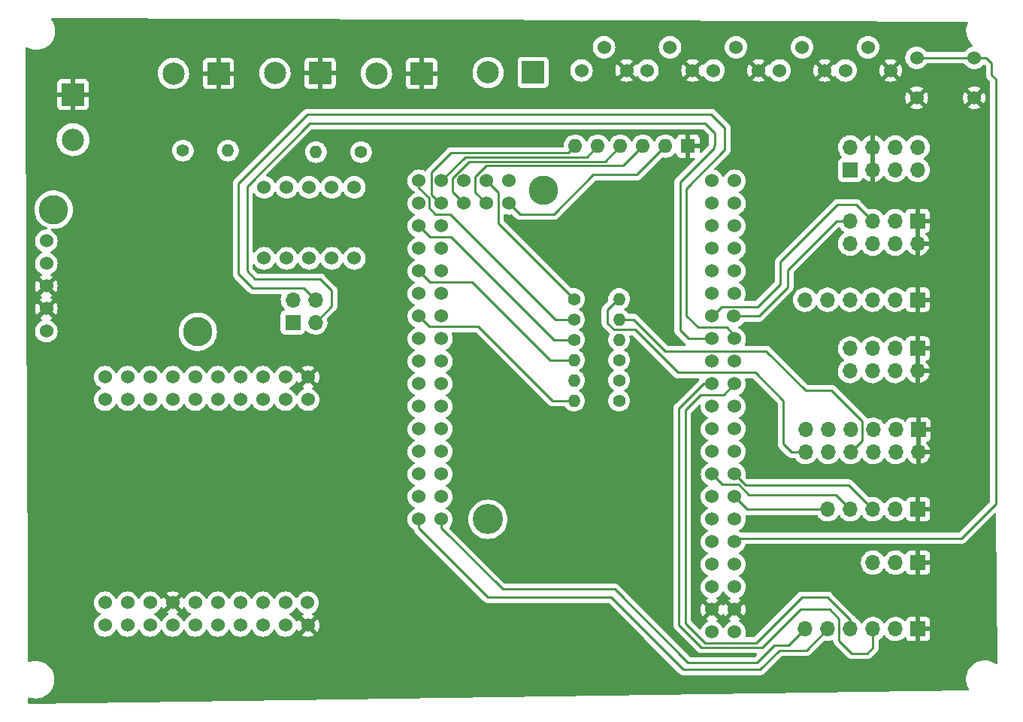
<source format=gbr>
%TF.GenerationSoftware,KiCad,Pcbnew,(6.0.0-0)*%
%TF.CreationDate,2022-02-23T10:17:12-05:00*%
%TF.ProjectId,LED_Controller_Without_Level_Shifter,4c45445f-436f-46e7-9472-6f6c6c65725f,1.0*%
%TF.SameCoordinates,Original*%
%TF.FileFunction,Copper,L4,Bot*%
%TF.FilePolarity,Positive*%
%FSLAX46Y46*%
G04 Gerber Fmt 4.6, Leading zero omitted, Abs format (unit mm)*
G04 Created by KiCad (PCBNEW (6.0.0-0)) date 2022-02-23 10:17:12*
%MOMM*%
%LPD*%
G01*
G04 APERTURE LIST*
%TA.AperFunction,ComponentPad*%
%ADD10C,1.524000*%
%TD*%
%TA.AperFunction,ComponentPad*%
%ADD11C,3.400000*%
%TD*%
%TA.AperFunction,ComponentPad*%
%ADD12C,3.300000*%
%TD*%
%TA.AperFunction,ComponentPad*%
%ADD13R,2.500000X2.500000*%
%TD*%
%TA.AperFunction,ComponentPad*%
%ADD14C,2.500000*%
%TD*%
%TA.AperFunction,ComponentPad*%
%ADD15R,1.700000X1.700000*%
%TD*%
%TA.AperFunction,ComponentPad*%
%ADD16O,1.700000X1.700000*%
%TD*%
%TA.AperFunction,ComponentPad*%
%ADD17C,1.400000*%
%TD*%
%TA.AperFunction,ComponentPad*%
%ADD18O,1.400000X1.400000*%
%TD*%
%TA.AperFunction,ComponentPad*%
%ADD19R,1.600000X1.600000*%
%TD*%
%TA.AperFunction,ComponentPad*%
%ADD20O,1.600000X1.600000*%
%TD*%
%TA.AperFunction,Conductor*%
%ADD21C,0.250000*%
%TD*%
G04 APERTURE END LIST*
D10*
%TO.P,U4,75,3V-2*%
%TO.N,unconnected-(U4-Pad75)*%
X165770000Y-123550000D03*
%TO.P,U4,74,3V*%
%TO.N,unconnected-(U4-Pad74)*%
X168310000Y-123550000D03*
%TO.P,U4,0,RX*%
%TO.N,TX0*%
X165770000Y-118470000D03*
%TO.P,U4,1,TX*%
%TO.N,RX0*%
X168310000Y-118470000D03*
%TO.P,U4,2,D2*%
%TO.N,OE*%
X165770000Y-115930000D03*
%TO.P,U4,3,D3*%
%TO.N,DP_DATA_IN*%
X168310000Y-115930000D03*
%TO.P,U4,4,D4*%
%TO.N,DP_CLOCK*%
X165780000Y-113390000D03*
%TO.P,U4,5,D5*%
%TO.N,DP_LOAD*%
X168310000Y-113390000D03*
%TO.P,U4,6,D6*%
%TO.N,unconnected-(U4-Pad6)*%
X165770000Y-110850000D03*
%TO.P,U4,7,D7*%
%TO.N,unconnected-(U4-Pad7)*%
X168310000Y-110850000D03*
%TO.P,U4,8,D8*%
%TO.N,unconnected-(U4-Pad8)*%
X165770000Y-108310000D03*
%TO.P,U4,9,D9*%
%TO.N,unconnected-(U4-Pad9)*%
X168310000Y-108310000D03*
%TO.P,U4,10,D10*%
%TO.N,unconnected-(U4-Pad10)*%
X165770000Y-105770000D03*
%TO.P,U4,11,D11*%
%TO.N,unconnected-(U4-Pad11)*%
X168310000Y-105770000D03*
%TO.P,U4,12,D12*%
%TO.N,VU_STROBE*%
X165770000Y-103230000D03*
%TO.P,U4,13,D13*%
%TO.N,VU_RESET*%
X168310000Y-103230000D03*
%TO.P,U4,14,D14*%
%TO.N,unconnected-(U4-Pad14)*%
X165770000Y-100690000D03*
%TO.P,U4,15,D15*%
%TO.N,unconnected-(U4-Pad15)*%
X168310000Y-100690000D03*
%TO.P,U4,16,D16*%
%TO.N,LOGIC_2560_RX*%
X165770000Y-98150000D03*
%TO.P,U4,17,D17*%
%TO.N,LOGIC_2560_TX*%
X168310000Y-98150000D03*
%TO.P,U4,18,D18*%
%TO.N,TX1*%
X165780000Y-95610000D03*
%TO.P,U4,19,D19*%
%TO.N,RX1*%
X168230000Y-95610000D03*
%TO.P,U4,20,D20*%
%TO.N,SDA*%
X165780000Y-93070000D03*
%TO.P,U4,21,D21*%
%TO.N,SCL*%
X168310000Y-93070000D03*
%TO.P,U4,22,D22*%
%TO.N,unconnected-(U4-Pad22)*%
X165770000Y-90530000D03*
%TO.P,U4,23,D23*%
%TO.N,unconnected-(U4-Pad23)*%
X168310000Y-90530000D03*
%TO.P,U4,24,D24*%
%TO.N,unconnected-(U4-Pad24)*%
X165770000Y-87990000D03*
%TO.P,U4,71,VIN2*%
%TO.N,+5V*%
X168310000Y-131170000D03*
%TO.P,U4,62,GND*%
%TO.N,GND*%
X168310000Y-128630000D03*
D11*
%TO.P,U4,99*%
%TO.N,N/C*%
X140530000Y-118470000D03*
D12*
%TO.P,U4,98*%
X146820000Y-81440000D03*
D10*
%TO.P,U4,25,D25*%
%TO.N,unconnected-(U4-Pad25)*%
X168310000Y-87990000D03*
%TO.P,U4,26,D26*%
%TO.N,unconnected-(U4-Pad26)*%
X165770000Y-85450000D03*
%TO.P,U4,27,D27*%
%TO.N,unconnected-(U4-Pad27)*%
X168310000Y-85450000D03*
%TO.P,U4,28,D28*%
%TO.N,unconnected-(U4-Pad28)*%
X165770000Y-82910000D03*
%TO.P,U4,29,D29*%
%TO.N,unconnected-(U4-Pad29)*%
X168310000Y-82910000D03*
%TO.P,U4,30,D30*%
%TO.N,MAINT_DATA*%
X165770000Y-80370000D03*
%TO.P,U4,31,D31*%
%TO.N,unconnected-(U4-Pad31)*%
X168310000Y-80370000D03*
%TO.P,U4,32,D32*%
%TO.N,MAINT_CLOCK*%
X132750000Y-98150000D03*
%TO.P,U4,33,D33*%
%TO.N,unconnected-(U4-Pad33)*%
X135290000Y-98150000D03*
%TO.P,U4,34,D34*%
%TO.N,LDP_DATA*%
X132750000Y-95610000D03*
%TO.P,U4,35,D35*%
%TO.N,unconnected-(U4-Pad35)*%
X135290000Y-95610000D03*
%TO.P,U4,36,D36*%
%TO.N,LDP_CLOCK*%
X132750000Y-93070000D03*
%TO.P,U4,37,D37*%
%TO.N,unconnected-(U4-Pad37)*%
X135290000Y-93070000D03*
%TO.P,U4,38,D38*%
%TO.N,CS1_DATA*%
X132750000Y-90530000D03*
%TO.P,U4,39,D39*%
%TO.N,unconnected-(U4-Pad39)*%
X135290000Y-90530000D03*
%TO.P,U4,40,D40*%
%TO.N,CS1_CLOCK*%
X132750000Y-87990000D03*
%TO.P,U4,41,D41*%
%TO.N,unconnected-(U4-Pad41)*%
X135290000Y-87990000D03*
%TO.P,U4,42,D42*%
%TO.N,CS2_DATA*%
X132750000Y-85450000D03*
%TO.P,U4,43,D43*%
%TO.N,unconnected-(U4-Pad43)*%
X135290000Y-85450000D03*
%TO.P,U4,44,D44*%
%TO.N,CS2_CLOCK*%
X132750000Y-82910000D03*
%TO.P,U4,45,D45*%
%TO.N,JUMPER5*%
X135290000Y-82910000D03*
%TO.P,U4,46,D46*%
%TO.N,VU1_DATA*%
X132750000Y-80370000D03*
%TO.P,U4,47,D47*%
%TO.N,JUMPER4*%
X135290000Y-80370000D03*
%TO.P,U4,48,D48*%
%TO.N,VU1_CLOCK*%
X137840000Y-80370000D03*
%TO.P,U4,49,D49*%
%TO.N,JUMPER3*%
X137830000Y-82910000D03*
%TO.P,U4,50,D50*%
%TO.N,VU2_DATA*%
X140370000Y-80370000D03*
%TO.P,U4,51,D51*%
%TO.N,JUMPER2*%
X140370000Y-82910000D03*
%TO.P,U4,52,D52*%
%TO.N,VU2_CLOCK*%
X142910000Y-80370000D03*
%TO.P,U4,53,D53*%
%TO.N,JUMPER1*%
X142910000Y-82910000D03*
%TO.P,U4,63,GND*%
%TO.N,GND*%
X165770000Y-128630000D03*
%TO.P,U4,70,VIN*%
%TO.N,+5V*%
X165770000Y-131170000D03*
%TO.P,U4,72,5V*%
%TO.N,unconnected-(U4-Pad72)*%
X165770000Y-126090000D03*
%TO.P,U4,73,5V-2*%
%TO.N,unconnected-(U4-Pad73)*%
X168310000Y-126090000D03*
%TO.P,U4,104,AREF*%
%TO.N,unconnected-(U4-Pad104)*%
X165770000Y-121010000D03*
%TO.P,U4,105,RST*%
%TO.N,RESET*%
X168310000Y-121010000D03*
%TO.P,U4,200,A0*%
%TO.N,SPECTRUM_LEFT*%
X132750000Y-118470000D03*
%TO.P,U4,201,A1*%
%TO.N,SPECTRUM_RIGHT*%
X135290000Y-118470000D03*
%TO.P,U4,202,A2*%
%TO.N,TRIM1*%
X132750000Y-115930000D03*
%TO.P,U4,203,A3*%
%TO.N,TRIM2*%
X135290000Y-115930000D03*
%TO.P,U4,204,A4*%
%TO.N,TRIM3*%
X132750000Y-113390000D03*
%TO.P,U4,205,A5*%
%TO.N,TRIM4*%
X135290000Y-113390000D03*
%TO.P,U4,206,A6*%
%TO.N,TRIM5*%
X132750000Y-110850000D03*
%TO.P,U4,207,A7*%
%TO.N,BATTERY_LEVEL*%
X135290000Y-110850000D03*
%TO.P,U4,208,A8*%
%TO.N,EXT_MIC*%
X132750000Y-108310000D03*
%TO.P,U4,209,A9*%
%TO.N,unconnected-(U4-Pad209)*%
X135290000Y-108310000D03*
%TO.P,U4,210,A10*%
%TO.N,unconnected-(U4-Pad210)*%
X132750000Y-105770000D03*
%TO.P,U4,211,A11*%
%TO.N,unconnected-(U4-Pad211)*%
X135290000Y-105770000D03*
%TO.P,U4,212,A12*%
%TO.N,unconnected-(U4-Pad212)*%
X132750000Y-103230000D03*
%TO.P,U4,213,A13*%
%TO.N,unconnected-(U4-Pad213)*%
X135290000Y-103230000D03*
%TO.P,U4,214,A14*%
%TO.N,unconnected-(U4-Pad214)*%
X132750000Y-100690000D03*
%TO.P,U4,215,A15*%
%TO.N,unconnected-(U4-Pad215)*%
X135290000Y-100690000D03*
%TD*%
%TO.P,U1,0,En*%
%TO.N,unconnected-(U1-Pad0)*%
X90780000Y-87130000D03*
%TO.P,U1,1,VIN*%
%TO.N,+12V*%
X90780000Y-89670000D03*
%TO.P,U1,2,GND*%
%TO.N,GND*%
X90780000Y-92210000D03*
%TO.P,U1,4,GND*%
X90780000Y-94750000D03*
%TO.P,U1,5,VOut*%
%TO.N,+5V*%
X90780000Y-97290000D03*
D12*
%TO.P,U1,7,VOut*%
%TO.N,N/C*%
X91610000Y-83600000D03*
%TO.P,U1,6*%
X107838800Y-97361200D03*
%TD*%
D10*
%TO.P,RV5,1,1*%
%TO.N,GND*%
X178452500Y-67935000D03*
%TO.P,RV5,2,2*%
%TO.N,TRIM4*%
X175912500Y-65325000D03*
%TO.P,RV5,3,3*%
%TO.N,+5V*%
X173372500Y-67935000D03*
%TD*%
D13*
%TO.P,J1,1,Pin_1*%
%TO.N,GND*%
X93790000Y-70645000D03*
D14*
%TO.P,J1,2,Pin_2*%
%TO.N,+12V*%
X93790000Y-75725000D03*
%TD*%
D13*
%TO.P,J2,1,Pin_1*%
%TO.N,GND*%
X110180000Y-68280000D03*
D14*
%TO.P,J2,2,Pin_2*%
%TO.N,+5V*%
X105100000Y-68280000D03*
%TD*%
D13*
%TO.P,J3,1,Pin_1*%
%TO.N,GND*%
X133045000Y-68280000D03*
D14*
%TO.P,J3,2,Pin_2*%
%TO.N,+5V*%
X127965000Y-68280000D03*
%TD*%
D13*
%TO.P,J4,1,Pin_1*%
%TO.N,GND*%
X121615000Y-68254000D03*
D14*
%TO.P,J4,2,Pin_2*%
%TO.N,+5V*%
X116535000Y-68254000D03*
%TD*%
D15*
%TO.P,J5,1,Pin_1*%
%TO.N,GND*%
X188930000Y-99250000D03*
D16*
%TO.P,J5,2,Pin_2*%
X188930000Y-101790000D03*
%TO.P,J5,3,Pin_3*%
%TO.N,+5V*%
X186390000Y-99250000D03*
%TO.P,J5,4,Pin_4*%
X186390000Y-101790000D03*
%TO.P,J5,5,Pin_5*%
%TO.N,LDP_CLOCK*%
X183850000Y-99250000D03*
%TO.P,J5,6,Pin_6*%
%TO.N,MAINT_CLOCK*%
X183850000Y-101790000D03*
%TO.P,J5,7,Pin_7*%
%TO.N,/H-R1_LD*%
X181310000Y-99250000D03*
%TO.P,J5,8,Pin_8*%
%TO.N,/H-R2-MD*%
X181310000Y-101790000D03*
%TD*%
D15*
%TO.P,J6,1,Pin_1*%
%TO.N,GND*%
X189000000Y-108380000D03*
D16*
%TO.P,J6,2,Pin_2*%
X189000000Y-110920000D03*
%TO.P,J6,3,Pin_3*%
%TO.N,+5V*%
X186460000Y-108380000D03*
%TO.P,J6,4,Pin_4*%
X186460000Y-110920000D03*
%TO.P,J6,5,Pin_5*%
%TO.N,CS1_CLOCK*%
X183920000Y-108380000D03*
%TO.P,J6,6,Pin_6*%
%TO.N,VU1_CLOCK*%
X183920000Y-110920000D03*
%TO.P,J6,7,Pin_7*%
%TO.N,/H-R3_C1D*%
X181380000Y-108380000D03*
%TO.P,J6,8,Pin_8*%
%TO.N,/H-R4_V1D*%
X181380000Y-110920000D03*
%TO.P,J6,9,Pin_9*%
%TO.N,CS2_CLOCK*%
X178840000Y-108380000D03*
%TO.P,J6,10,Pin_10*%
%TO.N,VU2_CLOCK*%
X178840000Y-110920000D03*
%TO.P,J6,11,Pin_11*%
%TO.N,/H-R5_C2D*%
X176300000Y-108380000D03*
%TO.P,J6,12,Pin_12*%
%TO.N,/H-R6_V2D*%
X176300000Y-110920000D03*
%TD*%
D15*
%TO.P,J7,1,Pin_1*%
%TO.N,GND*%
X188976000Y-117334000D03*
D16*
%TO.P,J7,2,Pin_2*%
%TO.N,+5V*%
X186436000Y-117334000D03*
%TO.P,J7,3,Pin_3*%
%TO.N,DP_LOAD*%
X183896000Y-117334000D03*
%TO.P,J7,4,Pin_4*%
%TO.N,DP_CLOCK*%
X181356000Y-117334000D03*
%TO.P,J7,5,Pin_5*%
%TO.N,DP_DATA_IN*%
X178816000Y-117334000D03*
%TD*%
D15*
%TO.P,J8,1,Pin_1*%
%TO.N,GND*%
X188976000Y-130810000D03*
D16*
%TO.P,J8,2,Pin_2*%
%TO.N,+5V*%
X186436000Y-130810000D03*
%TO.P,J8,3,Pin_3*%
%TO.N,VU_STROBE*%
X183896000Y-130810000D03*
%TO.P,J8,4,Pin_4*%
%TO.N,VU_RESET*%
X181356000Y-130810000D03*
%TO.P,J8,5,Pin_5*%
%TO.N,SPECTRUM_LEFT*%
X178816000Y-130810000D03*
%TO.P,J8,6,Pin_6*%
%TO.N,SPECTRUM_RIGHT*%
X176276000Y-130810000D03*
%TD*%
D15*
%TO.P,J9,1,Pin_1*%
%TO.N,+5V*%
X181320000Y-79145000D03*
D16*
%TO.P,J9,2,Pin_2*%
X181320000Y-76605000D03*
%TO.P,J9,3,Pin_3*%
%TO.N,GND*%
X183860000Y-79145000D03*
%TO.P,J9,4,Pin_4*%
X183860000Y-76605000D03*
%TO.P,J9,5,Pin_5*%
%TO.N,SCL*%
X186400000Y-79145000D03*
%TO.P,J9,6,Pin_6*%
X186400000Y-76605000D03*
%TO.P,J9,7,Pin_7*%
%TO.N,SDA*%
X188940000Y-79145000D03*
%TO.P,J9,8,Pin_8*%
X188940000Y-76605000D03*
%TD*%
D15*
%TO.P,J10,1,Pin_1*%
%TO.N,GND*%
X188920000Y-84885000D03*
D16*
%TO.P,J10,2,Pin_2*%
X188920000Y-87425000D03*
%TO.P,J10,3,Pin_3*%
%TO.N,+5V*%
X186380000Y-84885000D03*
%TO.P,J10,4,Pin_4*%
X186380000Y-87425000D03*
%TO.P,J10,5,Pin_5*%
%TO.N,TX1*%
X183840000Y-84885000D03*
%TO.P,J10,6,Pin_6*%
%TO.N,TX0*%
X183840000Y-87425000D03*
%TO.P,J10,7,Pin_7*%
%TO.N,RX1*%
X181300000Y-84885000D03*
%TO.P,J10,8,Pin_8*%
%TO.N,RX0*%
X181300000Y-87425000D03*
%TD*%
D15*
%TO.P,J11,1,Pin_1*%
%TO.N,GND*%
X188951000Y-93751000D03*
D16*
%TO.P,J11,2,Pin_2*%
%TO.N,OE*%
X186411000Y-93751000D03*
%TO.P,J11,3,Pin_3*%
%TO.N,SCL*%
X183871000Y-93751000D03*
%TO.P,J11,4,Pin_4*%
%TO.N,SDA*%
X181331000Y-93751000D03*
%TO.P,J11,5,Pin_5*%
%TO.N,+5V*%
X178791000Y-93751000D03*
%TO.P,J11,6,Pin_6*%
X176251000Y-93751000D03*
%TD*%
D17*
%TO.P,R2,1*%
%TO.N,/H-R2-MD*%
X155290000Y-102822000D03*
D18*
%TO.P,R2,2*%
%TO.N,MAINT_DATA*%
X150210000Y-102822000D03*
%TD*%
D17*
%TO.P,R3,1*%
%TO.N,/H-R3_C1D*%
X155290000Y-100534000D03*
D18*
%TO.P,R3,2*%
%TO.N,CS1_DATA*%
X150210000Y-100534000D03*
%TD*%
D17*
%TO.P,R4,1*%
%TO.N,CS2_DATA*%
X150210000Y-98246000D03*
D18*
%TO.P,R4,2*%
%TO.N,/H-R5_C2D*%
X155290000Y-98246000D03*
%TD*%
D17*
%TO.P,R5,1*%
%TO.N,VU1_DATA*%
X150210000Y-95958000D03*
D18*
%TO.P,R5,2*%
%TO.N,/H-R4_V1D*%
X155290000Y-95958000D03*
%TD*%
D17*
%TO.P,R6,1*%
%TO.N,VU2_DATA*%
X150210000Y-93670000D03*
D18*
%TO.P,R6,2*%
%TO.N,/H-R6_V2D*%
X155290000Y-93670000D03*
%TD*%
D19*
%TO.P,RN1,1,common*%
%TO.N,GND*%
X163068000Y-76454000D03*
D20*
%TO.P,RN1,2,R1*%
%TO.N,JUMPER1*%
X160528000Y-76454000D03*
%TO.P,RN1,3,R2*%
%TO.N,JUMPER2*%
X157988000Y-76454000D03*
%TO.P,RN1,4,R3*%
%TO.N,JUMPER3*%
X155448000Y-76454000D03*
%TO.P,RN1,5,R4*%
%TO.N,JUMPER4*%
X152908000Y-76454000D03*
%TO.P,RN1,6,R5*%
%TO.N,JUMPER5*%
X150368000Y-76454000D03*
%TD*%
D10*
%TO.P,U2,0,GPIO0*%
%TO.N,unconnected-(U2-Pad0)*%
X105015400Y-130406600D03*
%TO.P,U2,1,Tx0*%
%TO.N,unconnected-(U2-Pad1)*%
X120205400Y-127866600D03*
%TO.P,U2,2,GPIO2*%
%TO.N,unconnected-(U2-Pad2)*%
X102475400Y-130406600D03*
%TO.P,U2,3,Rx0*%
%TO.N,unconnected-(U2-Pad3)*%
X117715400Y-127866600D03*
%TO.P,U2,4,GPIO4*%
%TO.N,unconnected-(U2-Pad4)*%
X107555400Y-130406600D03*
%TO.P,U2,5,GPIO5*%
%TO.N,unconnected-(U2-Pad5)*%
X105015400Y-105000600D03*
%TO.P,U2,18,GPIO18*%
%TO.N,unconnected-(U2-Pad18)*%
X112635400Y-105000600D03*
%TO.P,U2,19,GPIO19*%
%TO.N,unconnected-(U2-Pad19)*%
X110095400Y-105000600D03*
%TO.P,U2,21,GPIO21*%
%TO.N,unconnected-(U2-Pad21)*%
X112635400Y-127866600D03*
%TO.P,U2,22,GPIO22*%
%TO.N,unconnected-(U2-Pad22)*%
X115175400Y-127866600D03*
%TO.P,U2,23,GPIO23*%
%TO.N,unconnected-(U2-Pad23)*%
X107555400Y-105000600D03*
%TO.P,U2,25,GPIO25*%
%TO.N,unconnected-(U2-Pad25)*%
X107555400Y-127866600D03*
%TO.P,U2,26,GPIO26*%
%TO.N,unconnected-(U2-Pad26)*%
X115175400Y-105000600D03*
%TO.P,U2,27,GPIO27*%
%TO.N,unconnected-(U2-Pad27)*%
X110095400Y-127866600D03*
%TO.P,U2,32,GPIO32*%
%TO.N,unconnected-(U2-Pad32)*%
X112635400Y-130406600D03*
%TO.P,U2,33,GPIO33*%
%TO.N,unconnected-(U2-Pad33)*%
X110095400Y-102460600D03*
%TO.P,U2,34,GPIO34*%
%TO.N,unconnected-(U2-Pad34)*%
X107555400Y-102460600D03*
%TO.P,U2,35,GPIO35*%
%TO.N,unconnected-(U2-Pad35)*%
X112635400Y-102460600D03*
%TO.P,U2,39,VN*%
%TO.N,unconnected-(U2-Pad39)*%
X115175400Y-102460600D03*
%TO.P,U2,60,GND*%
%TO.N,GND*%
X105015400Y-127866600D03*
%TO.P,U2,61,GND*%
X120255400Y-130406600D03*
%TO.P,U2,62,GND*%
X120255400Y-102460600D03*
%TO.P,U2,70,5V*%
%TO.N,+5V*%
X102475400Y-127866600D03*
%TO.P,U2,71,3V3*%
%TO.N,3.3V*%
X102475400Y-105000600D03*
%TO.P,U2,80,TDO*%
%TO.N,unconnected-(U2-Pad80)*%
X99935400Y-127866600D03*
%TO.P,U2,81,SD0*%
%TO.N,unconnected-(U2-Pad81)*%
X97395400Y-127866600D03*
%TO.P,U2,82,TDI*%
%TO.N,unconnected-(U2-Pad82)*%
X110095400Y-130406600D03*
%TO.P,U2,83,SD1*%
%TO.N,unconnected-(U2-Pad83)*%
X99935400Y-130406600D03*
%TO.P,U2,84,CLK*%
%TO.N,unconnected-(U2-Pad84)*%
X97395400Y-130406600D03*
%TO.P,U2,85,RST*%
%TO.N,unconnected-(U2-Pad85)*%
X120255400Y-105000600D03*
%TO.P,U2,86,VP*%
%TO.N,unconnected-(U2-Pad86)*%
X117715400Y-105000600D03*
%TO.P,U2,87,TCK*%
%TO.N,unconnected-(U2-Pad87)*%
X99935400Y-105000600D03*
%TO.P,U2,88,SD3*%
%TO.N,unconnected-(U2-Pad88)*%
X97395400Y-105000600D03*
%TO.P,U2,89,NC*%
%TO.N,unconnected-(U2-Pad89)*%
X117715400Y-102460600D03*
%TO.P,U2,90,TMS*%
%TO.N,unconnected-(U2-Pad90)*%
X105015400Y-102460600D03*
%TO.P,U2,91,NC*%
%TO.N,unconnected-(U2-Pad91)*%
X102475400Y-102460600D03*
%TO.P,U2,92,SD2*%
%TO.N,unconnected-(U2-Pad92)*%
X99935400Y-102460600D03*
%TO.P,U2,93,CMD*%
%TO.N,unconnected-(U2-Pad93)*%
X97395400Y-102460600D03*
%TO.P,U2,251,GPIO25_1*%
%TO.N,ESP_LOGIC_RX*%
X115175400Y-130406600D03*
%TO.P,U2,271,GPIO27_1*%
%TO.N,ESP_LOGIC_TX*%
X117715400Y-130406600D03*
%TD*%
D17*
%TO.P,R1,1*%
%TO.N,/H-R1_LD*%
X155290000Y-105110000D03*
D18*
%TO.P,R1,2*%
%TO.N,LDP_DATA*%
X150210000Y-105110000D03*
%TD*%
D10*
%TO.P,SW1,10*%
%TO.N,+5V*%
X125476000Y-81089000D03*
%TO.P,SW1,9*%
X122936000Y-81089000D03*
%TO.P,SW1,8*%
X120396000Y-81089000D03*
%TO.P,SW1,7*%
X117856000Y-81089000D03*
%TO.P,SW1,6*%
X115316000Y-81089000D03*
%TO.P,SW1,5*%
%TO.N,JUMPER1*%
X115316000Y-89091000D03*
%TO.P,SW1,4*%
%TO.N,JUMPER2*%
X117856000Y-89091000D03*
%TO.P,SW1,3*%
%TO.N,JUMPER3*%
X120396000Y-89091000D03*
%TO.P,SW1,2*%
%TO.N,JUMPER4*%
X122936000Y-89091000D03*
%TO.P,SW1,1*%
%TO.N,JUMPER5*%
X125476000Y-89091000D03*
%TD*%
%TO.P,SW2,1,1*%
%TO.N,GND*%
X188820000Y-71020000D03*
%TO.P,SW2,2,2*%
%TO.N,RESET*%
X188820000Y-66520000D03*
%TO.P,SW2,3,3*%
%TO.N,GND*%
X195320000Y-71020000D03*
%TO.P,SW2,4,4*%
%TO.N,RESET*%
X195320000Y-66520000D03*
%TD*%
%TO.P,RV1,1,1*%
%TO.N,GND*%
X156140000Y-67935000D03*
%TO.P,RV1,2,2*%
%TO.N,TRIM1*%
X153600000Y-65325000D03*
%TO.P,RV1,3,3*%
%TO.N,+5V*%
X151060000Y-67935000D03*
%TD*%
%TO.P,RV2,1,1*%
%TO.N,GND*%
X171015000Y-67935000D03*
%TO.P,RV2,2,2*%
%TO.N,TRIM3*%
X168475000Y-65325000D03*
%TO.P,RV2,3,3*%
%TO.N,+5V*%
X165935000Y-67935000D03*
%TD*%
%TO.P,RV3,1,1*%
%TO.N,GND*%
X185890000Y-67935000D03*
%TO.P,RV3,2,2*%
%TO.N,TRIM5*%
X183350000Y-65325000D03*
%TO.P,RV3,3,3*%
%TO.N,+5V*%
X180810000Y-67935000D03*
%TD*%
%TO.P,RV4,1,1*%
%TO.N,GND*%
X163577500Y-67935000D03*
%TO.P,RV4,2,2*%
%TO.N,TRIM2*%
X161037500Y-65325000D03*
%TO.P,RV4,3,3*%
%TO.N,+5V*%
X158497500Y-67935000D03*
%TD*%
D15*
%TO.P,J13,1,Pin_1*%
%TO.N,ESP_LOGIC_RX*%
X118545000Y-96315000D03*
D16*
%TO.P,J13,2,Pin_2*%
%TO.N,ESP_LOGIC_TX*%
X118545000Y-93775000D03*
%TO.P,J13,3,Pin_3*%
%TO.N,LOGIC_2560_RX*%
X121085000Y-96315000D03*
%TO.P,J13,4,Pin_4*%
%TO.N,LOGIC_2560_TX*%
X121085000Y-93775000D03*
%TD*%
D15*
%TO.P,J13,1,Pin_1*%
%TO.N,GND*%
X188975000Y-123340000D03*
D16*
%TO.P,J13,2,Pin_2*%
%TO.N,+5V*%
X186435000Y-123340000D03*
%TO.P,J13,3,Pin_3*%
%TO.N,EXT_MIC*%
X183895000Y-123340000D03*
%TD*%
D17*
%TO.P,R7,1*%
%TO.N,BATTERY_LEVEL*%
X106172000Y-76962000D03*
D18*
%TO.P,R7,2*%
%TO.N,POS*%
X111252000Y-76962000D03*
%TD*%
D17*
%TO.P,R8,1*%
%TO.N,NEG*%
X126238000Y-77140000D03*
D18*
%TO.P,R8,2*%
%TO.N,BATTERY_LEVEL*%
X121158000Y-77140000D03*
%TD*%
D13*
%TO.P,J12,1,Pin_1*%
%TO.N,POS*%
X145625000Y-68170000D03*
D14*
%TO.P,J12,2,Pin_2*%
%TO.N,NEG*%
X140545000Y-68170000D03*
%TD*%
D21*
%TO.N,VU_STROBE*%
X165770000Y-103230000D02*
X164780000Y-103230000D01*
X164580000Y-132900000D02*
X171420000Y-132900000D01*
X164780000Y-103230000D02*
X162030000Y-105980000D01*
X162030000Y-130350000D02*
X164580000Y-132900000D01*
X171420000Y-132900000D02*
X175700000Y-128620000D01*
X175700000Y-128620000D02*
X179000000Y-128620000D01*
X179000000Y-128620000D02*
X180080000Y-129700000D01*
X180080000Y-129700000D02*
X180080000Y-132140000D01*
X180080000Y-132140000D02*
X181500000Y-133560000D01*
X162030000Y-105980000D02*
X162030000Y-130350000D01*
X181500000Y-133560000D02*
X183250000Y-133560000D01*
X183250000Y-133560000D02*
X183896000Y-132914000D01*
X183896000Y-132914000D02*
X183896000Y-130810000D01*
%TO.N,VU_RESET*%
X167060000Y-104480000D02*
X164490000Y-104480000D01*
X175876000Y-127254000D02*
X178816000Y-127254000D01*
X178816000Y-127254000D02*
X181356000Y-129794000D01*
X164490000Y-104480000D02*
X162780000Y-106190000D01*
X170750000Y-132380000D02*
X175876000Y-127254000D01*
X162780000Y-106190000D02*
X162780000Y-130184282D01*
X162780000Y-130184282D02*
X164975718Y-132380000D01*
X168310000Y-103230000D02*
X167060000Y-104480000D01*
X164975718Y-132380000D02*
X170750000Y-132380000D01*
X181356000Y-129794000D02*
X181356000Y-130810000D01*
%TO.N,/H-R6_V2D*%
X155290000Y-93670000D02*
X155190000Y-93670000D01*
X153970000Y-94890000D02*
X153970000Y-96390000D01*
X155190000Y-93670000D02*
X153970000Y-94890000D01*
X153970000Y-96390000D02*
X154700000Y-97120000D01*
X154700000Y-97120000D02*
X157110000Y-97120000D01*
X157110000Y-97120000D02*
X161950000Y-101960000D01*
X161950000Y-101960000D02*
X170640000Y-101960000D01*
X170640000Y-101960000D02*
X173790000Y-105110000D01*
X173790000Y-105110000D02*
X173790000Y-109970000D01*
X173790000Y-109970000D02*
X174740000Y-110920000D01*
X174740000Y-110920000D02*
X176300000Y-110920000D01*
%TO.N,/H-R4_V1D*%
X155290000Y-95958000D02*
X156918000Y-95958000D01*
X156918000Y-95958000D02*
X160510000Y-99550000D01*
X182650000Y-109650000D02*
X181380000Y-110920000D01*
X171861988Y-99550000D02*
X176300000Y-103988012D01*
X176300000Y-103988012D02*
X179238012Y-103988012D01*
X160510000Y-99550000D02*
X171861988Y-99550000D01*
X179238012Y-103988012D02*
X182650000Y-107400000D01*
X182650000Y-107400000D02*
X182650000Y-109650000D01*
%TO.N,LDP_DATA*%
X150210000Y-105110000D02*
X147780000Y-105110000D01*
X147780000Y-105110000D02*
X139430000Y-96760000D01*
X133900000Y-96760000D02*
X132750000Y-95610000D01*
X139430000Y-96760000D02*
X133900000Y-96760000D01*
%TO.N,SPECTRUM_LEFT*%
X132760000Y-119470000D02*
X132760000Y-118480000D01*
X132760000Y-118480000D02*
X132750000Y-118470000D01*
%TO.N,SPECTRUM_RIGHT*%
X135300000Y-119470000D02*
X135300000Y-118480000D01*
X135300000Y-118480000D02*
X135290000Y-118470000D01*
%TO.N,LOGIC_2560_RX*%
X114300000Y-91440000D02*
X113390000Y-90530000D01*
X121666000Y-91440000D02*
X114300000Y-91440000D01*
X113390000Y-90530000D02*
X113390000Y-80970000D01*
X113390000Y-80970000D02*
X120430480Y-73929520D01*
X122936000Y-92710000D02*
X121666000Y-91440000D01*
X166020000Y-76370000D02*
X166020000Y-76660000D01*
X162150000Y-97200000D02*
X163100000Y-98150000D01*
X120430480Y-73929520D02*
X165009520Y-73929520D01*
X166020000Y-76660000D02*
X162150000Y-80530000D01*
X165009520Y-73929520D02*
X166080000Y-75000000D01*
X166080000Y-75000000D02*
X166080000Y-76310000D01*
X122936000Y-94464000D02*
X122936000Y-92710000D01*
X121085000Y-96315000D02*
X122936000Y-94464000D01*
X166080000Y-76310000D02*
X166020000Y-76370000D01*
X162150000Y-80530000D02*
X162150000Y-97200000D01*
X163100000Y-98150000D02*
X165770000Y-98150000D01*
%TO.N,LOGIC_2560_TX*%
X119766000Y-92456000D02*
X114046000Y-92456000D01*
X165688000Y-72898000D02*
X167200000Y-74410000D01*
X168310000Y-97760000D02*
X168310000Y-98150000D01*
X114046000Y-92456000D02*
X112420000Y-90830000D01*
X162880000Y-95560000D02*
X164180000Y-96860000D01*
X112420000Y-90830000D02*
X112420000Y-80670000D01*
X167200000Y-76900000D02*
X162880000Y-81220000D01*
X121085000Y-93775000D02*
X119766000Y-92456000D01*
X112420000Y-80670000D02*
X120192000Y-72898000D01*
X120192000Y-72898000D02*
X165688000Y-72898000D01*
X167200000Y-74410000D02*
X167200000Y-76900000D01*
X162880000Y-81220000D02*
X162880000Y-95560000D01*
X164180000Y-96860000D02*
X167410000Y-96860000D01*
X167410000Y-96860000D02*
X168310000Y-97760000D01*
%TO.N,RX1*%
X168230000Y-95610000D02*
X171040000Y-95610000D01*
X171040000Y-95610000D02*
X174298000Y-92352000D01*
X174298000Y-92352000D02*
X174298000Y-90370000D01*
X179783000Y-84885000D02*
X181300000Y-84885000D01*
X174298000Y-90370000D02*
X179783000Y-84885000D01*
%TO.N,TX1*%
X183840000Y-84885000D02*
X182013000Y-83058000D01*
X170946511Y-94523489D02*
X166866511Y-94523489D01*
X182013000Y-83058000D02*
X179922000Y-83058000D01*
X179922000Y-83058000D02*
X173482000Y-89498000D01*
X173482000Y-89498000D02*
X173482000Y-91988000D01*
X173482000Y-91988000D02*
X170946511Y-94523489D01*
X166866511Y-94523489D02*
X165522600Y-95867400D01*
%TO.N,RESET*%
X194910000Y-66520000D02*
X196650000Y-66520000D01*
X196650000Y-66520000D02*
X197250000Y-67120000D01*
X197250000Y-67120000D02*
X197250000Y-68450000D01*
X197250000Y-68450000D02*
X197740000Y-68940000D01*
X197740000Y-68940000D02*
X197740000Y-116710000D01*
X197740000Y-116710000D02*
X193860000Y-120590000D01*
X193860000Y-120590000D02*
X168730000Y-120590000D01*
X168730000Y-120590000D02*
X168062600Y-121257400D01*
%TO.N,DP_DATA_IN*%
X168310000Y-115930000D02*
X169714000Y-117334000D01*
X169714000Y-117334000D02*
X178816000Y-117334000D01*
%TO.N,DP_CLOCK*%
X169913911Y-115703911D02*
X168760000Y-114550000D01*
X166940000Y-114550000D02*
X165780000Y-113390000D01*
X179725911Y-115703911D02*
X169913911Y-115703911D01*
X168760000Y-114550000D02*
X166940000Y-114550000D01*
%TO.N,DP_LOAD*%
X183896000Y-117334000D02*
X181179400Y-114617400D01*
X181179400Y-114617400D02*
X169537400Y-114617400D01*
X169537400Y-114617400D02*
X168310000Y-113390000D01*
%TO.N,JUMPER2*%
X157988000Y-76454000D02*
X155782480Y-78659520D01*
X155782480Y-78659520D02*
X140350480Y-78659520D01*
X139106089Y-79903911D02*
X139106089Y-81646089D01*
X140350480Y-78659520D02*
X139106089Y-79903911D01*
X139106089Y-81646089D02*
X140192600Y-82732600D01*
%TO.N,JUMPER3*%
X155448000Y-76454000D02*
X153692000Y-78210000D01*
X153692000Y-78210000D02*
X138430000Y-78210000D01*
X138430000Y-78210000D02*
X136530000Y-80110000D01*
X136530000Y-80110000D02*
X136530000Y-81610000D01*
X136530000Y-81610000D02*
X137652600Y-82732600D01*
%TO.N,JUMPER4*%
X152908000Y-76454000D02*
X151696480Y-77665520D01*
X151696480Y-77665520D02*
X137994480Y-77665520D01*
X137994480Y-77665520D02*
X135300000Y-80360000D01*
%TO.N,VU1_DATA*%
X150210000Y-95958000D02*
X148098000Y-95958000D01*
X133880000Y-83400000D02*
X133880000Y-82285718D01*
X148098000Y-95958000D02*
X136260000Y-84120000D01*
X133880000Y-82285718D02*
X132750000Y-81155718D01*
X136260000Y-84120000D02*
X134600000Y-84120000D01*
X134600000Y-84120000D02*
X133880000Y-83400000D01*
X132750000Y-81155718D02*
X132750000Y-80370000D01*
%TO.N,JUMPER1*%
X160528000Y-76454000D02*
X157292000Y-79690000D01*
X147942600Y-84137400D02*
X144137400Y-84137400D01*
X157292000Y-79690000D02*
X152390000Y-79690000D01*
X152390000Y-79690000D02*
X147942600Y-84137400D01*
X144137400Y-84137400D02*
X142910000Y-82910000D01*
%TO.N,VU2_DATA*%
X150210000Y-93670000D02*
X141680000Y-85140000D01*
X141680000Y-85140000D02*
X141680000Y-81680000D01*
X141680000Y-81680000D02*
X140370000Y-80370000D01*
%TO.N,JUMPER5*%
X150368000Y-76454000D02*
X149606000Y-77216000D01*
X149606000Y-77216000D02*
X136384000Y-77216000D01*
X136384000Y-77216000D02*
X134203489Y-79396511D01*
X134203489Y-79396511D02*
X134203489Y-81973489D01*
X134203489Y-81973489D02*
X135300000Y-83070000D01*
%TO.N,CS2_DATA*%
X150210000Y-98246000D02*
X147936000Y-98246000D01*
X147936000Y-98246000D02*
X136390000Y-86700000D01*
X136390000Y-86700000D02*
X134000000Y-86700000D01*
X134000000Y-86700000D02*
X132750000Y-85450000D01*
%TO.N,CS1_DATA*%
X150210000Y-100534000D02*
X147524000Y-100534000D01*
X147524000Y-100534000D02*
X138750000Y-91760000D01*
X138750000Y-91760000D02*
X133980000Y-91760000D01*
X133980000Y-91760000D02*
X132750000Y-90530000D01*
%TO.N,DP_CLOCK*%
X181356000Y-117334000D02*
X179725911Y-115703911D01*
%TO.N,SPECTRUM_RIGHT*%
X174416000Y-132670000D02*
X172800000Y-132670000D01*
X176276000Y-130810000D02*
X174416000Y-132670000D01*
X170850000Y-134620000D02*
X163068000Y-134620000D01*
X154788000Y-126340000D02*
X142180000Y-126340000D01*
X172800000Y-132670000D02*
X170850000Y-134620000D01*
X142100000Y-126260000D02*
X142090000Y-126260000D01*
X142090000Y-126260000D02*
X135300000Y-119470000D01*
X142180000Y-126340000D02*
X142100000Y-126260000D01*
X163068000Y-134620000D02*
X154788000Y-126340000D01*
%TO.N,SPECTRUM_LEFT*%
X171198000Y-135382000D02*
X162560000Y-135382000D01*
X173357000Y-133223000D02*
X171198000Y-135382000D01*
X154432000Y-127254000D02*
X140544000Y-127254000D01*
X178816000Y-130810000D02*
X176403000Y-133223000D01*
X162560000Y-135382000D02*
X154432000Y-127254000D01*
X176403000Y-133223000D02*
X173357000Y-133223000D01*
X140544000Y-127254000D02*
X132760000Y-119470000D01*
%TO.N,RESET*%
X195320000Y-66520000D02*
X188820000Y-66520000D01*
%TD*%
%TA.AperFunction,Conductor*%
%TO.N,GND*%
G36*
X134712759Y-62231521D02*
G01*
X194458796Y-62478701D01*
X194526834Y-62498985D01*
X194573104Y-62552832D01*
X194582917Y-62623147D01*
X194573649Y-62655341D01*
X194521517Y-62774102D01*
X194442756Y-63050594D01*
X194402249Y-63335216D01*
X194402227Y-63339505D01*
X194402226Y-63339512D01*
X194402058Y-63371583D01*
X194400743Y-63622703D01*
X194401302Y-63626947D01*
X194401302Y-63626951D01*
X194405526Y-63659036D01*
X194438268Y-63907734D01*
X194514129Y-64185036D01*
X194515813Y-64188984D01*
X194585312Y-64351920D01*
X194626923Y-64449476D01*
X194657952Y-64501322D01*
X194772257Y-64692311D01*
X194774561Y-64696161D01*
X194954313Y-64920528D01*
X194957420Y-64923476D01*
X194957426Y-64923483D01*
X195105134Y-65063652D01*
X195140779Y-65125052D01*
X195137570Y-65195976D01*
X195096526Y-65253906D01*
X195051015Y-65276756D01*
X194883804Y-65321560D01*
X194878823Y-65323882D01*
X194878822Y-65323883D01*
X194687311Y-65413186D01*
X194687306Y-65413189D01*
X194682324Y-65415512D01*
X194677817Y-65418668D01*
X194677815Y-65418669D01*
X194504730Y-65539864D01*
X194504727Y-65539866D01*
X194500219Y-65543023D01*
X194343023Y-65700219D01*
X194339866Y-65704727D01*
X194339864Y-65704730D01*
X194250209Y-65832771D01*
X194194752Y-65877099D01*
X194146996Y-65886500D01*
X189993004Y-65886500D01*
X189924883Y-65866498D01*
X189889791Y-65832771D01*
X189800136Y-65704730D01*
X189800134Y-65704727D01*
X189796977Y-65700219D01*
X189639781Y-65543023D01*
X189635273Y-65539866D01*
X189635270Y-65539864D01*
X189559505Y-65486813D01*
X189457677Y-65415512D01*
X189452695Y-65413189D01*
X189452690Y-65413186D01*
X189261178Y-65323883D01*
X189261177Y-65323882D01*
X189256196Y-65321560D01*
X189250888Y-65320138D01*
X189250886Y-65320137D01*
X189185051Y-65302497D01*
X189041463Y-65264022D01*
X188820000Y-65244647D01*
X188598537Y-65264022D01*
X188454949Y-65302497D01*
X188389114Y-65320137D01*
X188389112Y-65320138D01*
X188383804Y-65321560D01*
X188378823Y-65323882D01*
X188378822Y-65323883D01*
X188187311Y-65413186D01*
X188187306Y-65413189D01*
X188182324Y-65415512D01*
X188177817Y-65418668D01*
X188177815Y-65418669D01*
X188004730Y-65539864D01*
X188004727Y-65539866D01*
X188000219Y-65543023D01*
X187843023Y-65700219D01*
X187839866Y-65704727D01*
X187839864Y-65704730D01*
X187718669Y-65877815D01*
X187715512Y-65882324D01*
X187713189Y-65887306D01*
X187713186Y-65887311D01*
X187653120Y-66016123D01*
X187621560Y-66083804D01*
X187564022Y-66298537D01*
X187544647Y-66520000D01*
X187564022Y-66741463D01*
X187582302Y-66809684D01*
X187619528Y-66948611D01*
X187621560Y-66956196D01*
X187623882Y-66961177D01*
X187623883Y-66961178D01*
X187713186Y-67152689D01*
X187713189Y-67152694D01*
X187715512Y-67157676D01*
X187718668Y-67162183D01*
X187718669Y-67162185D01*
X187815688Y-67300742D01*
X187843023Y-67339781D01*
X188000219Y-67496977D01*
X188004727Y-67500134D01*
X188004730Y-67500136D01*
X188040491Y-67525176D01*
X188182323Y-67624488D01*
X188187305Y-67626811D01*
X188187310Y-67626814D01*
X188362078Y-67708309D01*
X188383804Y-67718440D01*
X188389112Y-67719862D01*
X188389114Y-67719863D01*
X188408211Y-67724980D01*
X188598537Y-67775978D01*
X188820000Y-67795353D01*
X189041463Y-67775978D01*
X189231789Y-67724980D01*
X189250886Y-67719863D01*
X189250888Y-67719862D01*
X189256196Y-67718440D01*
X189277922Y-67708309D01*
X189452690Y-67626814D01*
X189452695Y-67626811D01*
X189457677Y-67624488D01*
X189599509Y-67525176D01*
X189635270Y-67500136D01*
X189635273Y-67500134D01*
X189639781Y-67496977D01*
X189796977Y-67339781D01*
X189824313Y-67300742D01*
X189889791Y-67207229D01*
X189945248Y-67162901D01*
X189993004Y-67153500D01*
X194146996Y-67153500D01*
X194215117Y-67173502D01*
X194250209Y-67207229D01*
X194315688Y-67300742D01*
X194343023Y-67339781D01*
X194500219Y-67496977D01*
X194504727Y-67500134D01*
X194504730Y-67500136D01*
X194540491Y-67525176D01*
X194682323Y-67624488D01*
X194687305Y-67626811D01*
X194687310Y-67626814D01*
X194862078Y-67708309D01*
X194883804Y-67718440D01*
X194889112Y-67719862D01*
X194889114Y-67719863D01*
X194908211Y-67724980D01*
X195098537Y-67775978D01*
X195320000Y-67795353D01*
X195541463Y-67775978D01*
X195731789Y-67724980D01*
X195750886Y-67719863D01*
X195750888Y-67719862D01*
X195756196Y-67718440D01*
X195777922Y-67708309D01*
X195952690Y-67626814D01*
X195952695Y-67626811D01*
X195957677Y-67624488D01*
X196099509Y-67525176D01*
X196135270Y-67500136D01*
X196135273Y-67500134D01*
X196139781Y-67496977D01*
X196296977Y-67339781D01*
X196324887Y-67299921D01*
X196380343Y-67255594D01*
X196450963Y-67248285D01*
X196517194Y-67283098D01*
X196579595Y-67345499D01*
X196613621Y-67407811D01*
X196616500Y-67434594D01*
X196616500Y-68371233D01*
X196615973Y-68382416D01*
X196614298Y-68389909D01*
X196614547Y-68397835D01*
X196614547Y-68397836D01*
X196616438Y-68457986D01*
X196616500Y-68461945D01*
X196616500Y-68489856D01*
X196616997Y-68493790D01*
X196616997Y-68493791D01*
X196617005Y-68493856D01*
X196617938Y-68505693D01*
X196619327Y-68549889D01*
X196624978Y-68569339D01*
X196628987Y-68588700D01*
X196631526Y-68608797D01*
X196634445Y-68616168D01*
X196634445Y-68616170D01*
X196647804Y-68649912D01*
X196651649Y-68661142D01*
X196663982Y-68703593D01*
X196668015Y-68710412D01*
X196668017Y-68710417D01*
X196674293Y-68721028D01*
X196682988Y-68738776D01*
X196690448Y-68757617D01*
X196695110Y-68764033D01*
X196695110Y-68764034D01*
X196716436Y-68793387D01*
X196722952Y-68803307D01*
X196745458Y-68841362D01*
X196759779Y-68855683D01*
X196772619Y-68870716D01*
X196784528Y-68887107D01*
X196806297Y-68905116D01*
X196818605Y-68915298D01*
X196827384Y-68923288D01*
X197069595Y-69165499D01*
X197103621Y-69227811D01*
X197106500Y-69254594D01*
X197106500Y-116395406D01*
X197086498Y-116463527D01*
X197069595Y-116484501D01*
X193634500Y-119919595D01*
X193572188Y-119953621D01*
X193545405Y-119956500D01*
X169060223Y-119956500D01*
X168987952Y-119933713D01*
X168957168Y-119912158D01*
X168947677Y-119905512D01*
X168942695Y-119903189D01*
X168942690Y-119903186D01*
X168837627Y-119854195D01*
X168784342Y-119807278D01*
X168764881Y-119739001D01*
X168785423Y-119671041D01*
X168837627Y-119625805D01*
X168942690Y-119576814D01*
X168942695Y-119576811D01*
X168947677Y-119574488D01*
X169049505Y-119503187D01*
X169125270Y-119450136D01*
X169125273Y-119450134D01*
X169129781Y-119446977D01*
X169286977Y-119289781D01*
X169414488Y-119107676D01*
X169416811Y-119102694D01*
X169416814Y-119102689D01*
X169506117Y-118911178D01*
X169506118Y-118911177D01*
X169508440Y-118906196D01*
X169565978Y-118691463D01*
X169585353Y-118470000D01*
X169565978Y-118248537D01*
X169533203Y-118126220D01*
X169534893Y-118055244D01*
X169574687Y-117996448D01*
X169639951Y-117968500D01*
X169674619Y-117969160D01*
X169686111Y-117970980D01*
X169686115Y-117970980D01*
X169693943Y-117972220D01*
X169701835Y-117971474D01*
X169737961Y-117968059D01*
X169749819Y-117967500D01*
X177540274Y-117967500D01*
X177608395Y-117987502D01*
X177647707Y-118027665D01*
X177715987Y-118139088D01*
X177862250Y-118307938D01*
X178034126Y-118450632D01*
X178227000Y-118563338D01*
X178435692Y-118643030D01*
X178440760Y-118644061D01*
X178440763Y-118644062D01*
X178548017Y-118665883D01*
X178654597Y-118687567D01*
X178659772Y-118687757D01*
X178659774Y-118687757D01*
X178872673Y-118695564D01*
X178872677Y-118695564D01*
X178877837Y-118695753D01*
X178882957Y-118695097D01*
X178882959Y-118695097D01*
X179094288Y-118668025D01*
X179094289Y-118668025D01*
X179099416Y-118667368D01*
X179104366Y-118665883D01*
X179308429Y-118604661D01*
X179308434Y-118604659D01*
X179313384Y-118603174D01*
X179513994Y-118504896D01*
X179695860Y-118375173D01*
X179854096Y-118217489D01*
X179984453Y-118036077D01*
X179985776Y-118037028D01*
X180032645Y-117993857D01*
X180102580Y-117981625D01*
X180168026Y-118009144D01*
X180195875Y-118040994D01*
X180211852Y-118067066D01*
X180255987Y-118139088D01*
X180402250Y-118307938D01*
X180574126Y-118450632D01*
X180767000Y-118563338D01*
X180975692Y-118643030D01*
X180980760Y-118644061D01*
X180980763Y-118644062D01*
X181088017Y-118665883D01*
X181194597Y-118687567D01*
X181199772Y-118687757D01*
X181199774Y-118687757D01*
X181412673Y-118695564D01*
X181412677Y-118695564D01*
X181417837Y-118695753D01*
X181422957Y-118695097D01*
X181422959Y-118695097D01*
X181634288Y-118668025D01*
X181634289Y-118668025D01*
X181639416Y-118667368D01*
X181644366Y-118665883D01*
X181848429Y-118604661D01*
X181848434Y-118604659D01*
X181853384Y-118603174D01*
X182053994Y-118504896D01*
X182235860Y-118375173D01*
X182394096Y-118217489D01*
X182524453Y-118036077D01*
X182525776Y-118037028D01*
X182572645Y-117993857D01*
X182642580Y-117981625D01*
X182708026Y-118009144D01*
X182735875Y-118040994D01*
X182751852Y-118067066D01*
X182795987Y-118139088D01*
X182942250Y-118307938D01*
X183114126Y-118450632D01*
X183307000Y-118563338D01*
X183515692Y-118643030D01*
X183520760Y-118644061D01*
X183520763Y-118644062D01*
X183628017Y-118665883D01*
X183734597Y-118687567D01*
X183739772Y-118687757D01*
X183739774Y-118687757D01*
X183952673Y-118695564D01*
X183952677Y-118695564D01*
X183957837Y-118695753D01*
X183962957Y-118695097D01*
X183962959Y-118695097D01*
X184174288Y-118668025D01*
X184174289Y-118668025D01*
X184179416Y-118667368D01*
X184184366Y-118665883D01*
X184388429Y-118604661D01*
X184388434Y-118604659D01*
X184393384Y-118603174D01*
X184593994Y-118504896D01*
X184775860Y-118375173D01*
X184934096Y-118217489D01*
X185064453Y-118036077D01*
X185065776Y-118037028D01*
X185112645Y-117993857D01*
X185182580Y-117981625D01*
X185248026Y-118009144D01*
X185275875Y-118040994D01*
X185291852Y-118067066D01*
X185335987Y-118139088D01*
X185482250Y-118307938D01*
X185654126Y-118450632D01*
X185847000Y-118563338D01*
X186055692Y-118643030D01*
X186060760Y-118644061D01*
X186060763Y-118644062D01*
X186168017Y-118665883D01*
X186274597Y-118687567D01*
X186279772Y-118687757D01*
X186279774Y-118687757D01*
X186492673Y-118695564D01*
X186492677Y-118695564D01*
X186497837Y-118695753D01*
X186502957Y-118695097D01*
X186502959Y-118695097D01*
X186714288Y-118668025D01*
X186714289Y-118668025D01*
X186719416Y-118667368D01*
X186724366Y-118665883D01*
X186928429Y-118604661D01*
X186928434Y-118604659D01*
X186933384Y-118603174D01*
X187133994Y-118504896D01*
X187315860Y-118375173D01*
X187383331Y-118307938D01*
X187424479Y-118266933D01*
X187486851Y-118233017D01*
X187557658Y-118238205D01*
X187614419Y-118280851D01*
X187631401Y-118311954D01*
X187672676Y-118422054D01*
X187681214Y-118437649D01*
X187757715Y-118539724D01*
X187770276Y-118552285D01*
X187872351Y-118628786D01*
X187887946Y-118637324D01*
X188008394Y-118682478D01*
X188023649Y-118686105D01*
X188074514Y-118691631D01*
X188081328Y-118692000D01*
X188703885Y-118692000D01*
X188719124Y-118687525D01*
X188720329Y-118686135D01*
X188722000Y-118678452D01*
X188722000Y-118673884D01*
X189230000Y-118673884D01*
X189234475Y-118689123D01*
X189235865Y-118690328D01*
X189243548Y-118691999D01*
X189870669Y-118691999D01*
X189877490Y-118691629D01*
X189928352Y-118686105D01*
X189943604Y-118682479D01*
X190064054Y-118637324D01*
X190079649Y-118628786D01*
X190181724Y-118552285D01*
X190194285Y-118539724D01*
X190270786Y-118437649D01*
X190279324Y-118422054D01*
X190324478Y-118301606D01*
X190328105Y-118286351D01*
X190333631Y-118235486D01*
X190334000Y-118228672D01*
X190334000Y-117606115D01*
X190329525Y-117590876D01*
X190328135Y-117589671D01*
X190320452Y-117588000D01*
X189248115Y-117588000D01*
X189232876Y-117592475D01*
X189231671Y-117593865D01*
X189230000Y-117601548D01*
X189230000Y-118673884D01*
X188722000Y-118673884D01*
X188722000Y-117061885D01*
X189230000Y-117061885D01*
X189234475Y-117077124D01*
X189235865Y-117078329D01*
X189243548Y-117080000D01*
X190315884Y-117080000D01*
X190331123Y-117075525D01*
X190332328Y-117074135D01*
X190333999Y-117066452D01*
X190333999Y-116439331D01*
X190333629Y-116432510D01*
X190328105Y-116381648D01*
X190324479Y-116366396D01*
X190279324Y-116245946D01*
X190270786Y-116230351D01*
X190194285Y-116128276D01*
X190181724Y-116115715D01*
X190079649Y-116039214D01*
X190064054Y-116030676D01*
X189943606Y-115985522D01*
X189928351Y-115981895D01*
X189877486Y-115976369D01*
X189870672Y-115976000D01*
X189248115Y-115976000D01*
X189232876Y-115980475D01*
X189231671Y-115981865D01*
X189230000Y-115989548D01*
X189230000Y-117061885D01*
X188722000Y-117061885D01*
X188722000Y-115994116D01*
X188717525Y-115978877D01*
X188716135Y-115977672D01*
X188708452Y-115976001D01*
X188081331Y-115976001D01*
X188074510Y-115976371D01*
X188023648Y-115981895D01*
X188008396Y-115985521D01*
X187887946Y-116030676D01*
X187872351Y-116039214D01*
X187770276Y-116115715D01*
X187757715Y-116128276D01*
X187681214Y-116230351D01*
X187672676Y-116245946D01*
X187631297Y-116356322D01*
X187588655Y-116413087D01*
X187522093Y-116437786D01*
X187452744Y-116422578D01*
X187420121Y-116396891D01*
X187369151Y-116340876D01*
X187369145Y-116340870D01*
X187365670Y-116337051D01*
X187361619Y-116333852D01*
X187361615Y-116333848D01*
X187194414Y-116201800D01*
X187194410Y-116201798D01*
X187190359Y-116198598D01*
X186994789Y-116090638D01*
X186989920Y-116088914D01*
X186989916Y-116088912D01*
X186789087Y-116017795D01*
X186789083Y-116017794D01*
X186784212Y-116016069D01*
X186779119Y-116015162D01*
X186779116Y-116015161D01*
X186569373Y-115977800D01*
X186569367Y-115977799D01*
X186564284Y-115976894D01*
X186490452Y-115975992D01*
X186346081Y-115974228D01*
X186346079Y-115974228D01*
X186340911Y-115974165D01*
X186120091Y-116007955D01*
X185907756Y-116077357D01*
X185709607Y-116180507D01*
X185705474Y-116183610D01*
X185705471Y-116183612D01*
X185543651Y-116305110D01*
X185530965Y-116314635D01*
X185482524Y-116365326D01*
X185394319Y-116457627D01*
X185376629Y-116476138D01*
X185269201Y-116633621D01*
X185214293Y-116678621D01*
X185143768Y-116686792D01*
X185080021Y-116655538D01*
X185059324Y-116631054D01*
X184978822Y-116506617D01*
X184978820Y-116506614D01*
X184976014Y-116502277D01*
X184825670Y-116337051D01*
X184821619Y-116333852D01*
X184821615Y-116333848D01*
X184654414Y-116201800D01*
X184654410Y-116201798D01*
X184650359Y-116198598D01*
X184454789Y-116090638D01*
X184449920Y-116088914D01*
X184449916Y-116088912D01*
X184249087Y-116017795D01*
X184249083Y-116017794D01*
X184244212Y-116016069D01*
X184239119Y-116015162D01*
X184239116Y-116015161D01*
X184029373Y-115977800D01*
X184029367Y-115977799D01*
X184024284Y-115976894D01*
X183950452Y-115975992D01*
X183806081Y-115974228D01*
X183806079Y-115974228D01*
X183800911Y-115974165D01*
X183580091Y-116007955D01*
X183567532Y-116012060D01*
X183496568Y-116014210D01*
X183439294Y-115981389D01*
X181683052Y-114225147D01*
X181675512Y-114216861D01*
X181671400Y-114210382D01*
X181621748Y-114163756D01*
X181618907Y-114161002D01*
X181599170Y-114141265D01*
X181595973Y-114138785D01*
X181586951Y-114131080D01*
X181560500Y-114106241D01*
X181554721Y-114100814D01*
X181547775Y-114096995D01*
X181547772Y-114096993D01*
X181536966Y-114091052D01*
X181520447Y-114080201D01*
X181519983Y-114079841D01*
X181504441Y-114067786D01*
X181497172Y-114064641D01*
X181497168Y-114064638D01*
X181463863Y-114050226D01*
X181453213Y-114045009D01*
X181414460Y-114023705D01*
X181394837Y-114018667D01*
X181376134Y-114012263D01*
X181364820Y-114007367D01*
X181364819Y-114007367D01*
X181357545Y-114004219D01*
X181349722Y-114002980D01*
X181349712Y-114002977D01*
X181313876Y-113997301D01*
X181302256Y-113994895D01*
X181267111Y-113985872D01*
X181267110Y-113985872D01*
X181259430Y-113983900D01*
X181239176Y-113983900D01*
X181219465Y-113982349D01*
X181207286Y-113980420D01*
X181199457Y-113979180D01*
X181191565Y-113979926D01*
X181155439Y-113983341D01*
X181143581Y-113983900D01*
X169851994Y-113983900D01*
X169783873Y-113963898D01*
X169762899Y-113946995D01*
X169588126Y-113772222D01*
X169554100Y-113709910D01*
X169555514Y-113650516D01*
X169564554Y-113616777D01*
X169564554Y-113616776D01*
X169565978Y-113611463D01*
X169585353Y-113390000D01*
X169565978Y-113168537D01*
X169508440Y-112953804D01*
X169490148Y-112914577D01*
X169416814Y-112757311D01*
X169416811Y-112757306D01*
X169414488Y-112752324D01*
X169286977Y-112570219D01*
X169129781Y-112413023D01*
X169125273Y-112409866D01*
X169125270Y-112409864D01*
X169049505Y-112356813D01*
X168947677Y-112285512D01*
X168942695Y-112283189D01*
X168942690Y-112283186D01*
X168837627Y-112234195D01*
X168784342Y-112187278D01*
X168764881Y-112119001D01*
X168785423Y-112051041D01*
X168837627Y-112005805D01*
X168942690Y-111956814D01*
X168942695Y-111956811D01*
X168947677Y-111954488D01*
X169049505Y-111883187D01*
X169125270Y-111830136D01*
X169125273Y-111830134D01*
X169129781Y-111826977D01*
X169286977Y-111669781D01*
X169319783Y-111622930D01*
X169411331Y-111492185D01*
X169411332Y-111492183D01*
X169414488Y-111487676D01*
X169416811Y-111482694D01*
X169416814Y-111482689D01*
X169506117Y-111291178D01*
X169506118Y-111291177D01*
X169508440Y-111286196D01*
X169565978Y-111071463D01*
X169585353Y-110850000D01*
X169565978Y-110628537D01*
X169514200Y-110435299D01*
X169509863Y-110419114D01*
X169509862Y-110419112D01*
X169508440Y-110413804D01*
X169499727Y-110395119D01*
X169416814Y-110217311D01*
X169416811Y-110217306D01*
X169414488Y-110212324D01*
X169392654Y-110181142D01*
X169290136Y-110034730D01*
X169290134Y-110034727D01*
X169286977Y-110030219D01*
X169129781Y-109873023D01*
X169125273Y-109869866D01*
X169125270Y-109869864D01*
X169003497Y-109784598D01*
X168947677Y-109745512D01*
X168942695Y-109743189D01*
X168942690Y-109743186D01*
X168837627Y-109694195D01*
X168784342Y-109647278D01*
X168764881Y-109579001D01*
X168785423Y-109511041D01*
X168837627Y-109465805D01*
X168942690Y-109416814D01*
X168942695Y-109416811D01*
X168947677Y-109414488D01*
X169049505Y-109343187D01*
X169125270Y-109290136D01*
X169125273Y-109290134D01*
X169129781Y-109286977D01*
X169286977Y-109129781D01*
X169339239Y-109055144D01*
X169411331Y-108952185D01*
X169411332Y-108952183D01*
X169414488Y-108947676D01*
X169416811Y-108942694D01*
X169416814Y-108942689D01*
X169506117Y-108751178D01*
X169506118Y-108751177D01*
X169508440Y-108746196D01*
X169565978Y-108531463D01*
X169585353Y-108310000D01*
X169565978Y-108088537D01*
X169516695Y-107904610D01*
X169509863Y-107879114D01*
X169509862Y-107879112D01*
X169508440Y-107873804D01*
X169465805Y-107782373D01*
X169416814Y-107677311D01*
X169416811Y-107677306D01*
X169414488Y-107672324D01*
X169411331Y-107667815D01*
X169290136Y-107494730D01*
X169290134Y-107494727D01*
X169286977Y-107490219D01*
X169129781Y-107333023D01*
X169125273Y-107329866D01*
X169125270Y-107329864D01*
X168982095Y-107229612D01*
X168947677Y-107205512D01*
X168942695Y-107203189D01*
X168942690Y-107203186D01*
X168837627Y-107154195D01*
X168784342Y-107107278D01*
X168764881Y-107039001D01*
X168785423Y-106971041D01*
X168837627Y-106925805D01*
X168942690Y-106876814D01*
X168942695Y-106876811D01*
X168947677Y-106874488D01*
X169049505Y-106803187D01*
X169125270Y-106750136D01*
X169125273Y-106750134D01*
X169129781Y-106746977D01*
X169286977Y-106589781D01*
X169346626Y-106504594D01*
X169411331Y-106412185D01*
X169411332Y-106412183D01*
X169414488Y-106407676D01*
X169416811Y-106402694D01*
X169416814Y-106402689D01*
X169506117Y-106211178D01*
X169506118Y-106211177D01*
X169508440Y-106206196D01*
X169510358Y-106199040D01*
X169552313Y-106042460D01*
X169565978Y-105991463D01*
X169585353Y-105770000D01*
X169565978Y-105548537D01*
X169508440Y-105333804D01*
X169504787Y-105325970D01*
X169416814Y-105137311D01*
X169416811Y-105137306D01*
X169414488Y-105132324D01*
X169402690Y-105115475D01*
X169290136Y-104954730D01*
X169290134Y-104954727D01*
X169286977Y-104950219D01*
X169129781Y-104793023D01*
X169125273Y-104789866D01*
X169125270Y-104789864D01*
X169033298Y-104725465D01*
X168947677Y-104665512D01*
X168942695Y-104663189D01*
X168942690Y-104663186D01*
X168837627Y-104614195D01*
X168784342Y-104567278D01*
X168764881Y-104499001D01*
X168785423Y-104431041D01*
X168837627Y-104385805D01*
X168942690Y-104336814D01*
X168942695Y-104336811D01*
X168947677Y-104334488D01*
X169049505Y-104263187D01*
X169125270Y-104210136D01*
X169125273Y-104210134D01*
X169129781Y-104206977D01*
X169286977Y-104049781D01*
X169302565Y-104027520D01*
X169411331Y-103872185D01*
X169411332Y-103872183D01*
X169414488Y-103867676D01*
X169416811Y-103862694D01*
X169416814Y-103862689D01*
X169506117Y-103671178D01*
X169506118Y-103671177D01*
X169508440Y-103666196D01*
X169510358Y-103659040D01*
X169543763Y-103534369D01*
X169565978Y-103451463D01*
X169585353Y-103230000D01*
X169565978Y-103008537D01*
X169510949Y-102803167D01*
X169509863Y-102799114D01*
X169509862Y-102799112D01*
X169508440Y-102793804D01*
X169498623Y-102772751D01*
X169487961Y-102702560D01*
X169516940Y-102637747D01*
X169576359Y-102598890D01*
X169612817Y-102593500D01*
X170325406Y-102593500D01*
X170393527Y-102613502D01*
X170414501Y-102630405D01*
X173119595Y-105335500D01*
X173153621Y-105397812D01*
X173156500Y-105424595D01*
X173156500Y-109891233D01*
X173155973Y-109902416D01*
X173154298Y-109909909D01*
X173154547Y-109917835D01*
X173154547Y-109917836D01*
X173156438Y-109977986D01*
X173156500Y-109981945D01*
X173156500Y-110009856D01*
X173156997Y-110013790D01*
X173156997Y-110013791D01*
X173157005Y-110013856D01*
X173157938Y-110025693D01*
X173159327Y-110069889D01*
X173164669Y-110088277D01*
X173164978Y-110089339D01*
X173168987Y-110108700D01*
X173171526Y-110128797D01*
X173174445Y-110136168D01*
X173174445Y-110136170D01*
X173187804Y-110169912D01*
X173191649Y-110181142D01*
X173203982Y-110223593D01*
X173208015Y-110230412D01*
X173208017Y-110230417D01*
X173214293Y-110241028D01*
X173222988Y-110258776D01*
X173230448Y-110277617D01*
X173235110Y-110284033D01*
X173235110Y-110284034D01*
X173256436Y-110313387D01*
X173262952Y-110323307D01*
X173285458Y-110361362D01*
X173299779Y-110375683D01*
X173312619Y-110390716D01*
X173324528Y-110407107D01*
X173330633Y-110412158D01*
X173330638Y-110412163D01*
X173358604Y-110435299D01*
X173367382Y-110443287D01*
X174236348Y-111312253D01*
X174243888Y-111320539D01*
X174248000Y-111327018D01*
X174253777Y-111332443D01*
X174297651Y-111373643D01*
X174300493Y-111376398D01*
X174320230Y-111396135D01*
X174323427Y-111398615D01*
X174332447Y-111406318D01*
X174364679Y-111436586D01*
X174371625Y-111440405D01*
X174371628Y-111440407D01*
X174382434Y-111446348D01*
X174398953Y-111457199D01*
X174414959Y-111469614D01*
X174422228Y-111472759D01*
X174422232Y-111472762D01*
X174455537Y-111487174D01*
X174466187Y-111492391D01*
X174504940Y-111513695D01*
X174512615Y-111515666D01*
X174512616Y-111515666D01*
X174524562Y-111518733D01*
X174543267Y-111525137D01*
X174561855Y-111533181D01*
X174569678Y-111534420D01*
X174569688Y-111534423D01*
X174605524Y-111540099D01*
X174617144Y-111542505D01*
X174652289Y-111551528D01*
X174659970Y-111553500D01*
X174680224Y-111553500D01*
X174699934Y-111555051D01*
X174719943Y-111558220D01*
X174727835Y-111557474D01*
X174763961Y-111554059D01*
X174775819Y-111553500D01*
X175024274Y-111553500D01*
X175092395Y-111573502D01*
X175131707Y-111613665D01*
X175199987Y-111725088D01*
X175346250Y-111893938D01*
X175518126Y-112036632D01*
X175711000Y-112149338D01*
X175919692Y-112229030D01*
X175924760Y-112230061D01*
X175924763Y-112230062D01*
X176019862Y-112249410D01*
X176138597Y-112273567D01*
X176143772Y-112273757D01*
X176143774Y-112273757D01*
X176356673Y-112281564D01*
X176356677Y-112281564D01*
X176361837Y-112281753D01*
X176366957Y-112281097D01*
X176366959Y-112281097D01*
X176578288Y-112254025D01*
X176578289Y-112254025D01*
X176583416Y-112253368D01*
X176588366Y-112251883D01*
X176792429Y-112190661D01*
X176792434Y-112190659D01*
X176797384Y-112189174D01*
X176997994Y-112090896D01*
X177179860Y-111961173D01*
X177184235Y-111956814D01*
X177334435Y-111807137D01*
X177338096Y-111803489D01*
X177468453Y-111622077D01*
X177469776Y-111623028D01*
X177516645Y-111579857D01*
X177586580Y-111567625D01*
X177652026Y-111595144D01*
X177679875Y-111626994D01*
X177739987Y-111725088D01*
X177886250Y-111893938D01*
X178058126Y-112036632D01*
X178251000Y-112149338D01*
X178459692Y-112229030D01*
X178464760Y-112230061D01*
X178464763Y-112230062D01*
X178559862Y-112249410D01*
X178678597Y-112273567D01*
X178683772Y-112273757D01*
X178683774Y-112273757D01*
X178896673Y-112281564D01*
X178896677Y-112281564D01*
X178901837Y-112281753D01*
X178906957Y-112281097D01*
X178906959Y-112281097D01*
X179118288Y-112254025D01*
X179118289Y-112254025D01*
X179123416Y-112253368D01*
X179128366Y-112251883D01*
X179332429Y-112190661D01*
X179332434Y-112190659D01*
X179337384Y-112189174D01*
X179537994Y-112090896D01*
X179719860Y-111961173D01*
X179724235Y-111956814D01*
X179874435Y-111807137D01*
X179878096Y-111803489D01*
X180008453Y-111622077D01*
X180009776Y-111623028D01*
X180056645Y-111579857D01*
X180126580Y-111567625D01*
X180192026Y-111595144D01*
X180219875Y-111626994D01*
X180279987Y-111725088D01*
X180426250Y-111893938D01*
X180598126Y-112036632D01*
X180791000Y-112149338D01*
X180999692Y-112229030D01*
X181004760Y-112230061D01*
X181004763Y-112230062D01*
X181099862Y-112249410D01*
X181218597Y-112273567D01*
X181223772Y-112273757D01*
X181223774Y-112273757D01*
X181436673Y-112281564D01*
X181436677Y-112281564D01*
X181441837Y-112281753D01*
X181446957Y-112281097D01*
X181446959Y-112281097D01*
X181658288Y-112254025D01*
X181658289Y-112254025D01*
X181663416Y-112253368D01*
X181668366Y-112251883D01*
X181872429Y-112190661D01*
X181872434Y-112190659D01*
X181877384Y-112189174D01*
X182077994Y-112090896D01*
X182259860Y-111961173D01*
X182264235Y-111956814D01*
X182414435Y-111807137D01*
X182418096Y-111803489D01*
X182548453Y-111622077D01*
X182549776Y-111623028D01*
X182596645Y-111579857D01*
X182666580Y-111567625D01*
X182732026Y-111595144D01*
X182759875Y-111626994D01*
X182819987Y-111725088D01*
X182966250Y-111893938D01*
X183138126Y-112036632D01*
X183331000Y-112149338D01*
X183539692Y-112229030D01*
X183544760Y-112230061D01*
X183544763Y-112230062D01*
X183639862Y-112249410D01*
X183758597Y-112273567D01*
X183763772Y-112273757D01*
X183763774Y-112273757D01*
X183976673Y-112281564D01*
X183976677Y-112281564D01*
X183981837Y-112281753D01*
X183986957Y-112281097D01*
X183986959Y-112281097D01*
X184198288Y-112254025D01*
X184198289Y-112254025D01*
X184203416Y-112253368D01*
X184208366Y-112251883D01*
X184412429Y-112190661D01*
X184412434Y-112190659D01*
X184417384Y-112189174D01*
X184617994Y-112090896D01*
X184799860Y-111961173D01*
X184804235Y-111956814D01*
X184954435Y-111807137D01*
X184958096Y-111803489D01*
X185088453Y-111622077D01*
X185089776Y-111623028D01*
X185136645Y-111579857D01*
X185206580Y-111567625D01*
X185272026Y-111595144D01*
X185299875Y-111626994D01*
X185359987Y-111725088D01*
X185506250Y-111893938D01*
X185678126Y-112036632D01*
X185871000Y-112149338D01*
X186079692Y-112229030D01*
X186084760Y-112230061D01*
X186084763Y-112230062D01*
X186179862Y-112249410D01*
X186298597Y-112273567D01*
X186303772Y-112273757D01*
X186303774Y-112273757D01*
X186516673Y-112281564D01*
X186516677Y-112281564D01*
X186521837Y-112281753D01*
X186526957Y-112281097D01*
X186526959Y-112281097D01*
X186738288Y-112254025D01*
X186738289Y-112254025D01*
X186743416Y-112253368D01*
X186748366Y-112251883D01*
X186952429Y-112190661D01*
X186952434Y-112190659D01*
X186957384Y-112189174D01*
X187157994Y-112090896D01*
X187339860Y-111961173D01*
X187344235Y-111956814D01*
X187494435Y-111807137D01*
X187498096Y-111803489D01*
X187628453Y-111622077D01*
X187629640Y-111622930D01*
X187676960Y-111579362D01*
X187746897Y-111567145D01*
X187812338Y-111594678D01*
X187840166Y-111626511D01*
X187897694Y-111720388D01*
X187903777Y-111728699D01*
X188043213Y-111889667D01*
X188050580Y-111896883D01*
X188214434Y-112032916D01*
X188222881Y-112038831D01*
X188406756Y-112146279D01*
X188416042Y-112150729D01*
X188615001Y-112226703D01*
X188624899Y-112229579D01*
X188728250Y-112250606D01*
X188742299Y-112249410D01*
X188746000Y-112239065D01*
X188746000Y-112238517D01*
X189254000Y-112238517D01*
X189258064Y-112252359D01*
X189271478Y-112254393D01*
X189278184Y-112253534D01*
X189288262Y-112251392D01*
X189492255Y-112190191D01*
X189501842Y-112186433D01*
X189693095Y-112092739D01*
X189701945Y-112087464D01*
X189875328Y-111963792D01*
X189883200Y-111957139D01*
X190034052Y-111806812D01*
X190040730Y-111798965D01*
X190165003Y-111626020D01*
X190170313Y-111617183D01*
X190264670Y-111426267D01*
X190268469Y-111416672D01*
X190330377Y-111212910D01*
X190332555Y-111202837D01*
X190333986Y-111191962D01*
X190331775Y-111177778D01*
X190318617Y-111174000D01*
X189272115Y-111174000D01*
X189256876Y-111178475D01*
X189255671Y-111179865D01*
X189254000Y-111187548D01*
X189254000Y-112238517D01*
X188746000Y-112238517D01*
X188746000Y-110647885D01*
X189254000Y-110647885D01*
X189258475Y-110663124D01*
X189259865Y-110664329D01*
X189267548Y-110666000D01*
X190318344Y-110666000D01*
X190331875Y-110662027D01*
X190333180Y-110652947D01*
X190291214Y-110485875D01*
X190287894Y-110476124D01*
X190202972Y-110280814D01*
X190198105Y-110271739D01*
X190082426Y-110092926D01*
X190076136Y-110084757D01*
X189931931Y-109926279D01*
X189900879Y-109862433D01*
X189909273Y-109791934D01*
X189954450Y-109737166D01*
X189980894Y-109723497D01*
X190088054Y-109683324D01*
X190103649Y-109674786D01*
X190205724Y-109598285D01*
X190218285Y-109585724D01*
X190294786Y-109483649D01*
X190303324Y-109468054D01*
X190348478Y-109347606D01*
X190352105Y-109332351D01*
X190357631Y-109281486D01*
X190358000Y-109274672D01*
X190358000Y-108652115D01*
X190353525Y-108636876D01*
X190352135Y-108635671D01*
X190344452Y-108634000D01*
X189272115Y-108634000D01*
X189256876Y-108638475D01*
X189255671Y-108639865D01*
X189254000Y-108647548D01*
X189254000Y-110647885D01*
X188746000Y-110647885D01*
X188746000Y-108107885D01*
X189254000Y-108107885D01*
X189258475Y-108123124D01*
X189259865Y-108124329D01*
X189267548Y-108126000D01*
X190339884Y-108126000D01*
X190355123Y-108121525D01*
X190356328Y-108120135D01*
X190357999Y-108112452D01*
X190357999Y-107485331D01*
X190357629Y-107478510D01*
X190352105Y-107427648D01*
X190348479Y-107412396D01*
X190303324Y-107291946D01*
X190294786Y-107276351D01*
X190218285Y-107174276D01*
X190205724Y-107161715D01*
X190103649Y-107085214D01*
X190088054Y-107076676D01*
X189967606Y-107031522D01*
X189952351Y-107027895D01*
X189901486Y-107022369D01*
X189894672Y-107022000D01*
X189272115Y-107022000D01*
X189256876Y-107026475D01*
X189255671Y-107027865D01*
X189254000Y-107035548D01*
X189254000Y-108107885D01*
X188746000Y-108107885D01*
X188746000Y-107040116D01*
X188741525Y-107024877D01*
X188740135Y-107023672D01*
X188732452Y-107022001D01*
X188105331Y-107022001D01*
X188098510Y-107022371D01*
X188047648Y-107027895D01*
X188032396Y-107031521D01*
X187911946Y-107076676D01*
X187896351Y-107085214D01*
X187794276Y-107161715D01*
X187781715Y-107174276D01*
X187705214Y-107276351D01*
X187696676Y-107291946D01*
X187655297Y-107402322D01*
X187612655Y-107459087D01*
X187546093Y-107483786D01*
X187476744Y-107468578D01*
X187444121Y-107442891D01*
X187393151Y-107386876D01*
X187393145Y-107386870D01*
X187389670Y-107383051D01*
X187385619Y-107379852D01*
X187385615Y-107379848D01*
X187218414Y-107247800D01*
X187218410Y-107247798D01*
X187214359Y-107244598D01*
X187018789Y-107136638D01*
X187013920Y-107134914D01*
X187013916Y-107134912D01*
X186813087Y-107063795D01*
X186813083Y-107063794D01*
X186808212Y-107062069D01*
X186803119Y-107061162D01*
X186803116Y-107061161D01*
X186593373Y-107023800D01*
X186593367Y-107023799D01*
X186588284Y-107022894D01*
X186514452Y-107021992D01*
X186370081Y-107020228D01*
X186370079Y-107020228D01*
X186364911Y-107020165D01*
X186144091Y-107053955D01*
X185931756Y-107123357D01*
X185733607Y-107226507D01*
X185729474Y-107229610D01*
X185729471Y-107229612D01*
X185586550Y-107336920D01*
X185554965Y-107360635D01*
X185515128Y-107402322D01*
X185431132Y-107490219D01*
X185400629Y-107522138D01*
X185293201Y-107679621D01*
X185238293Y-107724621D01*
X185167768Y-107732792D01*
X185104021Y-107701538D01*
X185083324Y-107677054D01*
X185002822Y-107552617D01*
X185002820Y-107552614D01*
X185000014Y-107548277D01*
X184849670Y-107383051D01*
X184845619Y-107379852D01*
X184845615Y-107379848D01*
X184678414Y-107247800D01*
X184678410Y-107247798D01*
X184674359Y-107244598D01*
X184478789Y-107136638D01*
X184473920Y-107134914D01*
X184473916Y-107134912D01*
X184273087Y-107063795D01*
X184273083Y-107063794D01*
X184268212Y-107062069D01*
X184263119Y-107061162D01*
X184263116Y-107061161D01*
X184053373Y-107023800D01*
X184053367Y-107023799D01*
X184048284Y-107022894D01*
X183974452Y-107021992D01*
X183830081Y-107020228D01*
X183830079Y-107020228D01*
X183824911Y-107020165D01*
X183604091Y-107053955D01*
X183391756Y-107123357D01*
X183371706Y-107133794D01*
X183302048Y-107147507D01*
X183236033Y-107121382D01*
X183210653Y-107091583D01*
X183209552Y-107092383D01*
X183183564Y-107056613D01*
X183177048Y-107046693D01*
X183158580Y-107015465D01*
X183158578Y-107015462D01*
X183154542Y-107008638D01*
X183140221Y-106994317D01*
X183127380Y-106979283D01*
X183120131Y-106969306D01*
X183115472Y-106962893D01*
X183081395Y-106934702D01*
X183072616Y-106926712D01*
X179741664Y-103595759D01*
X179734124Y-103587473D01*
X179730012Y-103580994D01*
X179680360Y-103534368D01*
X179677519Y-103531614D01*
X179657782Y-103511877D01*
X179654585Y-103509397D01*
X179645563Y-103501692D01*
X179619112Y-103476853D01*
X179613333Y-103471426D01*
X179606387Y-103467607D01*
X179606384Y-103467605D01*
X179595578Y-103461664D01*
X179579059Y-103450813D01*
X179572833Y-103445984D01*
X179563053Y-103438398D01*
X179555784Y-103435253D01*
X179555780Y-103435250D01*
X179522475Y-103420838D01*
X179511825Y-103415621D01*
X179473072Y-103394317D01*
X179453449Y-103389279D01*
X179434746Y-103382875D01*
X179423432Y-103377979D01*
X179423431Y-103377979D01*
X179416157Y-103374831D01*
X179408334Y-103373592D01*
X179408324Y-103373589D01*
X179372488Y-103367913D01*
X179360868Y-103365507D01*
X179325723Y-103356484D01*
X179325722Y-103356484D01*
X179318042Y-103354512D01*
X179297788Y-103354512D01*
X179278077Y-103352961D01*
X179265898Y-103351032D01*
X179258069Y-103349792D01*
X179250177Y-103350538D01*
X179214051Y-103353953D01*
X179202193Y-103354512D01*
X176614594Y-103354512D01*
X176546473Y-103334510D01*
X176525499Y-103317607D01*
X174964588Y-101756695D01*
X179947251Y-101756695D01*
X179947548Y-101761848D01*
X179947548Y-101761851D01*
X179952389Y-101845805D01*
X179960110Y-101979715D01*
X179961247Y-101984761D01*
X179961248Y-101984767D01*
X179971378Y-102029714D01*
X180009222Y-102197639D01*
X180093266Y-102404616D01*
X180135424Y-102473412D01*
X180207291Y-102590688D01*
X180209987Y-102595088D01*
X180356250Y-102763938D01*
X180440390Y-102833792D01*
X180509883Y-102891486D01*
X180528126Y-102906632D01*
X180721000Y-103019338D01*
X180725825Y-103021180D01*
X180725826Y-103021181D01*
X180769792Y-103037970D01*
X180929692Y-103099030D01*
X180934760Y-103100061D01*
X180934763Y-103100062D01*
X181029862Y-103119410D01*
X181148597Y-103143567D01*
X181153772Y-103143757D01*
X181153774Y-103143757D01*
X181366673Y-103151564D01*
X181366677Y-103151564D01*
X181371837Y-103151753D01*
X181376957Y-103151097D01*
X181376959Y-103151097D01*
X181588288Y-103124025D01*
X181588289Y-103124025D01*
X181593416Y-103123368D01*
X181598366Y-103121883D01*
X181802429Y-103060661D01*
X181802434Y-103060659D01*
X181807384Y-103059174D01*
X182007994Y-102960896D01*
X182189860Y-102831173D01*
X182348096Y-102673489D01*
X182407594Y-102590689D01*
X182478453Y-102492077D01*
X182479776Y-102493028D01*
X182526645Y-102449857D01*
X182596580Y-102437625D01*
X182662026Y-102465144D01*
X182689875Y-102496994D01*
X182694632Y-102504757D01*
X182749987Y-102595088D01*
X182896250Y-102763938D01*
X182980390Y-102833792D01*
X183049883Y-102891486D01*
X183068126Y-102906632D01*
X183261000Y-103019338D01*
X183265825Y-103021180D01*
X183265826Y-103021181D01*
X183309792Y-103037970D01*
X183469692Y-103099030D01*
X183474760Y-103100061D01*
X183474763Y-103100062D01*
X183569862Y-103119410D01*
X183688597Y-103143567D01*
X183693772Y-103143757D01*
X183693774Y-103143757D01*
X183906673Y-103151564D01*
X183906677Y-103151564D01*
X183911837Y-103151753D01*
X183916957Y-103151097D01*
X183916959Y-103151097D01*
X184128288Y-103124025D01*
X184128289Y-103124025D01*
X184133416Y-103123368D01*
X184138366Y-103121883D01*
X184342429Y-103060661D01*
X184342434Y-103060659D01*
X184347384Y-103059174D01*
X184547994Y-102960896D01*
X184729860Y-102831173D01*
X184888096Y-102673489D01*
X184947594Y-102590689D01*
X185018453Y-102492077D01*
X185019776Y-102493028D01*
X185066645Y-102449857D01*
X185136580Y-102437625D01*
X185202026Y-102465144D01*
X185229875Y-102496994D01*
X185234632Y-102504757D01*
X185289987Y-102595088D01*
X185436250Y-102763938D01*
X185520390Y-102833792D01*
X185589883Y-102891486D01*
X185608126Y-102906632D01*
X185801000Y-103019338D01*
X185805825Y-103021180D01*
X185805826Y-103021181D01*
X185849792Y-103037970D01*
X186009692Y-103099030D01*
X186014760Y-103100061D01*
X186014763Y-103100062D01*
X186109862Y-103119410D01*
X186228597Y-103143567D01*
X186233772Y-103143757D01*
X186233774Y-103143757D01*
X186446673Y-103151564D01*
X186446677Y-103151564D01*
X186451837Y-103151753D01*
X186456957Y-103151097D01*
X186456959Y-103151097D01*
X186668288Y-103124025D01*
X186668289Y-103124025D01*
X186673416Y-103123368D01*
X186678366Y-103121883D01*
X186882429Y-103060661D01*
X186882434Y-103060659D01*
X186887384Y-103059174D01*
X187087994Y-102960896D01*
X187269860Y-102831173D01*
X187428096Y-102673489D01*
X187487594Y-102590689D01*
X187558453Y-102492077D01*
X187559640Y-102492930D01*
X187606960Y-102449362D01*
X187676897Y-102437145D01*
X187742338Y-102464678D01*
X187770166Y-102496511D01*
X187827694Y-102590388D01*
X187833777Y-102598699D01*
X187973213Y-102759667D01*
X187980580Y-102766883D01*
X188144434Y-102902916D01*
X188152881Y-102908831D01*
X188336756Y-103016279D01*
X188346042Y-103020729D01*
X188545001Y-103096703D01*
X188554899Y-103099579D01*
X188658250Y-103120606D01*
X188672299Y-103119410D01*
X188676000Y-103109065D01*
X188676000Y-103108517D01*
X189184000Y-103108517D01*
X189188064Y-103122359D01*
X189201478Y-103124393D01*
X189208184Y-103123534D01*
X189218262Y-103121392D01*
X189422255Y-103060191D01*
X189431842Y-103056433D01*
X189623095Y-102962739D01*
X189631945Y-102957464D01*
X189805328Y-102833792D01*
X189813200Y-102827139D01*
X189964052Y-102676812D01*
X189970730Y-102668965D01*
X190095003Y-102496020D01*
X190100313Y-102487183D01*
X190194670Y-102296267D01*
X190198469Y-102286672D01*
X190260377Y-102082910D01*
X190262555Y-102072837D01*
X190263986Y-102061962D01*
X190261775Y-102047778D01*
X190248617Y-102044000D01*
X189202115Y-102044000D01*
X189186876Y-102048475D01*
X189185671Y-102049865D01*
X189184000Y-102057548D01*
X189184000Y-103108517D01*
X188676000Y-103108517D01*
X188676000Y-101517885D01*
X189184000Y-101517885D01*
X189188475Y-101533124D01*
X189189865Y-101534329D01*
X189197548Y-101536000D01*
X190248344Y-101536000D01*
X190261875Y-101532027D01*
X190263180Y-101522947D01*
X190221214Y-101355875D01*
X190217894Y-101346124D01*
X190132972Y-101150814D01*
X190128105Y-101141739D01*
X190012426Y-100962926D01*
X190006136Y-100954757D01*
X189861931Y-100796279D01*
X189830879Y-100732433D01*
X189839273Y-100661934D01*
X189884450Y-100607166D01*
X189910894Y-100593497D01*
X190018054Y-100553324D01*
X190033649Y-100544786D01*
X190135724Y-100468285D01*
X190148285Y-100455724D01*
X190224786Y-100353649D01*
X190233324Y-100338054D01*
X190278478Y-100217606D01*
X190282105Y-100202351D01*
X190287631Y-100151486D01*
X190288000Y-100144672D01*
X190288000Y-99522115D01*
X190283525Y-99506876D01*
X190282135Y-99505671D01*
X190274452Y-99504000D01*
X189202115Y-99504000D01*
X189186876Y-99508475D01*
X189185671Y-99509865D01*
X189184000Y-99517548D01*
X189184000Y-101517885D01*
X188676000Y-101517885D01*
X188676000Y-98977885D01*
X189184000Y-98977885D01*
X189188475Y-98993124D01*
X189189865Y-98994329D01*
X189197548Y-98996000D01*
X190269884Y-98996000D01*
X190285123Y-98991525D01*
X190286328Y-98990135D01*
X190287999Y-98982452D01*
X190287999Y-98355331D01*
X190287629Y-98348510D01*
X190282105Y-98297648D01*
X190278479Y-98282396D01*
X190233324Y-98161946D01*
X190224786Y-98146351D01*
X190148285Y-98044276D01*
X190135724Y-98031715D01*
X190033649Y-97955214D01*
X190018054Y-97946676D01*
X189897606Y-97901522D01*
X189882351Y-97897895D01*
X189831486Y-97892369D01*
X189824672Y-97892000D01*
X189202115Y-97892000D01*
X189186876Y-97896475D01*
X189185671Y-97897865D01*
X189184000Y-97905548D01*
X189184000Y-98977885D01*
X188676000Y-98977885D01*
X188676000Y-97910116D01*
X188671525Y-97894877D01*
X188670135Y-97893672D01*
X188662452Y-97892001D01*
X188035331Y-97892001D01*
X188028510Y-97892371D01*
X187977648Y-97897895D01*
X187962396Y-97901521D01*
X187841946Y-97946676D01*
X187826351Y-97955214D01*
X187724276Y-98031715D01*
X187711715Y-98044276D01*
X187635214Y-98146351D01*
X187626676Y-98161946D01*
X187585297Y-98272322D01*
X187542655Y-98329087D01*
X187476093Y-98353786D01*
X187406744Y-98338578D01*
X187374121Y-98312891D01*
X187323151Y-98256876D01*
X187323145Y-98256870D01*
X187319670Y-98253051D01*
X187315619Y-98249852D01*
X187315615Y-98249848D01*
X187148414Y-98117800D01*
X187148410Y-98117798D01*
X187144359Y-98114598D01*
X187127462Y-98105270D01*
X187016970Y-98044276D01*
X186948789Y-98006638D01*
X186943920Y-98004914D01*
X186943916Y-98004912D01*
X186743087Y-97933795D01*
X186743083Y-97933794D01*
X186738212Y-97932069D01*
X186733119Y-97931162D01*
X186733116Y-97931161D01*
X186523373Y-97893800D01*
X186523367Y-97893799D01*
X186518284Y-97892894D01*
X186444452Y-97891992D01*
X186300081Y-97890228D01*
X186300079Y-97890228D01*
X186294911Y-97890165D01*
X186074091Y-97923955D01*
X185861756Y-97993357D01*
X185663607Y-98096507D01*
X185659474Y-98099610D01*
X185659471Y-98099612D01*
X185526290Y-98199607D01*
X185484965Y-98230635D01*
X185458983Y-98257824D01*
X185350387Y-98371463D01*
X185330629Y-98392138D01*
X185223201Y-98549621D01*
X185168293Y-98594621D01*
X185097768Y-98602792D01*
X185034021Y-98571538D01*
X185013324Y-98547054D01*
X184932822Y-98422617D01*
X184932820Y-98422614D01*
X184930014Y-98418277D01*
X184779670Y-98253051D01*
X184775619Y-98249852D01*
X184775615Y-98249848D01*
X184608414Y-98117800D01*
X184608410Y-98117798D01*
X184604359Y-98114598D01*
X184587462Y-98105270D01*
X184476970Y-98044276D01*
X184408789Y-98006638D01*
X184403920Y-98004914D01*
X184403916Y-98004912D01*
X184203087Y-97933795D01*
X184203083Y-97933794D01*
X184198212Y-97932069D01*
X184193119Y-97931162D01*
X184193116Y-97931161D01*
X183983373Y-97893800D01*
X183983367Y-97893799D01*
X183978284Y-97892894D01*
X183904452Y-97891992D01*
X183760081Y-97890228D01*
X183760079Y-97890228D01*
X183754911Y-97890165D01*
X183534091Y-97923955D01*
X183321756Y-97993357D01*
X183123607Y-98096507D01*
X183119474Y-98099610D01*
X183119471Y-98099612D01*
X182986290Y-98199607D01*
X182944965Y-98230635D01*
X182918983Y-98257824D01*
X182810387Y-98371463D01*
X182790629Y-98392138D01*
X182683201Y-98549621D01*
X182628293Y-98594621D01*
X182557768Y-98602792D01*
X182494021Y-98571538D01*
X182473324Y-98547054D01*
X182392822Y-98422617D01*
X182392820Y-98422614D01*
X182390014Y-98418277D01*
X182239670Y-98253051D01*
X182235619Y-98249852D01*
X182235615Y-98249848D01*
X182068414Y-98117800D01*
X182068410Y-98117798D01*
X182064359Y-98114598D01*
X182047462Y-98105270D01*
X181936970Y-98044276D01*
X181868789Y-98006638D01*
X181863920Y-98004914D01*
X181863916Y-98004912D01*
X181663087Y-97933795D01*
X181663083Y-97933794D01*
X181658212Y-97932069D01*
X181653119Y-97931162D01*
X181653116Y-97931161D01*
X181443373Y-97893800D01*
X181443367Y-97893799D01*
X181438284Y-97892894D01*
X181364452Y-97891992D01*
X181220081Y-97890228D01*
X181220079Y-97890228D01*
X181214911Y-97890165D01*
X180994091Y-97923955D01*
X180781756Y-97993357D01*
X180583607Y-98096507D01*
X180579474Y-98099610D01*
X180579471Y-98099612D01*
X180446290Y-98199607D01*
X180404965Y-98230635D01*
X180378983Y-98257824D01*
X180270387Y-98371463D01*
X180250629Y-98392138D01*
X180247720Y-98396403D01*
X180247714Y-98396411D01*
X180165647Y-98516717D01*
X180124743Y-98576680D01*
X180101787Y-98626135D01*
X180034531Y-98771027D01*
X180030688Y-98779305D01*
X179970989Y-98994570D01*
X179970440Y-98999707D01*
X179969456Y-99008913D01*
X179947251Y-99216695D01*
X179947548Y-99221848D01*
X179947548Y-99221851D01*
X179957259Y-99390271D01*
X179960110Y-99439715D01*
X179961247Y-99444761D01*
X179961248Y-99444767D01*
X179975606Y-99508475D01*
X180009222Y-99657639D01*
X180041723Y-99737680D01*
X180086020Y-99846770D01*
X180093266Y-99864616D01*
X180131766Y-99927442D01*
X180207291Y-100050688D01*
X180209987Y-100055088D01*
X180356250Y-100223938D01*
X180528126Y-100366632D01*
X180582824Y-100398595D01*
X180601445Y-100409476D01*
X180650169Y-100461114D01*
X180663240Y-100530897D01*
X180636509Y-100596669D01*
X180596055Y-100630027D01*
X180583607Y-100636507D01*
X180579474Y-100639610D01*
X180579471Y-100639612D01*
X180439567Y-100744655D01*
X180404965Y-100770635D01*
X180401393Y-100774373D01*
X180270387Y-100911463D01*
X180250629Y-100932138D01*
X180247720Y-100936403D01*
X180247714Y-100936411D01*
X180195736Y-101012608D01*
X180124743Y-101116680D01*
X180092693Y-101185726D01*
X180036633Y-101306498D01*
X180030688Y-101319305D01*
X179970989Y-101534570D01*
X179947251Y-101756695D01*
X174964588Y-101756695D01*
X174460735Y-101252842D01*
X172365640Y-99157747D01*
X172358100Y-99149461D01*
X172353988Y-99142982D01*
X172304336Y-99096356D01*
X172301495Y-99093602D01*
X172281758Y-99073865D01*
X172278561Y-99071385D01*
X172269539Y-99063680D01*
X172243088Y-99038841D01*
X172237309Y-99033414D01*
X172230363Y-99029595D01*
X172230360Y-99029593D01*
X172219554Y-99023652D01*
X172203035Y-99012801D01*
X172202571Y-99012441D01*
X172187029Y-99000386D01*
X172179760Y-98997241D01*
X172179756Y-98997238D01*
X172146451Y-98982826D01*
X172135801Y-98977609D01*
X172097048Y-98956305D01*
X172077425Y-98951267D01*
X172058722Y-98944863D01*
X172047408Y-98939967D01*
X172047407Y-98939967D01*
X172040133Y-98936819D01*
X172032310Y-98935580D01*
X172032300Y-98935577D01*
X171996464Y-98929901D01*
X171984844Y-98927495D01*
X171949699Y-98918472D01*
X171949698Y-98918472D01*
X171942018Y-98916500D01*
X171921764Y-98916500D01*
X171902053Y-98914949D01*
X171889874Y-98913020D01*
X171882045Y-98911780D01*
X171874153Y-98912526D01*
X171838027Y-98915941D01*
X171826169Y-98916500D01*
X169552197Y-98916500D01*
X169484076Y-98896498D01*
X169437583Y-98842842D01*
X169427479Y-98772568D01*
X169438002Y-98737250D01*
X169442197Y-98728255D01*
X169508440Y-98586196D01*
X169512137Y-98572401D01*
X169527503Y-98515051D01*
X169565978Y-98371463D01*
X169585353Y-98150000D01*
X169565978Y-97928537D01*
X169519077Y-97753500D01*
X169509863Y-97719114D01*
X169509862Y-97719112D01*
X169508440Y-97713804D01*
X169489474Y-97673131D01*
X169416814Y-97517311D01*
X169416811Y-97517306D01*
X169414488Y-97512324D01*
X169410049Y-97505984D01*
X169290136Y-97334730D01*
X169290134Y-97334727D01*
X169286977Y-97330219D01*
X169129781Y-97173023D01*
X169125273Y-97169866D01*
X169125270Y-97169864D01*
X169028350Y-97102000D01*
X168947677Y-97045512D01*
X168942695Y-97043189D01*
X168942690Y-97043186D01*
X168837627Y-96994195D01*
X168797626Y-96975542D01*
X168744342Y-96928626D01*
X168724881Y-96860349D01*
X168745423Y-96792389D01*
X168797627Y-96747153D01*
X168862690Y-96716814D01*
X168862695Y-96716811D01*
X168867677Y-96714488D01*
X169014756Y-96611502D01*
X169045270Y-96590136D01*
X169045273Y-96590134D01*
X169049781Y-96586977D01*
X169206977Y-96429781D01*
X169227860Y-96399958D01*
X169299791Y-96297229D01*
X169355248Y-96252901D01*
X169403004Y-96243500D01*
X170961233Y-96243500D01*
X170972416Y-96244027D01*
X170979909Y-96245702D01*
X170987835Y-96245453D01*
X170987836Y-96245453D01*
X171047986Y-96243562D01*
X171051945Y-96243500D01*
X171079856Y-96243500D01*
X171083791Y-96243003D01*
X171083856Y-96242995D01*
X171095693Y-96242062D01*
X171127951Y-96241048D01*
X171131970Y-96240922D01*
X171139889Y-96240673D01*
X171159343Y-96235021D01*
X171178700Y-96231013D01*
X171190930Y-96229468D01*
X171190931Y-96229468D01*
X171198797Y-96228474D01*
X171206168Y-96225555D01*
X171206170Y-96225555D01*
X171239912Y-96212196D01*
X171251142Y-96208351D01*
X171285983Y-96198229D01*
X171285984Y-96198229D01*
X171293593Y-96196018D01*
X171300412Y-96191985D01*
X171300417Y-96191983D01*
X171311028Y-96185707D01*
X171328776Y-96177012D01*
X171347617Y-96169552D01*
X171356395Y-96163175D01*
X171383387Y-96143564D01*
X171393307Y-96137048D01*
X171424535Y-96118580D01*
X171424538Y-96118578D01*
X171431362Y-96114542D01*
X171445683Y-96100221D01*
X171460717Y-96087380D01*
X171470694Y-96080131D01*
X171477107Y-96075472D01*
X171505298Y-96041395D01*
X171513288Y-96032616D01*
X173828210Y-93717695D01*
X174888251Y-93717695D01*
X174888548Y-93722848D01*
X174888548Y-93722851D01*
X174897032Y-93869987D01*
X174901110Y-93940715D01*
X174902247Y-93945761D01*
X174902248Y-93945767D01*
X174925769Y-94050136D01*
X174950222Y-94158639D01*
X174996081Y-94271577D01*
X175023865Y-94340000D01*
X175034266Y-94365616D01*
X175072606Y-94428181D01*
X175148291Y-94551688D01*
X175150987Y-94556088D01*
X175297250Y-94724938D01*
X175404526Y-94814000D01*
X175462480Y-94862114D01*
X175469126Y-94867632D01*
X175662000Y-94980338D01*
X175870692Y-95060030D01*
X175875760Y-95061061D01*
X175875763Y-95061062D01*
X175980511Y-95082373D01*
X176089597Y-95104567D01*
X176094772Y-95104757D01*
X176094774Y-95104757D01*
X176307673Y-95112564D01*
X176307677Y-95112564D01*
X176312837Y-95112753D01*
X176317957Y-95112097D01*
X176317959Y-95112097D01*
X176529288Y-95085025D01*
X176529289Y-95085025D01*
X176534416Y-95084368D01*
X176541066Y-95082373D01*
X176743429Y-95021661D01*
X176743434Y-95021659D01*
X176748384Y-95020174D01*
X176948994Y-94921896D01*
X177130860Y-94792173D01*
X177136732Y-94786322D01*
X177253628Y-94669833D01*
X177289096Y-94634489D01*
X177292420Y-94629864D01*
X177419453Y-94453077D01*
X177420776Y-94454028D01*
X177467645Y-94410857D01*
X177537580Y-94398625D01*
X177603026Y-94426144D01*
X177630875Y-94457994D01*
X177642010Y-94476165D01*
X177690987Y-94556088D01*
X177837250Y-94724938D01*
X177944526Y-94814000D01*
X178002480Y-94862114D01*
X178009126Y-94867632D01*
X178202000Y-94980338D01*
X178410692Y-95060030D01*
X178415760Y-95061061D01*
X178415763Y-95061062D01*
X178520511Y-95082373D01*
X178629597Y-95104567D01*
X178634772Y-95104757D01*
X178634774Y-95104757D01*
X178847673Y-95112564D01*
X178847677Y-95112564D01*
X178852837Y-95112753D01*
X178857957Y-95112097D01*
X178857959Y-95112097D01*
X179069288Y-95085025D01*
X179069289Y-95085025D01*
X179074416Y-95084368D01*
X179081066Y-95082373D01*
X179283429Y-95021661D01*
X179283434Y-95021659D01*
X179288384Y-95020174D01*
X179488994Y-94921896D01*
X179670860Y-94792173D01*
X179676732Y-94786322D01*
X179793628Y-94669833D01*
X179829096Y-94634489D01*
X179832420Y-94629864D01*
X179959453Y-94453077D01*
X179960776Y-94454028D01*
X180007645Y-94410857D01*
X180077580Y-94398625D01*
X180143026Y-94426144D01*
X180170875Y-94457994D01*
X180182010Y-94476165D01*
X180230987Y-94556088D01*
X180377250Y-94724938D01*
X180484526Y-94814000D01*
X180542480Y-94862114D01*
X180549126Y-94867632D01*
X180742000Y-94980338D01*
X180950692Y-95060030D01*
X180955760Y-95061061D01*
X180955763Y-95061062D01*
X181060511Y-95082373D01*
X181169597Y-95104567D01*
X181174772Y-95104757D01*
X181174774Y-95104757D01*
X181387673Y-95112564D01*
X181387677Y-95112564D01*
X181392837Y-95112753D01*
X181397957Y-95112097D01*
X181397959Y-95112097D01*
X181609288Y-95085025D01*
X181609289Y-95085025D01*
X181614416Y-95084368D01*
X181621066Y-95082373D01*
X181823429Y-95021661D01*
X181823434Y-95021659D01*
X181828384Y-95020174D01*
X182028994Y-94921896D01*
X182210860Y-94792173D01*
X182216732Y-94786322D01*
X182333628Y-94669833D01*
X182369096Y-94634489D01*
X182372420Y-94629864D01*
X182499453Y-94453077D01*
X182500776Y-94454028D01*
X182547645Y-94410857D01*
X182617580Y-94398625D01*
X182683026Y-94426144D01*
X182710875Y-94457994D01*
X182722010Y-94476165D01*
X182770987Y-94556088D01*
X182917250Y-94724938D01*
X183024526Y-94814000D01*
X183082480Y-94862114D01*
X183089126Y-94867632D01*
X183282000Y-94980338D01*
X183490692Y-95060030D01*
X183495760Y-95061061D01*
X183495763Y-95061062D01*
X183600511Y-95082373D01*
X183709597Y-95104567D01*
X183714772Y-95104757D01*
X183714774Y-95104757D01*
X183927673Y-95112564D01*
X183927677Y-95112564D01*
X183932837Y-95112753D01*
X183937957Y-95112097D01*
X183937959Y-95112097D01*
X184149288Y-95085025D01*
X184149289Y-95085025D01*
X184154416Y-95084368D01*
X184161066Y-95082373D01*
X184363429Y-95021661D01*
X184363434Y-95021659D01*
X184368384Y-95020174D01*
X184568994Y-94921896D01*
X184750860Y-94792173D01*
X184756732Y-94786322D01*
X184873628Y-94669833D01*
X184909096Y-94634489D01*
X184912420Y-94629864D01*
X185039453Y-94453077D01*
X185040776Y-94454028D01*
X185087645Y-94410857D01*
X185157580Y-94398625D01*
X185223026Y-94426144D01*
X185250875Y-94457994D01*
X185262010Y-94476165D01*
X185310987Y-94556088D01*
X185457250Y-94724938D01*
X185564526Y-94814000D01*
X185622480Y-94862114D01*
X185629126Y-94867632D01*
X185822000Y-94980338D01*
X186030692Y-95060030D01*
X186035760Y-95061061D01*
X186035763Y-95061062D01*
X186140511Y-95082373D01*
X186249597Y-95104567D01*
X186254772Y-95104757D01*
X186254774Y-95104757D01*
X186467673Y-95112564D01*
X186467677Y-95112564D01*
X186472837Y-95112753D01*
X186477957Y-95112097D01*
X186477959Y-95112097D01*
X186689288Y-95085025D01*
X186689289Y-95085025D01*
X186694416Y-95084368D01*
X186701066Y-95082373D01*
X186903429Y-95021661D01*
X186903434Y-95021659D01*
X186908384Y-95020174D01*
X187108994Y-94921896D01*
X187290860Y-94792173D01*
X187296732Y-94786322D01*
X187399479Y-94683933D01*
X187461851Y-94650017D01*
X187532658Y-94655205D01*
X187589419Y-94697851D01*
X187606401Y-94728954D01*
X187647676Y-94839054D01*
X187656214Y-94854649D01*
X187732715Y-94956724D01*
X187745276Y-94969285D01*
X187847351Y-95045786D01*
X187862946Y-95054324D01*
X187983394Y-95099478D01*
X187998649Y-95103105D01*
X188049514Y-95108631D01*
X188056328Y-95109000D01*
X188678885Y-95109000D01*
X188694124Y-95104525D01*
X188695329Y-95103135D01*
X188697000Y-95095452D01*
X188697000Y-95090884D01*
X189205000Y-95090884D01*
X189209475Y-95106123D01*
X189210865Y-95107328D01*
X189218548Y-95108999D01*
X189845669Y-95108999D01*
X189852490Y-95108629D01*
X189903352Y-95103105D01*
X189918604Y-95099479D01*
X190039054Y-95054324D01*
X190054649Y-95045786D01*
X190156724Y-94969285D01*
X190169285Y-94956724D01*
X190245786Y-94854649D01*
X190254324Y-94839054D01*
X190299478Y-94718606D01*
X190303105Y-94703351D01*
X190308631Y-94652486D01*
X190309000Y-94645672D01*
X190309000Y-94023115D01*
X190304525Y-94007876D01*
X190303135Y-94006671D01*
X190295452Y-94005000D01*
X189223115Y-94005000D01*
X189207876Y-94009475D01*
X189206671Y-94010865D01*
X189205000Y-94018548D01*
X189205000Y-95090884D01*
X188697000Y-95090884D01*
X188697000Y-93478885D01*
X189205000Y-93478885D01*
X189209475Y-93494124D01*
X189210865Y-93495329D01*
X189218548Y-93497000D01*
X190290884Y-93497000D01*
X190306123Y-93492525D01*
X190307328Y-93491135D01*
X190308999Y-93483452D01*
X190308999Y-92856331D01*
X190308629Y-92849510D01*
X190303105Y-92798648D01*
X190299479Y-92783396D01*
X190254324Y-92662946D01*
X190245786Y-92647351D01*
X190169285Y-92545276D01*
X190156724Y-92532715D01*
X190054649Y-92456214D01*
X190039054Y-92447676D01*
X189918606Y-92402522D01*
X189903351Y-92398895D01*
X189852486Y-92393369D01*
X189845672Y-92393000D01*
X189223115Y-92393000D01*
X189207876Y-92397475D01*
X189206671Y-92398865D01*
X189205000Y-92406548D01*
X189205000Y-93478885D01*
X188697000Y-93478885D01*
X188697000Y-92411116D01*
X188692525Y-92395877D01*
X188691135Y-92394672D01*
X188683452Y-92393001D01*
X188056331Y-92393001D01*
X188049510Y-92393371D01*
X187998648Y-92398895D01*
X187983396Y-92402521D01*
X187862946Y-92447676D01*
X187847351Y-92456214D01*
X187745276Y-92532715D01*
X187732715Y-92545276D01*
X187656214Y-92647351D01*
X187647676Y-92662946D01*
X187606297Y-92773322D01*
X187563655Y-92830087D01*
X187497093Y-92854786D01*
X187427744Y-92839578D01*
X187395121Y-92813891D01*
X187344151Y-92757876D01*
X187344145Y-92757870D01*
X187340670Y-92754051D01*
X187336619Y-92750852D01*
X187336615Y-92750848D01*
X187169414Y-92618800D01*
X187169410Y-92618798D01*
X187165359Y-92615598D01*
X187155418Y-92610110D01*
X187090743Y-92574408D01*
X186969789Y-92507638D01*
X186964920Y-92505914D01*
X186964916Y-92505912D01*
X186764087Y-92434795D01*
X186764083Y-92434794D01*
X186759212Y-92433069D01*
X186754119Y-92432162D01*
X186754116Y-92432161D01*
X186544373Y-92394800D01*
X186544367Y-92394799D01*
X186539284Y-92393894D01*
X186465452Y-92392992D01*
X186321081Y-92391228D01*
X186321079Y-92391228D01*
X186315911Y-92391165D01*
X186095091Y-92424955D01*
X185882756Y-92494357D01*
X185852520Y-92510097D01*
X185708756Y-92584936D01*
X185684607Y-92597507D01*
X185680474Y-92600610D01*
X185680471Y-92600612D01*
X185510100Y-92728530D01*
X185505965Y-92731635D01*
X185351629Y-92893138D01*
X185244201Y-93050621D01*
X185189293Y-93095621D01*
X185118768Y-93103792D01*
X185055021Y-93072538D01*
X185034324Y-93048054D01*
X184953822Y-92923617D01*
X184953820Y-92923614D01*
X184951014Y-92919277D01*
X184800670Y-92754051D01*
X184796619Y-92750852D01*
X184796615Y-92750848D01*
X184629414Y-92618800D01*
X184629410Y-92618798D01*
X184625359Y-92615598D01*
X184615418Y-92610110D01*
X184550743Y-92574408D01*
X184429789Y-92507638D01*
X184424920Y-92505914D01*
X184424916Y-92505912D01*
X184224087Y-92434795D01*
X184224083Y-92434794D01*
X184219212Y-92433069D01*
X184214119Y-92432162D01*
X184214116Y-92432161D01*
X184004373Y-92394800D01*
X184004367Y-92394799D01*
X183999284Y-92393894D01*
X183925452Y-92392992D01*
X183781081Y-92391228D01*
X183781079Y-92391228D01*
X183775911Y-92391165D01*
X183555091Y-92424955D01*
X183342756Y-92494357D01*
X183312520Y-92510097D01*
X183168756Y-92584936D01*
X183144607Y-92597507D01*
X183140474Y-92600610D01*
X183140471Y-92600612D01*
X182970100Y-92728530D01*
X182965965Y-92731635D01*
X182811629Y-92893138D01*
X182704201Y-93050621D01*
X182649293Y-93095621D01*
X182578768Y-93103792D01*
X182515021Y-93072538D01*
X182494324Y-93048054D01*
X182413822Y-92923617D01*
X182413820Y-92923614D01*
X182411014Y-92919277D01*
X182260670Y-92754051D01*
X182256619Y-92750852D01*
X182256615Y-92750848D01*
X182089414Y-92618800D01*
X182089410Y-92618798D01*
X182085359Y-92615598D01*
X182075418Y-92610110D01*
X182010743Y-92574408D01*
X181889789Y-92507638D01*
X181884920Y-92505914D01*
X181884916Y-92505912D01*
X181684087Y-92434795D01*
X181684083Y-92434794D01*
X181679212Y-92433069D01*
X181674119Y-92432162D01*
X181674116Y-92432161D01*
X181464373Y-92394800D01*
X181464367Y-92394799D01*
X181459284Y-92393894D01*
X181385452Y-92392992D01*
X181241081Y-92391228D01*
X181241079Y-92391228D01*
X181235911Y-92391165D01*
X181015091Y-92424955D01*
X180802756Y-92494357D01*
X180772520Y-92510097D01*
X180628756Y-92584936D01*
X180604607Y-92597507D01*
X180600474Y-92600610D01*
X180600471Y-92600612D01*
X180430100Y-92728530D01*
X180425965Y-92731635D01*
X180271629Y-92893138D01*
X180164201Y-93050621D01*
X180109293Y-93095621D01*
X180038768Y-93103792D01*
X179975021Y-93072538D01*
X179954324Y-93048054D01*
X179873822Y-92923617D01*
X179873820Y-92923614D01*
X179871014Y-92919277D01*
X179720670Y-92754051D01*
X179716619Y-92750852D01*
X179716615Y-92750848D01*
X179549414Y-92618800D01*
X179549410Y-92618798D01*
X179545359Y-92615598D01*
X179535418Y-92610110D01*
X179470743Y-92574408D01*
X179349789Y-92507638D01*
X179344920Y-92505914D01*
X179344916Y-92505912D01*
X179144087Y-92434795D01*
X179144083Y-92434794D01*
X179139212Y-92433069D01*
X179134119Y-92432162D01*
X179134116Y-92432161D01*
X178924373Y-92394800D01*
X178924367Y-92394799D01*
X178919284Y-92393894D01*
X178845452Y-92392992D01*
X178701081Y-92391228D01*
X178701079Y-92391228D01*
X178695911Y-92391165D01*
X178475091Y-92424955D01*
X178262756Y-92494357D01*
X178232520Y-92510097D01*
X178088756Y-92584936D01*
X178064607Y-92597507D01*
X178060474Y-92600610D01*
X178060471Y-92600612D01*
X177890100Y-92728530D01*
X177885965Y-92731635D01*
X177731629Y-92893138D01*
X177624201Y-93050621D01*
X177569293Y-93095621D01*
X177498768Y-93103792D01*
X177435021Y-93072538D01*
X177414324Y-93048054D01*
X177333822Y-92923617D01*
X177333820Y-92923614D01*
X177331014Y-92919277D01*
X177180670Y-92754051D01*
X177176619Y-92750852D01*
X177176615Y-92750848D01*
X177009414Y-92618800D01*
X177009410Y-92618798D01*
X177005359Y-92615598D01*
X176995418Y-92610110D01*
X176930743Y-92574408D01*
X176809789Y-92507638D01*
X176804920Y-92505914D01*
X176804916Y-92505912D01*
X176604087Y-92434795D01*
X176604083Y-92434794D01*
X176599212Y-92433069D01*
X176594119Y-92432162D01*
X176594116Y-92432161D01*
X176384373Y-92394800D01*
X176384367Y-92394799D01*
X176379284Y-92393894D01*
X176305452Y-92392992D01*
X176161081Y-92391228D01*
X176161079Y-92391228D01*
X176155911Y-92391165D01*
X175935091Y-92424955D01*
X175722756Y-92494357D01*
X175692520Y-92510097D01*
X175548756Y-92584936D01*
X175524607Y-92597507D01*
X175520474Y-92600610D01*
X175520471Y-92600612D01*
X175350100Y-92728530D01*
X175345965Y-92731635D01*
X175191629Y-92893138D01*
X175188720Y-92897403D01*
X175188714Y-92897411D01*
X175163341Y-92934607D01*
X175065743Y-93077680D01*
X175050972Y-93109502D01*
X174980928Y-93260400D01*
X174971688Y-93280305D01*
X174911989Y-93495570D01*
X174888251Y-93717695D01*
X173828210Y-93717695D01*
X174690253Y-92855652D01*
X174698539Y-92848112D01*
X174705018Y-92844000D01*
X174751644Y-92794348D01*
X174754398Y-92791507D01*
X174774135Y-92771770D01*
X174776615Y-92768573D01*
X174784320Y-92759551D01*
X174792493Y-92750848D01*
X174814586Y-92727321D01*
X174818405Y-92720375D01*
X174818407Y-92720372D01*
X174824348Y-92709566D01*
X174835199Y-92693047D01*
X174842758Y-92683301D01*
X174847614Y-92677041D01*
X174850759Y-92669772D01*
X174850762Y-92669768D01*
X174865174Y-92636463D01*
X174870391Y-92625813D01*
X174891695Y-92587060D01*
X174893819Y-92578790D01*
X174896733Y-92567438D01*
X174903137Y-92548734D01*
X174908033Y-92537420D01*
X174908033Y-92537419D01*
X174911181Y-92530145D01*
X174912420Y-92522322D01*
X174912423Y-92522312D01*
X174918099Y-92486476D01*
X174920505Y-92474856D01*
X174929528Y-92439711D01*
X174929528Y-92439710D01*
X174931500Y-92432030D01*
X174931500Y-92411776D01*
X174933051Y-92392065D01*
X174934980Y-92379886D01*
X174936220Y-92372057D01*
X174932059Y-92328038D01*
X174931500Y-92316181D01*
X174931500Y-90684594D01*
X174951502Y-90616473D01*
X174968405Y-90595499D01*
X179963038Y-85600866D01*
X180025350Y-85566840D01*
X180096165Y-85571905D01*
X180153001Y-85614452D01*
X180159566Y-85624127D01*
X180197287Y-85685684D01*
X180197295Y-85685694D01*
X180199987Y-85690088D01*
X180346250Y-85858938D01*
X180518126Y-86001632D01*
X180588595Y-86042811D01*
X180591445Y-86044476D01*
X180640169Y-86096114D01*
X180653240Y-86165897D01*
X180626509Y-86231669D01*
X180586055Y-86265027D01*
X180573607Y-86271507D01*
X180569474Y-86274610D01*
X180569471Y-86274612D01*
X180445845Y-86367433D01*
X180394965Y-86405635D01*
X180391393Y-86409373D01*
X180252718Y-86554488D01*
X180240629Y-86567138D01*
X180237720Y-86571403D01*
X180237714Y-86571411D01*
X180183394Y-86651041D01*
X180114743Y-86751680D01*
X180092395Y-86799825D01*
X180052621Y-86885512D01*
X180020688Y-86954305D01*
X179960989Y-87169570D01*
X179937251Y-87391695D01*
X179937548Y-87396848D01*
X179937548Y-87396851D01*
X179946311Y-87548822D01*
X179950110Y-87614715D01*
X179951247Y-87619761D01*
X179951248Y-87619767D01*
X179964597Y-87679000D01*
X179999222Y-87832639D01*
X180083266Y-88039616D01*
X180122157Y-88103080D01*
X180197291Y-88225688D01*
X180199987Y-88230088D01*
X180346250Y-88398938D01*
X180518126Y-88541632D01*
X180711000Y-88654338D01*
X180919692Y-88734030D01*
X180924760Y-88735061D01*
X180924763Y-88735062D01*
X181019862Y-88754410D01*
X181138597Y-88778567D01*
X181143772Y-88778757D01*
X181143774Y-88778757D01*
X181356673Y-88786564D01*
X181356677Y-88786564D01*
X181361837Y-88786753D01*
X181366957Y-88786097D01*
X181366959Y-88786097D01*
X181578288Y-88759025D01*
X181578289Y-88759025D01*
X181583416Y-88758368D01*
X181588366Y-88756883D01*
X181792429Y-88695661D01*
X181792434Y-88695659D01*
X181797384Y-88694174D01*
X181997994Y-88595896D01*
X182179860Y-88466173D01*
X182338096Y-88308489D01*
X182389600Y-88236814D01*
X182468453Y-88127077D01*
X182469776Y-88128028D01*
X182516645Y-88084857D01*
X182586580Y-88072625D01*
X182652026Y-88100144D01*
X182679875Y-88131994D01*
X182739987Y-88230088D01*
X182886250Y-88398938D01*
X183058126Y-88541632D01*
X183251000Y-88654338D01*
X183459692Y-88734030D01*
X183464760Y-88735061D01*
X183464763Y-88735062D01*
X183559862Y-88754410D01*
X183678597Y-88778567D01*
X183683772Y-88778757D01*
X183683774Y-88778757D01*
X183896673Y-88786564D01*
X183896677Y-88786564D01*
X183901837Y-88786753D01*
X183906957Y-88786097D01*
X183906959Y-88786097D01*
X184118288Y-88759025D01*
X184118289Y-88759025D01*
X184123416Y-88758368D01*
X184128366Y-88756883D01*
X184332429Y-88695661D01*
X184332434Y-88695659D01*
X184337384Y-88694174D01*
X184537994Y-88595896D01*
X184719860Y-88466173D01*
X184878096Y-88308489D01*
X184929600Y-88236814D01*
X185008453Y-88127077D01*
X185009776Y-88128028D01*
X185056645Y-88084857D01*
X185126580Y-88072625D01*
X185192026Y-88100144D01*
X185219875Y-88131994D01*
X185279987Y-88230088D01*
X185426250Y-88398938D01*
X185598126Y-88541632D01*
X185791000Y-88654338D01*
X185999692Y-88734030D01*
X186004760Y-88735061D01*
X186004763Y-88735062D01*
X186099862Y-88754410D01*
X186218597Y-88778567D01*
X186223772Y-88778757D01*
X186223774Y-88778757D01*
X186436673Y-88786564D01*
X186436677Y-88786564D01*
X186441837Y-88786753D01*
X186446957Y-88786097D01*
X186446959Y-88786097D01*
X186658288Y-88759025D01*
X186658289Y-88759025D01*
X186663416Y-88758368D01*
X186668366Y-88756883D01*
X186872429Y-88695661D01*
X186872434Y-88695659D01*
X186877384Y-88694174D01*
X187077994Y-88595896D01*
X187259860Y-88466173D01*
X187418096Y-88308489D01*
X187469600Y-88236814D01*
X187548453Y-88127077D01*
X187549640Y-88127930D01*
X187596960Y-88084362D01*
X187666897Y-88072145D01*
X187732338Y-88099678D01*
X187760166Y-88131511D01*
X187817694Y-88225388D01*
X187823777Y-88233699D01*
X187963213Y-88394667D01*
X187970580Y-88401883D01*
X188134434Y-88537916D01*
X188142881Y-88543831D01*
X188326756Y-88651279D01*
X188336042Y-88655729D01*
X188535001Y-88731703D01*
X188544899Y-88734579D01*
X188648250Y-88755606D01*
X188662299Y-88754410D01*
X188666000Y-88744065D01*
X188666000Y-88743517D01*
X189174000Y-88743517D01*
X189178064Y-88757359D01*
X189191478Y-88759393D01*
X189198184Y-88758534D01*
X189208262Y-88756392D01*
X189412255Y-88695191D01*
X189421842Y-88691433D01*
X189613095Y-88597739D01*
X189621945Y-88592464D01*
X189795328Y-88468792D01*
X189803200Y-88462139D01*
X189954052Y-88311812D01*
X189960730Y-88303965D01*
X190085003Y-88131020D01*
X190090313Y-88122183D01*
X190184670Y-87931267D01*
X190188469Y-87921672D01*
X190250377Y-87717910D01*
X190252555Y-87707837D01*
X190253986Y-87696962D01*
X190251775Y-87682778D01*
X190238617Y-87679000D01*
X189192115Y-87679000D01*
X189176876Y-87683475D01*
X189175671Y-87684865D01*
X189174000Y-87692548D01*
X189174000Y-88743517D01*
X188666000Y-88743517D01*
X188666000Y-87152885D01*
X189174000Y-87152885D01*
X189178475Y-87168124D01*
X189179865Y-87169329D01*
X189187548Y-87171000D01*
X190238344Y-87171000D01*
X190251875Y-87167027D01*
X190253180Y-87157947D01*
X190211214Y-86990875D01*
X190207894Y-86981124D01*
X190122972Y-86785814D01*
X190118105Y-86776739D01*
X190002426Y-86597926D01*
X189996136Y-86589757D01*
X189851931Y-86431279D01*
X189820879Y-86367433D01*
X189829273Y-86296934D01*
X189874450Y-86242166D01*
X189900894Y-86228497D01*
X190008054Y-86188324D01*
X190023649Y-86179786D01*
X190125724Y-86103285D01*
X190138285Y-86090724D01*
X190214786Y-85988649D01*
X190223324Y-85973054D01*
X190268478Y-85852606D01*
X190272105Y-85837351D01*
X190277631Y-85786486D01*
X190278000Y-85779672D01*
X190278000Y-85157115D01*
X190273525Y-85141876D01*
X190272135Y-85140671D01*
X190264452Y-85139000D01*
X189192115Y-85139000D01*
X189176876Y-85143475D01*
X189175671Y-85144865D01*
X189174000Y-85152548D01*
X189174000Y-87152885D01*
X188666000Y-87152885D01*
X188666000Y-84612885D01*
X189174000Y-84612885D01*
X189178475Y-84628124D01*
X189179865Y-84629329D01*
X189187548Y-84631000D01*
X190259884Y-84631000D01*
X190275123Y-84626525D01*
X190276328Y-84625135D01*
X190277999Y-84617452D01*
X190277999Y-83990331D01*
X190277629Y-83983510D01*
X190272105Y-83932648D01*
X190268479Y-83917396D01*
X190223324Y-83796946D01*
X190214786Y-83781351D01*
X190138285Y-83679276D01*
X190125724Y-83666715D01*
X190023649Y-83590214D01*
X190008054Y-83581676D01*
X189887606Y-83536522D01*
X189872351Y-83532895D01*
X189821486Y-83527369D01*
X189814672Y-83527000D01*
X189192115Y-83527000D01*
X189176876Y-83531475D01*
X189175671Y-83532865D01*
X189174000Y-83540548D01*
X189174000Y-84612885D01*
X188666000Y-84612885D01*
X188666000Y-83545116D01*
X188661525Y-83529877D01*
X188660135Y-83528672D01*
X188652452Y-83527001D01*
X188025331Y-83527001D01*
X188018510Y-83527371D01*
X187967648Y-83532895D01*
X187952396Y-83536521D01*
X187831946Y-83581676D01*
X187816351Y-83590214D01*
X187714276Y-83666715D01*
X187701715Y-83679276D01*
X187625214Y-83781351D01*
X187616676Y-83796946D01*
X187575297Y-83907322D01*
X187532655Y-83964087D01*
X187466093Y-83988786D01*
X187396744Y-83973578D01*
X187364121Y-83947891D01*
X187313151Y-83891876D01*
X187313145Y-83891870D01*
X187309670Y-83888051D01*
X187305619Y-83884852D01*
X187305615Y-83884848D01*
X187138414Y-83752800D01*
X187138410Y-83752798D01*
X187134359Y-83749598D01*
X187098461Y-83729781D01*
X187065348Y-83711502D01*
X186938789Y-83641638D01*
X186933920Y-83639914D01*
X186933916Y-83639912D01*
X186733087Y-83568795D01*
X186733083Y-83568794D01*
X186728212Y-83567069D01*
X186723119Y-83566162D01*
X186723116Y-83566161D01*
X186513373Y-83528800D01*
X186513367Y-83528799D01*
X186508284Y-83527894D01*
X186434452Y-83526992D01*
X186290081Y-83525228D01*
X186290079Y-83525228D01*
X186284911Y-83525165D01*
X186064091Y-83558955D01*
X185851756Y-83628357D01*
X185653607Y-83731507D01*
X185649474Y-83734610D01*
X185649471Y-83734612D01*
X185479100Y-83862530D01*
X185474965Y-83865635D01*
X185437776Y-83904551D01*
X185332718Y-84014488D01*
X185320629Y-84027138D01*
X185213201Y-84184621D01*
X185158293Y-84229621D01*
X185087768Y-84237792D01*
X185024021Y-84206538D01*
X185003324Y-84182054D01*
X184922822Y-84057617D01*
X184922820Y-84057614D01*
X184920014Y-84053277D01*
X184769670Y-83888051D01*
X184765619Y-83884852D01*
X184765615Y-83884848D01*
X184598414Y-83752800D01*
X184598410Y-83752798D01*
X184594359Y-83749598D01*
X184558461Y-83729781D01*
X184525348Y-83711502D01*
X184398789Y-83641638D01*
X184393920Y-83639914D01*
X184393916Y-83639912D01*
X184193087Y-83568795D01*
X184193083Y-83568794D01*
X184188212Y-83567069D01*
X184183119Y-83566162D01*
X184183116Y-83566161D01*
X183973373Y-83528800D01*
X183973367Y-83528799D01*
X183968284Y-83527894D01*
X183894452Y-83526992D01*
X183750081Y-83525228D01*
X183750079Y-83525228D01*
X183744911Y-83525165D01*
X183524091Y-83558955D01*
X183511532Y-83563060D01*
X183440568Y-83565210D01*
X183383294Y-83532389D01*
X182516652Y-82665747D01*
X182509112Y-82657461D01*
X182505000Y-82650982D01*
X182455348Y-82604356D01*
X182452507Y-82601602D01*
X182432770Y-82581865D01*
X182429573Y-82579385D01*
X182420551Y-82571680D01*
X182407116Y-82559064D01*
X182388321Y-82541414D01*
X182381375Y-82537595D01*
X182381372Y-82537593D01*
X182370566Y-82531652D01*
X182354047Y-82520801D01*
X182353583Y-82520441D01*
X182338041Y-82508386D01*
X182330772Y-82505241D01*
X182330768Y-82505238D01*
X182297463Y-82490826D01*
X182286813Y-82485609D01*
X182248060Y-82464305D01*
X182228437Y-82459267D01*
X182209734Y-82452863D01*
X182198420Y-82447967D01*
X182198419Y-82447967D01*
X182191145Y-82444819D01*
X182183322Y-82443580D01*
X182183312Y-82443577D01*
X182147476Y-82437901D01*
X182135856Y-82435495D01*
X182100711Y-82426472D01*
X182100710Y-82426472D01*
X182093030Y-82424500D01*
X182072776Y-82424500D01*
X182053065Y-82422949D01*
X182050534Y-82422548D01*
X182033057Y-82419780D01*
X182025165Y-82420526D01*
X181989039Y-82423941D01*
X181977181Y-82424500D01*
X180000763Y-82424500D01*
X179989579Y-82423973D01*
X179982091Y-82422299D01*
X179974168Y-82422548D01*
X179914033Y-82424438D01*
X179910075Y-82424500D01*
X179882144Y-82424500D01*
X179878229Y-82424995D01*
X179878225Y-82424995D01*
X179878167Y-82425003D01*
X179878138Y-82425006D01*
X179866296Y-82425939D01*
X179822110Y-82427327D01*
X179804744Y-82432372D01*
X179802658Y-82432978D01*
X179783306Y-82436986D01*
X179776235Y-82437880D01*
X179763203Y-82439526D01*
X179755834Y-82442443D01*
X179755832Y-82442444D01*
X179722097Y-82455800D01*
X179710869Y-82459645D01*
X179668407Y-82471982D01*
X179661585Y-82476016D01*
X179661579Y-82476019D01*
X179650968Y-82482294D01*
X179633218Y-82490990D01*
X179621756Y-82495528D01*
X179621751Y-82495531D01*
X179614383Y-82498448D01*
X179596970Y-82511099D01*
X179578625Y-82524427D01*
X179568707Y-82530943D01*
X179557615Y-82537503D01*
X179530637Y-82553458D01*
X179516313Y-82567782D01*
X179501281Y-82580621D01*
X179484893Y-82592528D01*
X179456712Y-82626593D01*
X179448722Y-82635373D01*
X173089747Y-88994348D01*
X173081461Y-89001888D01*
X173074982Y-89006000D01*
X173069557Y-89011777D01*
X173028357Y-89055651D01*
X173025602Y-89058493D01*
X173005865Y-89078230D01*
X173003385Y-89081427D01*
X172995682Y-89090447D01*
X172965414Y-89122679D01*
X172961595Y-89129625D01*
X172961593Y-89129628D01*
X172955652Y-89140434D01*
X172944801Y-89156953D01*
X172932386Y-89172959D01*
X172929241Y-89180228D01*
X172929238Y-89180232D01*
X172914826Y-89213537D01*
X172909609Y-89224187D01*
X172888305Y-89262940D01*
X172886334Y-89270615D01*
X172886334Y-89270616D01*
X172883267Y-89282562D01*
X172876863Y-89301266D01*
X172868819Y-89319855D01*
X172867580Y-89327678D01*
X172867577Y-89327688D01*
X172861901Y-89363524D01*
X172859495Y-89375144D01*
X172848500Y-89417970D01*
X172848500Y-89438224D01*
X172846949Y-89457934D01*
X172843780Y-89477943D01*
X172844526Y-89485835D01*
X172847941Y-89521961D01*
X172848500Y-89533819D01*
X172848500Y-91673406D01*
X172828498Y-91741527D01*
X172811595Y-91762501D01*
X170721011Y-93853084D01*
X170658699Y-93887110D01*
X170631916Y-93889989D01*
X169526915Y-93889989D01*
X169458794Y-93869987D01*
X169412301Y-93816331D01*
X169402197Y-93746057D01*
X169415341Y-93708074D01*
X169414488Y-93707676D01*
X169506117Y-93511178D01*
X169506118Y-93511177D01*
X169508440Y-93506196D01*
X169565978Y-93291463D01*
X169585353Y-93070000D01*
X169565978Y-92848537D01*
X169508440Y-92633804D01*
X169503200Y-92622566D01*
X169416814Y-92437311D01*
X169416811Y-92437306D01*
X169414488Y-92432324D01*
X169411331Y-92427815D01*
X169290136Y-92254730D01*
X169290134Y-92254727D01*
X169286977Y-92250219D01*
X169129781Y-92093023D01*
X169125273Y-92089866D01*
X169125270Y-92089864D01*
X168988510Y-91994104D01*
X168947677Y-91965512D01*
X168942695Y-91963189D01*
X168942690Y-91963186D01*
X168837627Y-91914195D01*
X168784342Y-91867278D01*
X168764881Y-91799001D01*
X168785423Y-91731041D01*
X168837627Y-91685805D01*
X168942690Y-91636814D01*
X168942695Y-91636811D01*
X168947677Y-91634488D01*
X169107001Y-91522928D01*
X169125270Y-91510136D01*
X169125273Y-91510134D01*
X169129781Y-91506977D01*
X169286977Y-91349781D01*
X169322481Y-91299077D01*
X169411331Y-91172185D01*
X169411332Y-91172183D01*
X169414488Y-91167676D01*
X169416811Y-91162694D01*
X169416814Y-91162689D01*
X169506117Y-90971178D01*
X169506118Y-90971177D01*
X169508440Y-90966196D01*
X169510406Y-90958861D01*
X169533200Y-90873791D01*
X169565978Y-90751463D01*
X169585353Y-90530000D01*
X169565978Y-90308537D01*
X169527503Y-90164949D01*
X169509863Y-90099114D01*
X169509862Y-90099112D01*
X169508440Y-90093804D01*
X169496397Y-90067977D01*
X169416814Y-89897311D01*
X169416811Y-89897306D01*
X169414488Y-89892324D01*
X169391706Y-89859788D01*
X169290136Y-89714730D01*
X169290134Y-89714727D01*
X169286977Y-89710219D01*
X169129781Y-89553023D01*
X169125273Y-89549866D01*
X169125270Y-89549864D01*
X169011375Y-89470114D01*
X168947677Y-89425512D01*
X168942695Y-89423189D01*
X168942690Y-89423186D01*
X168837627Y-89374195D01*
X168784342Y-89327278D01*
X168764881Y-89259001D01*
X168785423Y-89191041D01*
X168837627Y-89145805D01*
X168942690Y-89096814D01*
X168942695Y-89096811D01*
X168947677Y-89094488D01*
X169081773Y-89000593D01*
X169125270Y-88970136D01*
X169125273Y-88970134D01*
X169129781Y-88966977D01*
X169286977Y-88809781D01*
X169303102Y-88786753D01*
X169411331Y-88632185D01*
X169411332Y-88632183D01*
X169414488Y-88627676D01*
X169416811Y-88622694D01*
X169416814Y-88622689D01*
X169506117Y-88431178D01*
X169506118Y-88431177D01*
X169508440Y-88426196D01*
X169519217Y-88385978D01*
X169548756Y-88275735D01*
X169565978Y-88211463D01*
X169585353Y-87990000D01*
X169565978Y-87768537D01*
X169523376Y-87609547D01*
X169509863Y-87559114D01*
X169509862Y-87559112D01*
X169508440Y-87553804D01*
X169465805Y-87462373D01*
X169416814Y-87357311D01*
X169416811Y-87357306D01*
X169414488Y-87352324D01*
X169410049Y-87345984D01*
X169290136Y-87174730D01*
X169290134Y-87174727D01*
X169286977Y-87170219D01*
X169129781Y-87013023D01*
X169125273Y-87009866D01*
X169125270Y-87009864D01*
X169020361Y-86936406D01*
X168947677Y-86885512D01*
X168942695Y-86883189D01*
X168942690Y-86883186D01*
X168837627Y-86834195D01*
X168784342Y-86787278D01*
X168764881Y-86719001D01*
X168785423Y-86651041D01*
X168837627Y-86605805D01*
X168942690Y-86556814D01*
X168942695Y-86556811D01*
X168947677Y-86554488D01*
X169049505Y-86483187D01*
X169125270Y-86430136D01*
X169125273Y-86430134D01*
X169129781Y-86426977D01*
X169286977Y-86269781D01*
X169306314Y-86242166D01*
X169411331Y-86092185D01*
X169411332Y-86092183D01*
X169414488Y-86087676D01*
X169416811Y-86082694D01*
X169416814Y-86082689D01*
X169506117Y-85891178D01*
X169506118Y-85891177D01*
X169508440Y-85886196D01*
X169511321Y-85875446D01*
X169542117Y-85760512D01*
X169565978Y-85671463D01*
X169585353Y-85450000D01*
X169565978Y-85228537D01*
X169508440Y-85013804D01*
X169479429Y-84951590D01*
X169416814Y-84817311D01*
X169416811Y-84817305D01*
X169414488Y-84812324D01*
X169388788Y-84775620D01*
X169290136Y-84634730D01*
X169290134Y-84634727D01*
X169286977Y-84630219D01*
X169129781Y-84473023D01*
X169125273Y-84469866D01*
X169125270Y-84469864D01*
X168953572Y-84349640D01*
X168947677Y-84345512D01*
X168942695Y-84343189D01*
X168942690Y-84343186D01*
X168837627Y-84294195D01*
X168784342Y-84247278D01*
X168764881Y-84179001D01*
X168785423Y-84111041D01*
X168837627Y-84065805D01*
X168942690Y-84016814D01*
X168942695Y-84016811D01*
X168947677Y-84014488D01*
X169071724Y-83927629D01*
X169125270Y-83890136D01*
X169125273Y-83890134D01*
X169129781Y-83886977D01*
X169286977Y-83729781D01*
X169331137Y-83666715D01*
X169411331Y-83552185D01*
X169411332Y-83552183D01*
X169414488Y-83547676D01*
X169416811Y-83542694D01*
X169416814Y-83542689D01*
X169506117Y-83351178D01*
X169506118Y-83351177D01*
X169508440Y-83346196D01*
X169514306Y-83324306D01*
X169550938Y-83187592D01*
X169565978Y-83131463D01*
X169585353Y-82910000D01*
X169565978Y-82688537D01*
X169523940Y-82531652D01*
X169509863Y-82479114D01*
X169509862Y-82479112D01*
X169508440Y-82473804D01*
X169503734Y-82463712D01*
X169416814Y-82277311D01*
X169416811Y-82277306D01*
X169414488Y-82272324D01*
X169390761Y-82238438D01*
X169290136Y-82094730D01*
X169290134Y-82094727D01*
X169286977Y-82090219D01*
X169129781Y-81933023D01*
X169125273Y-81929866D01*
X169125270Y-81929864D01*
X169049505Y-81876813D01*
X168947677Y-81805512D01*
X168942695Y-81803189D01*
X168942690Y-81803186D01*
X168837627Y-81754195D01*
X168784342Y-81707278D01*
X168764881Y-81639001D01*
X168785423Y-81571041D01*
X168837627Y-81525805D01*
X168942690Y-81476814D01*
X168942695Y-81476811D01*
X168947677Y-81474488D01*
X169049505Y-81403187D01*
X169125270Y-81350136D01*
X169125273Y-81350134D01*
X169129781Y-81346977D01*
X169286977Y-81189781D01*
X169320311Y-81142176D01*
X169411331Y-81012185D01*
X169411332Y-81012183D01*
X169414488Y-81007676D01*
X169416811Y-81002694D01*
X169416814Y-81002689D01*
X169506117Y-80811178D01*
X169506118Y-80811177D01*
X169508440Y-80806196D01*
X169565978Y-80591463D01*
X169585353Y-80370000D01*
X169565978Y-80148537D01*
X169508440Y-79933804D01*
X169488275Y-79890560D01*
X169416814Y-79737311D01*
X169416811Y-79737306D01*
X169414488Y-79732324D01*
X169375354Y-79676435D01*
X169290136Y-79554730D01*
X169290134Y-79554727D01*
X169286977Y-79550219D01*
X169129781Y-79393023D01*
X169125273Y-79389866D01*
X169125270Y-79389864D01*
X168992005Y-79296551D01*
X168947677Y-79265512D01*
X168942695Y-79263189D01*
X168942690Y-79263186D01*
X168751178Y-79173883D01*
X168751177Y-79173882D01*
X168746196Y-79171560D01*
X168740888Y-79170138D01*
X168740886Y-79170137D01*
X168655840Y-79147349D01*
X168531463Y-79114022D01*
X168310000Y-79094647D01*
X168088537Y-79114022D01*
X167964160Y-79147349D01*
X167879114Y-79170137D01*
X167879112Y-79170138D01*
X167873804Y-79171560D01*
X167868823Y-79173882D01*
X167868822Y-79173883D01*
X167677311Y-79263186D01*
X167677306Y-79263189D01*
X167672324Y-79265512D01*
X167667817Y-79268668D01*
X167667815Y-79268669D01*
X167494730Y-79389864D01*
X167494727Y-79389866D01*
X167490219Y-79393023D01*
X167333023Y-79550219D01*
X167329866Y-79554727D01*
X167329864Y-79554730D01*
X167244646Y-79676435D01*
X167205512Y-79732324D01*
X167203189Y-79737306D01*
X167203186Y-79737311D01*
X167154195Y-79842373D01*
X167107277Y-79895658D01*
X167039000Y-79915119D01*
X166971040Y-79894577D01*
X166925805Y-79842373D01*
X166876814Y-79737311D01*
X166876811Y-79737306D01*
X166874488Y-79732324D01*
X166835354Y-79676435D01*
X166750136Y-79554730D01*
X166750134Y-79554727D01*
X166746977Y-79550219D01*
X166589781Y-79393023D01*
X166585273Y-79389866D01*
X166585270Y-79389864D01*
X166452005Y-79296551D01*
X166407677Y-79265512D01*
X166402695Y-79263189D01*
X166402690Y-79263186D01*
X166211178Y-79173883D01*
X166211177Y-79173882D01*
X166206196Y-79171560D01*
X166115840Y-79147349D01*
X166055218Y-79110397D01*
X166024196Y-79046536D01*
X166032625Y-78976042D01*
X166059357Y-78936547D01*
X167592247Y-77403657D01*
X167600537Y-77396113D01*
X167607018Y-77392000D01*
X167653659Y-77342332D01*
X167656413Y-77339491D01*
X167676135Y-77319769D01*
X167678612Y-77316576D01*
X167686317Y-77307555D01*
X167695008Y-77298300D01*
X167716586Y-77275321D01*
X167720407Y-77268371D01*
X167726346Y-77257568D01*
X167737202Y-77241041D01*
X167744757Y-77231302D01*
X167744758Y-77231300D01*
X167749614Y-77225040D01*
X167767174Y-77184460D01*
X167772391Y-77173812D01*
X167789875Y-77142009D01*
X167789876Y-77142007D01*
X167793695Y-77135060D01*
X167798733Y-77115437D01*
X167805137Y-77096734D01*
X167810033Y-77085420D01*
X167810033Y-77085419D01*
X167813181Y-77078145D01*
X167814420Y-77070322D01*
X167814423Y-77070312D01*
X167820099Y-77034476D01*
X167822505Y-77022856D01*
X167831528Y-76987711D01*
X167831528Y-76987710D01*
X167833500Y-76980030D01*
X167833500Y-76959776D01*
X167835051Y-76940065D01*
X167836980Y-76927886D01*
X167838220Y-76920057D01*
X167834059Y-76876038D01*
X167833500Y-76864181D01*
X167833500Y-76571695D01*
X179957251Y-76571695D01*
X179957548Y-76576848D01*
X179957548Y-76576851D01*
X179966135Y-76725782D01*
X179970110Y-76794715D01*
X179971247Y-76799761D01*
X179971248Y-76799767D01*
X179988437Y-76876039D01*
X180019222Y-77012639D01*
X180103266Y-77219616D01*
X180140943Y-77281100D01*
X180217291Y-77405688D01*
X180219987Y-77410088D01*
X180366250Y-77578938D01*
X180370230Y-77582242D01*
X180374981Y-77586187D01*
X180414616Y-77645090D01*
X180416113Y-77716071D01*
X180378997Y-77776593D01*
X180338725Y-77801112D01*
X180298638Y-77816140D01*
X180223295Y-77844385D01*
X180106739Y-77931739D01*
X180019385Y-78048295D01*
X179968255Y-78184684D01*
X179961500Y-78246866D01*
X179961500Y-80043134D01*
X179968255Y-80105316D01*
X180019385Y-80241705D01*
X180106739Y-80358261D01*
X180223295Y-80445615D01*
X180359684Y-80496745D01*
X180421866Y-80503500D01*
X182218134Y-80503500D01*
X182280316Y-80496745D01*
X182416705Y-80445615D01*
X182533261Y-80358261D01*
X182620615Y-80241705D01*
X182627416Y-80223564D01*
X182664798Y-80123848D01*
X182707440Y-80067084D01*
X182774001Y-80042384D01*
X182843350Y-80057592D01*
X182878017Y-80085580D01*
X182903218Y-80114673D01*
X182910580Y-80121883D01*
X183074434Y-80257916D01*
X183082881Y-80263831D01*
X183266756Y-80371279D01*
X183276042Y-80375729D01*
X183475001Y-80451703D01*
X183484899Y-80454579D01*
X183588250Y-80475606D01*
X183602299Y-80474410D01*
X183606000Y-80464065D01*
X183606000Y-80463517D01*
X184114000Y-80463517D01*
X184118064Y-80477359D01*
X184131478Y-80479393D01*
X184138184Y-80478534D01*
X184148262Y-80476392D01*
X184352255Y-80415191D01*
X184361842Y-80411433D01*
X184553095Y-80317739D01*
X184561945Y-80312464D01*
X184735328Y-80188792D01*
X184743200Y-80182139D01*
X184894052Y-80031812D01*
X184900730Y-80023965D01*
X185028022Y-79846819D01*
X185029279Y-79847722D01*
X185076373Y-79804362D01*
X185146311Y-79792145D01*
X185211751Y-79819678D01*
X185239579Y-79851511D01*
X185257310Y-79880445D01*
X185299987Y-79950088D01*
X185446250Y-80118938D01*
X185564424Y-80217048D01*
X185603576Y-80249552D01*
X185618126Y-80261632D01*
X185811000Y-80374338D01*
X185815825Y-80376180D01*
X185815826Y-80376181D01*
X185866480Y-80395524D01*
X186019692Y-80454030D01*
X186024760Y-80455061D01*
X186024763Y-80455062D01*
X186114239Y-80473266D01*
X186238597Y-80498567D01*
X186243772Y-80498757D01*
X186243774Y-80498757D01*
X186456673Y-80506564D01*
X186456677Y-80506564D01*
X186461837Y-80506753D01*
X186466957Y-80506097D01*
X186466959Y-80506097D01*
X186678288Y-80479025D01*
X186678289Y-80479025D01*
X186683416Y-80478368D01*
X186688366Y-80476883D01*
X186892429Y-80415661D01*
X186892434Y-80415659D01*
X186897384Y-80414174D01*
X187097994Y-80315896D01*
X187279860Y-80186173D01*
X187291738Y-80174337D01*
X187402074Y-80064385D01*
X187438096Y-80028489D01*
X187469697Y-79984512D01*
X187568453Y-79847077D01*
X187569776Y-79848028D01*
X187616645Y-79804857D01*
X187686580Y-79792625D01*
X187752026Y-79820144D01*
X187779875Y-79851994D01*
X187839987Y-79950088D01*
X187986250Y-80118938D01*
X188104424Y-80217048D01*
X188143576Y-80249552D01*
X188158126Y-80261632D01*
X188351000Y-80374338D01*
X188355825Y-80376180D01*
X188355826Y-80376181D01*
X188406480Y-80395524D01*
X188559692Y-80454030D01*
X188564760Y-80455061D01*
X188564763Y-80455062D01*
X188654239Y-80473266D01*
X188778597Y-80498567D01*
X188783772Y-80498757D01*
X188783774Y-80498757D01*
X188996673Y-80506564D01*
X188996677Y-80506564D01*
X189001837Y-80506753D01*
X189006957Y-80506097D01*
X189006959Y-80506097D01*
X189218288Y-80479025D01*
X189218289Y-80479025D01*
X189223416Y-80478368D01*
X189228366Y-80476883D01*
X189432429Y-80415661D01*
X189432434Y-80415659D01*
X189437384Y-80414174D01*
X189637994Y-80315896D01*
X189819860Y-80186173D01*
X189831738Y-80174337D01*
X189942074Y-80064385D01*
X189978096Y-80028489D01*
X190009697Y-79984512D01*
X190105435Y-79851277D01*
X190108453Y-79847077D01*
X190115400Y-79833022D01*
X190205136Y-79651453D01*
X190205137Y-79651451D01*
X190207430Y-79646811D01*
X190251569Y-79501532D01*
X190270865Y-79438023D01*
X190270865Y-79438021D01*
X190272370Y-79433069D01*
X190301529Y-79211590D01*
X190303156Y-79145000D01*
X190284852Y-78922361D01*
X190230431Y-78705702D01*
X190141354Y-78500840D01*
X190020014Y-78313277D01*
X189869670Y-78148051D01*
X189865619Y-78144852D01*
X189865615Y-78144848D01*
X189698414Y-78012800D01*
X189698410Y-78012798D01*
X189694359Y-78009598D01*
X189653053Y-77986796D01*
X189603084Y-77936364D01*
X189588312Y-77866921D01*
X189613428Y-77800516D01*
X189640780Y-77773909D01*
X189701580Y-77730541D01*
X189819860Y-77646173D01*
X189978096Y-77488489D01*
X190037594Y-77405689D01*
X190105435Y-77311277D01*
X190108453Y-77307077D01*
X190117103Y-77289576D01*
X190205136Y-77111453D01*
X190205137Y-77111451D01*
X190207430Y-77106811D01*
X190255116Y-76949858D01*
X190270865Y-76898023D01*
X190270865Y-76898021D01*
X190272370Y-76893069D01*
X190301529Y-76671590D01*
X190302081Y-76648990D01*
X190303074Y-76608365D01*
X190303074Y-76608361D01*
X190303156Y-76605000D01*
X190284852Y-76382361D01*
X190230431Y-76165702D01*
X190141354Y-75960840D01*
X190064144Y-75841491D01*
X190022822Y-75777617D01*
X190022820Y-75777614D01*
X190020014Y-75773277D01*
X189869670Y-75608051D01*
X189865619Y-75604852D01*
X189865615Y-75604848D01*
X189698414Y-75472800D01*
X189698410Y-75472798D01*
X189694359Y-75469598D01*
X189683487Y-75463596D01*
X189587241Y-75410466D01*
X189498789Y-75361638D01*
X189493920Y-75359914D01*
X189493916Y-75359912D01*
X189293087Y-75288795D01*
X189293083Y-75288794D01*
X189288212Y-75287069D01*
X189283119Y-75286162D01*
X189283116Y-75286161D01*
X189073373Y-75248800D01*
X189073367Y-75248799D01*
X189068284Y-75247894D01*
X188994452Y-75246992D01*
X188850081Y-75245228D01*
X188850079Y-75245228D01*
X188844911Y-75245165D01*
X188624091Y-75278955D01*
X188411756Y-75348357D01*
X188333455Y-75389118D01*
X188226793Y-75444643D01*
X188213607Y-75451507D01*
X188209474Y-75454610D01*
X188209471Y-75454612D01*
X188039100Y-75582530D01*
X188034965Y-75585635D01*
X188031393Y-75589373D01*
X187898706Y-75728222D01*
X187880629Y-75747138D01*
X187773201Y-75904621D01*
X187718293Y-75949621D01*
X187647768Y-75957792D01*
X187584021Y-75926538D01*
X187563324Y-75902054D01*
X187482822Y-75777617D01*
X187482820Y-75777614D01*
X187480014Y-75773277D01*
X187329670Y-75608051D01*
X187325619Y-75604852D01*
X187325615Y-75604848D01*
X187158414Y-75472800D01*
X187158410Y-75472798D01*
X187154359Y-75469598D01*
X187143487Y-75463596D01*
X187047241Y-75410466D01*
X186958789Y-75361638D01*
X186953920Y-75359914D01*
X186953916Y-75359912D01*
X186753087Y-75288795D01*
X186753083Y-75288794D01*
X186748212Y-75287069D01*
X186743119Y-75286162D01*
X186743116Y-75286161D01*
X186533373Y-75248800D01*
X186533367Y-75248799D01*
X186528284Y-75247894D01*
X186454452Y-75246992D01*
X186310081Y-75245228D01*
X186310079Y-75245228D01*
X186304911Y-75245165D01*
X186084091Y-75278955D01*
X185871756Y-75348357D01*
X185793455Y-75389118D01*
X185686793Y-75444643D01*
X185673607Y-75451507D01*
X185669474Y-75454610D01*
X185669471Y-75454612D01*
X185499100Y-75582530D01*
X185494965Y-75585635D01*
X185491393Y-75589373D01*
X185358706Y-75728222D01*
X185340629Y-75747138D01*
X185337720Y-75751403D01*
X185337714Y-75751411D01*
X185326866Y-75767314D01*
X185233204Y-75904618D01*
X185232898Y-75905066D01*
X185177987Y-75950069D01*
X185107462Y-75958240D01*
X185043715Y-75926986D01*
X185023018Y-75902502D01*
X184942426Y-75777926D01*
X184936136Y-75769757D01*
X184792806Y-75612240D01*
X184785273Y-75605215D01*
X184618139Y-75473222D01*
X184609552Y-75467517D01*
X184423117Y-75364599D01*
X184413705Y-75360369D01*
X184212959Y-75289280D01*
X184202988Y-75286646D01*
X184131837Y-75273972D01*
X184118540Y-75275432D01*
X184114000Y-75289989D01*
X184114000Y-80463517D01*
X183606000Y-80463517D01*
X183606000Y-75288102D01*
X183602082Y-75274758D01*
X183587806Y-75272771D01*
X183549324Y-75278660D01*
X183539288Y-75281051D01*
X183336868Y-75347212D01*
X183327359Y-75351209D01*
X183138463Y-75449542D01*
X183129738Y-75455036D01*
X182959433Y-75582905D01*
X182951726Y-75589748D01*
X182804590Y-75743717D01*
X182798109Y-75751722D01*
X182693498Y-75905074D01*
X182638587Y-75950076D01*
X182568062Y-75958247D01*
X182504315Y-75926993D01*
X182483618Y-75902509D01*
X182402822Y-75777617D01*
X182402820Y-75777614D01*
X182400014Y-75773277D01*
X182249670Y-75608051D01*
X182245619Y-75604852D01*
X182245615Y-75604848D01*
X182078414Y-75472800D01*
X182078410Y-75472798D01*
X182074359Y-75469598D01*
X182063487Y-75463596D01*
X181967241Y-75410466D01*
X181878789Y-75361638D01*
X181873920Y-75359914D01*
X181873916Y-75359912D01*
X181673087Y-75288795D01*
X181673083Y-75288794D01*
X181668212Y-75287069D01*
X181663119Y-75286162D01*
X181663116Y-75286161D01*
X181453373Y-75248800D01*
X181453367Y-75248799D01*
X181448284Y-75247894D01*
X181374452Y-75246992D01*
X181230081Y-75245228D01*
X181230079Y-75245228D01*
X181224911Y-75245165D01*
X181004091Y-75278955D01*
X180791756Y-75348357D01*
X180713455Y-75389118D01*
X180606793Y-75444643D01*
X180593607Y-75451507D01*
X180589474Y-75454610D01*
X180589471Y-75454612D01*
X180419100Y-75582530D01*
X180414965Y-75585635D01*
X180411393Y-75589373D01*
X180278706Y-75728222D01*
X180260629Y-75747138D01*
X180257720Y-75751403D01*
X180257714Y-75751411D01*
X180246866Y-75767314D01*
X180134743Y-75931680D01*
X180103010Y-76000044D01*
X180060063Y-76092566D01*
X180040688Y-76134305D01*
X179980989Y-76349570D01*
X179957251Y-76571695D01*
X167833500Y-76571695D01*
X167833500Y-74488767D01*
X167834027Y-74477584D01*
X167835702Y-74470091D01*
X167833562Y-74402000D01*
X167833500Y-74398043D01*
X167833500Y-74370144D01*
X167832996Y-74366153D01*
X167832063Y-74354311D01*
X167830923Y-74318036D01*
X167830674Y-74310111D01*
X167828462Y-74302497D01*
X167828461Y-74302492D01*
X167825023Y-74290659D01*
X167821012Y-74271295D01*
X167819467Y-74259064D01*
X167818474Y-74251203D01*
X167815557Y-74243836D01*
X167815556Y-74243831D01*
X167802198Y-74210092D01*
X167798354Y-74198865D01*
X167788230Y-74164022D01*
X167786018Y-74156407D01*
X167778183Y-74143159D01*
X167775707Y-74138972D01*
X167767012Y-74121224D01*
X167759552Y-74102383D01*
X167733564Y-74066613D01*
X167727048Y-74056693D01*
X167708580Y-74025465D01*
X167708578Y-74025462D01*
X167704542Y-74018638D01*
X167690221Y-74004317D01*
X167677380Y-73989283D01*
X167670131Y-73979306D01*
X167665472Y-73972893D01*
X167631395Y-73944702D01*
X167622616Y-73936712D01*
X166191652Y-72505747D01*
X166184112Y-72497461D01*
X166180000Y-72490982D01*
X166130348Y-72444356D01*
X166127507Y-72441602D01*
X166107770Y-72421865D01*
X166104573Y-72419385D01*
X166095551Y-72411680D01*
X166076168Y-72393478D01*
X166063321Y-72381414D01*
X166056375Y-72377595D01*
X166056372Y-72377593D01*
X166045566Y-72371652D01*
X166029047Y-72360801D01*
X166028583Y-72360441D01*
X166013041Y-72348386D01*
X166005772Y-72345241D01*
X166005768Y-72345238D01*
X165972463Y-72330826D01*
X165961813Y-72325609D01*
X165923060Y-72304305D01*
X165903437Y-72299267D01*
X165884734Y-72292863D01*
X165873420Y-72287967D01*
X165873419Y-72287967D01*
X165866145Y-72284819D01*
X165858322Y-72283580D01*
X165858312Y-72283577D01*
X165822476Y-72277901D01*
X165810856Y-72275495D01*
X165775711Y-72266472D01*
X165775710Y-72266472D01*
X165768030Y-72264500D01*
X165747776Y-72264500D01*
X165728065Y-72262949D01*
X165715886Y-72261020D01*
X165708057Y-72259780D01*
X165670979Y-72263285D01*
X165664039Y-72263941D01*
X165652181Y-72264500D01*
X120270767Y-72264500D01*
X120259584Y-72263973D01*
X120252091Y-72262298D01*
X120244165Y-72262547D01*
X120244164Y-72262547D01*
X120184001Y-72264438D01*
X120180043Y-72264500D01*
X120152144Y-72264500D01*
X120148154Y-72265004D01*
X120136320Y-72265936D01*
X120092111Y-72267326D01*
X120084497Y-72269538D01*
X120084492Y-72269539D01*
X120072659Y-72272977D01*
X120053296Y-72276988D01*
X120033203Y-72279526D01*
X120025836Y-72282443D01*
X120025831Y-72282444D01*
X119992092Y-72295802D01*
X119980865Y-72299646D01*
X119938407Y-72311982D01*
X119931581Y-72316019D01*
X119920972Y-72322293D01*
X119903224Y-72330988D01*
X119884383Y-72338448D01*
X119877967Y-72343110D01*
X119877966Y-72343110D01*
X119848613Y-72364436D01*
X119838693Y-72370952D01*
X119807465Y-72389420D01*
X119807462Y-72389422D01*
X119800638Y-72393458D01*
X119786317Y-72407779D01*
X119771284Y-72420619D01*
X119754893Y-72432528D01*
X119746217Y-72443016D01*
X119726702Y-72466605D01*
X119718712Y-72475384D01*
X112027747Y-80166348D01*
X112019461Y-80173888D01*
X112012982Y-80178000D01*
X112007557Y-80183777D01*
X111966357Y-80227651D01*
X111963602Y-80230493D01*
X111943865Y-80250230D01*
X111941385Y-80253427D01*
X111933682Y-80262447D01*
X111903414Y-80294679D01*
X111899595Y-80301625D01*
X111899593Y-80301628D01*
X111893652Y-80312434D01*
X111882801Y-80328953D01*
X111870386Y-80344959D01*
X111867241Y-80352228D01*
X111867238Y-80352232D01*
X111852826Y-80385537D01*
X111847609Y-80396187D01*
X111826305Y-80434940D01*
X111821404Y-80454030D01*
X111821267Y-80454562D01*
X111814863Y-80473266D01*
X111811888Y-80480142D01*
X111806819Y-80491855D01*
X111805580Y-80499678D01*
X111805577Y-80499688D01*
X111799901Y-80535524D01*
X111797495Y-80547144D01*
X111789844Y-80576944D01*
X111786500Y-80589970D01*
X111786500Y-80610224D01*
X111784949Y-80629934D01*
X111781780Y-80649943D01*
X111782526Y-80657835D01*
X111785941Y-80693961D01*
X111786500Y-80705819D01*
X111786500Y-90751233D01*
X111785973Y-90762416D01*
X111784298Y-90769909D01*
X111784547Y-90777835D01*
X111784547Y-90777836D01*
X111786438Y-90837986D01*
X111786500Y-90841945D01*
X111786500Y-90869856D01*
X111786997Y-90873790D01*
X111786997Y-90873791D01*
X111787005Y-90873856D01*
X111787938Y-90885693D01*
X111789327Y-90929889D01*
X111792635Y-90941275D01*
X111794978Y-90949339D01*
X111798987Y-90968700D01*
X111801526Y-90988797D01*
X111804445Y-90996168D01*
X111804445Y-90996170D01*
X111817804Y-91029912D01*
X111821649Y-91041142D01*
X111833982Y-91083593D01*
X111838015Y-91090412D01*
X111838017Y-91090417D01*
X111844293Y-91101028D01*
X111852988Y-91118776D01*
X111860448Y-91137617D01*
X111865110Y-91144033D01*
X111865110Y-91144034D01*
X111886436Y-91173387D01*
X111892952Y-91183307D01*
X111908967Y-91210386D01*
X111915458Y-91221362D01*
X111929779Y-91235683D01*
X111942619Y-91250716D01*
X111954528Y-91267107D01*
X111988605Y-91295298D01*
X111997384Y-91303288D01*
X113542343Y-92848247D01*
X113549887Y-92856537D01*
X113554000Y-92863018D01*
X113559777Y-92868443D01*
X113603667Y-92909658D01*
X113606509Y-92912413D01*
X113626230Y-92932134D01*
X113629425Y-92934612D01*
X113638447Y-92942318D01*
X113670679Y-92972586D01*
X113677628Y-92976406D01*
X113688432Y-92982346D01*
X113704956Y-92993199D01*
X113720959Y-93005613D01*
X113761543Y-93023176D01*
X113772173Y-93028383D01*
X113810940Y-93049695D01*
X113818617Y-93051666D01*
X113818622Y-93051668D01*
X113830558Y-93054732D01*
X113849266Y-93061137D01*
X113867855Y-93069181D01*
X113875683Y-93070421D01*
X113875690Y-93070423D01*
X113911524Y-93076099D01*
X113923144Y-93078505D01*
X113958289Y-93087528D01*
X113965970Y-93089500D01*
X113986224Y-93089500D01*
X114005934Y-93091051D01*
X114025943Y-93094220D01*
X114033835Y-93093474D01*
X114069961Y-93090059D01*
X114081819Y-93089500D01*
X117167997Y-93089500D01*
X117236118Y-93109502D01*
X117282611Y-93163158D01*
X117292715Y-93233432D01*
X117282284Y-93268551D01*
X117267869Y-93299604D01*
X117267865Y-93299616D01*
X117265688Y-93304305D01*
X117205989Y-93519570D01*
X117182251Y-93741695D01*
X117182548Y-93746848D01*
X117182548Y-93746851D01*
X117190964Y-93892816D01*
X117195110Y-93964715D01*
X117196247Y-93969761D01*
X117196248Y-93969767D01*
X117213649Y-94046977D01*
X117244222Y-94182639D01*
X117328266Y-94389616D01*
X117365571Y-94450493D01*
X117442291Y-94575688D01*
X117444987Y-94580088D01*
X117591250Y-94748938D01*
X117595230Y-94752242D01*
X117599981Y-94756187D01*
X117639616Y-94815090D01*
X117641113Y-94886071D01*
X117603997Y-94946593D01*
X117563725Y-94971112D01*
X117475095Y-95004338D01*
X117448295Y-95014385D01*
X117331739Y-95101739D01*
X117244385Y-95218295D01*
X117193255Y-95354684D01*
X117186500Y-95416866D01*
X117186500Y-97213134D01*
X117193255Y-97275316D01*
X117244385Y-97411705D01*
X117331739Y-97528261D01*
X117448295Y-97615615D01*
X117584684Y-97666745D01*
X117646866Y-97673500D01*
X119443134Y-97673500D01*
X119505316Y-97666745D01*
X119641705Y-97615615D01*
X119758261Y-97528261D01*
X119845615Y-97411705D01*
X119863617Y-97363684D01*
X119889598Y-97294382D01*
X119932240Y-97237618D01*
X119998802Y-97212918D01*
X120068150Y-97228126D01*
X120102817Y-97256114D01*
X120131250Y-97288938D01*
X120303126Y-97431632D01*
X120496000Y-97544338D01*
X120500825Y-97546180D01*
X120500826Y-97546181D01*
X120570403Y-97572750D01*
X120704692Y-97624030D01*
X120709760Y-97625061D01*
X120709763Y-97625062D01*
X120793818Y-97642163D01*
X120923597Y-97668567D01*
X120928772Y-97668757D01*
X120928774Y-97668757D01*
X121141673Y-97676564D01*
X121141677Y-97676564D01*
X121146837Y-97676753D01*
X121151957Y-97676097D01*
X121151959Y-97676097D01*
X121363288Y-97649025D01*
X121363289Y-97649025D01*
X121368416Y-97648368D01*
X121373366Y-97646883D01*
X121577429Y-97585661D01*
X121577434Y-97585659D01*
X121582384Y-97584174D01*
X121782994Y-97485896D01*
X121964860Y-97356173D01*
X121970122Y-97350930D01*
X122069150Y-97252247D01*
X122123096Y-97198489D01*
X122233021Y-97045512D01*
X122250435Y-97021277D01*
X122253453Y-97017077D01*
X122262493Y-96998787D01*
X122350136Y-96821453D01*
X122350137Y-96821451D01*
X122352430Y-96816811D01*
X122403775Y-96647815D01*
X122415865Y-96608023D01*
X122415865Y-96608021D01*
X122417370Y-96603069D01*
X122446529Y-96381590D01*
X122446611Y-96378240D01*
X122448074Y-96318365D01*
X122448074Y-96318361D01*
X122448156Y-96315000D01*
X122429852Y-96092361D01*
X122401821Y-95980765D01*
X122404625Y-95909823D01*
X122434930Y-95860974D01*
X123328247Y-94967657D01*
X123336537Y-94960113D01*
X123343018Y-94956000D01*
X123389659Y-94906332D01*
X123392413Y-94903491D01*
X123412134Y-94883770D01*
X123414612Y-94880575D01*
X123422318Y-94871553D01*
X123447158Y-94845101D01*
X123452586Y-94839321D01*
X123462346Y-94821568D01*
X123473199Y-94805045D01*
X123480753Y-94795306D01*
X123485613Y-94789041D01*
X123503176Y-94748457D01*
X123508383Y-94737827D01*
X123529695Y-94699060D01*
X123531666Y-94691383D01*
X123531668Y-94691378D01*
X123534732Y-94679442D01*
X123541138Y-94660730D01*
X123546033Y-94649419D01*
X123549181Y-94642145D01*
X123550421Y-94634317D01*
X123550423Y-94634310D01*
X123556099Y-94598476D01*
X123558505Y-94586856D01*
X123567528Y-94551711D01*
X123567528Y-94551710D01*
X123569500Y-94544030D01*
X123569500Y-94523776D01*
X123571051Y-94504065D01*
X123572980Y-94491886D01*
X123574220Y-94484057D01*
X123570059Y-94440038D01*
X123569500Y-94428181D01*
X123569500Y-92788767D01*
X123570027Y-92777584D01*
X123571702Y-92770091D01*
X123570901Y-92744594D01*
X123569562Y-92702014D01*
X123569500Y-92698055D01*
X123569500Y-92670144D01*
X123568995Y-92666144D01*
X123568062Y-92654301D01*
X123567959Y-92651007D01*
X123566673Y-92610110D01*
X123561022Y-92590658D01*
X123557014Y-92571306D01*
X123555467Y-92559063D01*
X123554474Y-92551203D01*
X123549017Y-92537420D01*
X123538200Y-92510097D01*
X123534355Y-92498870D01*
X123529050Y-92480611D01*
X123522018Y-92456407D01*
X123517984Y-92449585D01*
X123517981Y-92449579D01*
X123511706Y-92438968D01*
X123503010Y-92421218D01*
X123498472Y-92409756D01*
X123498469Y-92409751D01*
X123495552Y-92402383D01*
X123469573Y-92366625D01*
X123463057Y-92356707D01*
X123444575Y-92325457D01*
X123440542Y-92318637D01*
X123426218Y-92304313D01*
X123413376Y-92289278D01*
X123412880Y-92288595D01*
X123401472Y-92272893D01*
X123367406Y-92244711D01*
X123358627Y-92236722D01*
X122169652Y-91047747D01*
X122162112Y-91039461D01*
X122158000Y-91032982D01*
X122108348Y-90986356D01*
X122105507Y-90983602D01*
X122085770Y-90963865D01*
X122082573Y-90961385D01*
X122073551Y-90953680D01*
X122047100Y-90928841D01*
X122041321Y-90923414D01*
X122034375Y-90919595D01*
X122034372Y-90919593D01*
X122023566Y-90913652D01*
X122007047Y-90902801D01*
X122006583Y-90902441D01*
X121991041Y-90890386D01*
X121983772Y-90887241D01*
X121983768Y-90887238D01*
X121950463Y-90872826D01*
X121939813Y-90867609D01*
X121901060Y-90846305D01*
X121881437Y-90841267D01*
X121862734Y-90834863D01*
X121851420Y-90829967D01*
X121851419Y-90829967D01*
X121844145Y-90826819D01*
X121836322Y-90825580D01*
X121836312Y-90825577D01*
X121800476Y-90819901D01*
X121788856Y-90817495D01*
X121753711Y-90808472D01*
X121753710Y-90808472D01*
X121746030Y-90806500D01*
X121725776Y-90806500D01*
X121706065Y-90804949D01*
X121693886Y-90803020D01*
X121686057Y-90801780D01*
X121678165Y-90802526D01*
X121642039Y-90805941D01*
X121630181Y-90806500D01*
X114614595Y-90806500D01*
X114546474Y-90786498D01*
X114525500Y-90769595D01*
X114060405Y-90304500D01*
X114026379Y-90242188D01*
X114023500Y-90215405D01*
X114023500Y-89859788D01*
X114043502Y-89791667D01*
X114097158Y-89745174D01*
X114167432Y-89735070D01*
X114232012Y-89764564D01*
X114252713Y-89787518D01*
X114335860Y-89906265D01*
X114335864Y-89906270D01*
X114339023Y-89910781D01*
X114496219Y-90067977D01*
X114500727Y-90071134D01*
X114500730Y-90071136D01*
X114540687Y-90099114D01*
X114678323Y-90195488D01*
X114683305Y-90197811D01*
X114683310Y-90197814D01*
X114832957Y-90267595D01*
X114879804Y-90289440D01*
X114885112Y-90290862D01*
X114885114Y-90290863D01*
X114931246Y-90303224D01*
X115094537Y-90346978D01*
X115316000Y-90366353D01*
X115537463Y-90346978D01*
X115700754Y-90303224D01*
X115746886Y-90290863D01*
X115746888Y-90290862D01*
X115752196Y-90289440D01*
X115799043Y-90267595D01*
X115948690Y-90197814D01*
X115948695Y-90197811D01*
X115953677Y-90195488D01*
X116091313Y-90099114D01*
X116131270Y-90071136D01*
X116131273Y-90071134D01*
X116135781Y-90067977D01*
X116292977Y-89910781D01*
X116296140Y-89906265D01*
X116417331Y-89733185D01*
X116417332Y-89733183D01*
X116420488Y-89728676D01*
X116422811Y-89723694D01*
X116422814Y-89723689D01*
X116471805Y-89618627D01*
X116518723Y-89565342D01*
X116587000Y-89545881D01*
X116654960Y-89566423D01*
X116700195Y-89618627D01*
X116749186Y-89723689D01*
X116749189Y-89723694D01*
X116751512Y-89728676D01*
X116754668Y-89733183D01*
X116754669Y-89733185D01*
X116875861Y-89906265D01*
X116879023Y-89910781D01*
X117036219Y-90067977D01*
X117040727Y-90071134D01*
X117040730Y-90071136D01*
X117080687Y-90099114D01*
X117218323Y-90195488D01*
X117223305Y-90197811D01*
X117223310Y-90197814D01*
X117372957Y-90267595D01*
X117419804Y-90289440D01*
X117425112Y-90290862D01*
X117425114Y-90290863D01*
X117471246Y-90303224D01*
X117634537Y-90346978D01*
X117856000Y-90366353D01*
X118077463Y-90346978D01*
X118240754Y-90303224D01*
X118286886Y-90290863D01*
X118286888Y-90290862D01*
X118292196Y-90289440D01*
X118339043Y-90267595D01*
X118488690Y-90197814D01*
X118488695Y-90197811D01*
X118493677Y-90195488D01*
X118631313Y-90099114D01*
X118671270Y-90071136D01*
X118671273Y-90071134D01*
X118675781Y-90067977D01*
X118832977Y-89910781D01*
X118836140Y-89906265D01*
X118957331Y-89733185D01*
X118957332Y-89733183D01*
X118960488Y-89728676D01*
X118962811Y-89723694D01*
X118962814Y-89723689D01*
X119011805Y-89618627D01*
X119058723Y-89565342D01*
X119127000Y-89545881D01*
X119194960Y-89566423D01*
X119240195Y-89618627D01*
X119289186Y-89723689D01*
X119289189Y-89723694D01*
X119291512Y-89728676D01*
X119294668Y-89733183D01*
X119294669Y-89733185D01*
X119415861Y-89906265D01*
X119419023Y-89910781D01*
X119576219Y-90067977D01*
X119580727Y-90071134D01*
X119580730Y-90071136D01*
X119620687Y-90099114D01*
X119758323Y-90195488D01*
X119763305Y-90197811D01*
X119763310Y-90197814D01*
X119912957Y-90267595D01*
X119959804Y-90289440D01*
X119965112Y-90290862D01*
X119965114Y-90290863D01*
X120011246Y-90303224D01*
X120174537Y-90346978D01*
X120396000Y-90366353D01*
X120617463Y-90346978D01*
X120780754Y-90303224D01*
X120826886Y-90290863D01*
X120826888Y-90290862D01*
X120832196Y-90289440D01*
X120879043Y-90267595D01*
X121028690Y-90197814D01*
X121028695Y-90197811D01*
X121033677Y-90195488D01*
X121171313Y-90099114D01*
X121211270Y-90071136D01*
X121211273Y-90071134D01*
X121215781Y-90067977D01*
X121372977Y-89910781D01*
X121376140Y-89906265D01*
X121497331Y-89733185D01*
X121497332Y-89733183D01*
X121500488Y-89728676D01*
X121502811Y-89723694D01*
X121502814Y-89723689D01*
X121551805Y-89618627D01*
X121598723Y-89565342D01*
X121667000Y-89545881D01*
X121734960Y-89566423D01*
X121780195Y-89618627D01*
X121829186Y-89723689D01*
X121829189Y-89723694D01*
X121831512Y-89728676D01*
X121834668Y-89733183D01*
X121834669Y-89733185D01*
X121955861Y-89906265D01*
X121959023Y-89910781D01*
X122116219Y-90067977D01*
X122120727Y-90071134D01*
X122120730Y-90071136D01*
X122160687Y-90099114D01*
X122298323Y-90195488D01*
X122303305Y-90197811D01*
X122303310Y-90197814D01*
X122452957Y-90267595D01*
X122499804Y-90289440D01*
X122505112Y-90290862D01*
X122505114Y-90290863D01*
X122551246Y-90303224D01*
X122714537Y-90346978D01*
X122936000Y-90366353D01*
X123157463Y-90346978D01*
X123320754Y-90303224D01*
X123366886Y-90290863D01*
X123366888Y-90290862D01*
X123372196Y-90289440D01*
X123419043Y-90267595D01*
X123568690Y-90197814D01*
X123568695Y-90197811D01*
X123573677Y-90195488D01*
X123711313Y-90099114D01*
X123751270Y-90071136D01*
X123751273Y-90071134D01*
X123755781Y-90067977D01*
X123912977Y-89910781D01*
X123916140Y-89906265D01*
X124037331Y-89733185D01*
X124037332Y-89733183D01*
X124040488Y-89728676D01*
X124042811Y-89723694D01*
X124042814Y-89723689D01*
X124091805Y-89618627D01*
X124138723Y-89565342D01*
X124207000Y-89545881D01*
X124274960Y-89566423D01*
X124320195Y-89618627D01*
X124369186Y-89723689D01*
X124369189Y-89723694D01*
X124371512Y-89728676D01*
X124374668Y-89733183D01*
X124374669Y-89733185D01*
X124495861Y-89906265D01*
X124499023Y-89910781D01*
X124656219Y-90067977D01*
X124660727Y-90071134D01*
X124660730Y-90071136D01*
X124700687Y-90099114D01*
X124838323Y-90195488D01*
X124843305Y-90197811D01*
X124843310Y-90197814D01*
X124992957Y-90267595D01*
X125039804Y-90289440D01*
X125045112Y-90290862D01*
X125045114Y-90290863D01*
X125091246Y-90303224D01*
X125254537Y-90346978D01*
X125476000Y-90366353D01*
X125697463Y-90346978D01*
X125860754Y-90303224D01*
X125906886Y-90290863D01*
X125906888Y-90290862D01*
X125912196Y-90289440D01*
X125959043Y-90267595D01*
X126108690Y-90197814D01*
X126108695Y-90197811D01*
X126113677Y-90195488D01*
X126251313Y-90099114D01*
X126291270Y-90071136D01*
X126291273Y-90071134D01*
X126295781Y-90067977D01*
X126452977Y-89910781D01*
X126456140Y-89906265D01*
X126577331Y-89733185D01*
X126577332Y-89733183D01*
X126580488Y-89728676D01*
X126582811Y-89723694D01*
X126582814Y-89723689D01*
X126672117Y-89532178D01*
X126672118Y-89532177D01*
X126674440Y-89527196D01*
X126731978Y-89312463D01*
X126751353Y-89091000D01*
X126731978Y-88869537D01*
X126674440Y-88654804D01*
X126661790Y-88627676D01*
X126582814Y-88458311D01*
X126582811Y-88458306D01*
X126580488Y-88453324D01*
X126539416Y-88394667D01*
X126456136Y-88275730D01*
X126456134Y-88275727D01*
X126452977Y-88271219D01*
X126295781Y-88114023D01*
X126291273Y-88110866D01*
X126291270Y-88110864D01*
X126189517Y-88039616D01*
X126113677Y-87986512D01*
X126108695Y-87984189D01*
X126108690Y-87984186D01*
X125917178Y-87894883D01*
X125917177Y-87894882D01*
X125912196Y-87892560D01*
X125906888Y-87891138D01*
X125906886Y-87891137D01*
X125841051Y-87873497D01*
X125697463Y-87835022D01*
X125476000Y-87815647D01*
X125254537Y-87835022D01*
X125110949Y-87873497D01*
X125045114Y-87891137D01*
X125045112Y-87891138D01*
X125039804Y-87892560D01*
X125034823Y-87894882D01*
X125034822Y-87894883D01*
X124843311Y-87984186D01*
X124843306Y-87984189D01*
X124838324Y-87986512D01*
X124833817Y-87989668D01*
X124833815Y-87989669D01*
X124660730Y-88110864D01*
X124660727Y-88110866D01*
X124656219Y-88114023D01*
X124499023Y-88271219D01*
X124495866Y-88275727D01*
X124495864Y-88275730D01*
X124412584Y-88394667D01*
X124371512Y-88453324D01*
X124369189Y-88458306D01*
X124369186Y-88458311D01*
X124320195Y-88563373D01*
X124273277Y-88616658D01*
X124205000Y-88636119D01*
X124137040Y-88615577D01*
X124091805Y-88563373D01*
X124042814Y-88458311D01*
X124042811Y-88458306D01*
X124040488Y-88453324D01*
X123999416Y-88394667D01*
X123916136Y-88275730D01*
X123916134Y-88275727D01*
X123912977Y-88271219D01*
X123755781Y-88114023D01*
X123751273Y-88110866D01*
X123751270Y-88110864D01*
X123649517Y-88039616D01*
X123573677Y-87986512D01*
X123568695Y-87984189D01*
X123568690Y-87984186D01*
X123377178Y-87894883D01*
X123377177Y-87894882D01*
X123372196Y-87892560D01*
X123366888Y-87891138D01*
X123366886Y-87891137D01*
X123301051Y-87873497D01*
X123157463Y-87835022D01*
X122936000Y-87815647D01*
X122714537Y-87835022D01*
X122570949Y-87873497D01*
X122505114Y-87891137D01*
X122505112Y-87891138D01*
X122499804Y-87892560D01*
X122494823Y-87894882D01*
X122494822Y-87894883D01*
X122303311Y-87984186D01*
X122303306Y-87984189D01*
X122298324Y-87986512D01*
X122293817Y-87989668D01*
X122293815Y-87989669D01*
X122120730Y-88110864D01*
X122120727Y-88110866D01*
X122116219Y-88114023D01*
X121959023Y-88271219D01*
X121955866Y-88275727D01*
X121955864Y-88275730D01*
X121872584Y-88394667D01*
X121831512Y-88453324D01*
X121829189Y-88458306D01*
X121829186Y-88458311D01*
X121780195Y-88563373D01*
X121733277Y-88616658D01*
X121665000Y-88636119D01*
X121597040Y-88615577D01*
X121551805Y-88563373D01*
X121502814Y-88458311D01*
X121502811Y-88458306D01*
X121500488Y-88453324D01*
X121459416Y-88394667D01*
X121376136Y-88275730D01*
X121376134Y-88275727D01*
X121372977Y-88271219D01*
X121215781Y-88114023D01*
X121211273Y-88110866D01*
X121211270Y-88110864D01*
X121109517Y-88039616D01*
X121033677Y-87986512D01*
X121028695Y-87984189D01*
X121028690Y-87984186D01*
X120837178Y-87894883D01*
X120837177Y-87894882D01*
X120832196Y-87892560D01*
X120826888Y-87891138D01*
X120826886Y-87891137D01*
X120761051Y-87873497D01*
X120617463Y-87835022D01*
X120396000Y-87815647D01*
X120174537Y-87835022D01*
X120030949Y-87873497D01*
X119965114Y-87891137D01*
X119965112Y-87891138D01*
X119959804Y-87892560D01*
X119954823Y-87894882D01*
X119954822Y-87894883D01*
X119763311Y-87984186D01*
X119763306Y-87984189D01*
X119758324Y-87986512D01*
X119753817Y-87989668D01*
X119753815Y-87989669D01*
X119580730Y-88110864D01*
X119580727Y-88110866D01*
X119576219Y-88114023D01*
X119419023Y-88271219D01*
X119415866Y-88275727D01*
X119415864Y-88275730D01*
X119332584Y-88394667D01*
X119291512Y-88453324D01*
X119289189Y-88458306D01*
X119289186Y-88458311D01*
X119240195Y-88563373D01*
X119193277Y-88616658D01*
X119125000Y-88636119D01*
X119057040Y-88615577D01*
X119011805Y-88563373D01*
X118962814Y-88458311D01*
X118962811Y-88458306D01*
X118960488Y-88453324D01*
X118919416Y-88394667D01*
X118836136Y-88275730D01*
X118836134Y-88275727D01*
X118832977Y-88271219D01*
X118675781Y-88114023D01*
X118671273Y-88110866D01*
X118671270Y-88110864D01*
X118569517Y-88039616D01*
X118493677Y-87986512D01*
X118488695Y-87984189D01*
X118488690Y-87984186D01*
X118297178Y-87894883D01*
X118297177Y-87894882D01*
X118292196Y-87892560D01*
X118286888Y-87891138D01*
X118286886Y-87891137D01*
X118221051Y-87873497D01*
X118077463Y-87835022D01*
X117856000Y-87815647D01*
X117634537Y-87835022D01*
X117490949Y-87873497D01*
X117425114Y-87891137D01*
X117425112Y-87891138D01*
X117419804Y-87892560D01*
X117414823Y-87894882D01*
X117414822Y-87894883D01*
X117223311Y-87984186D01*
X117223306Y-87984189D01*
X117218324Y-87986512D01*
X117213817Y-87989668D01*
X117213815Y-87989669D01*
X117040730Y-88110864D01*
X117040727Y-88110866D01*
X117036219Y-88114023D01*
X116879023Y-88271219D01*
X116875866Y-88275727D01*
X116875864Y-88275730D01*
X116792584Y-88394667D01*
X116751512Y-88453324D01*
X116749189Y-88458306D01*
X116749186Y-88458311D01*
X116700195Y-88563373D01*
X116653277Y-88616658D01*
X116585000Y-88636119D01*
X116517040Y-88615577D01*
X116471805Y-88563373D01*
X116422814Y-88458311D01*
X116422811Y-88458306D01*
X116420488Y-88453324D01*
X116379416Y-88394667D01*
X116296136Y-88275730D01*
X116296134Y-88275727D01*
X116292977Y-88271219D01*
X116135781Y-88114023D01*
X116131273Y-88110866D01*
X116131270Y-88110864D01*
X116029517Y-88039616D01*
X115953677Y-87986512D01*
X115948695Y-87984189D01*
X115948690Y-87984186D01*
X115757178Y-87894883D01*
X115757177Y-87894882D01*
X115752196Y-87892560D01*
X115746888Y-87891138D01*
X115746886Y-87891137D01*
X115681051Y-87873497D01*
X115537463Y-87835022D01*
X115316000Y-87815647D01*
X115094537Y-87835022D01*
X114950949Y-87873497D01*
X114885114Y-87891137D01*
X114885112Y-87891138D01*
X114879804Y-87892560D01*
X114874823Y-87894882D01*
X114874822Y-87894883D01*
X114683311Y-87984186D01*
X114683306Y-87984189D01*
X114678324Y-87986512D01*
X114673817Y-87989668D01*
X114673815Y-87989669D01*
X114500730Y-88110864D01*
X114500727Y-88110866D01*
X114496219Y-88114023D01*
X114339023Y-88271219D01*
X114335865Y-88275729D01*
X114335860Y-88275735D01*
X114252713Y-88394482D01*
X114197256Y-88438811D01*
X114126637Y-88446120D01*
X114063276Y-88414090D01*
X114027291Y-88352888D01*
X114023500Y-88322212D01*
X114023500Y-81857788D01*
X114043502Y-81789667D01*
X114097158Y-81743174D01*
X114167432Y-81733070D01*
X114232012Y-81762564D01*
X114252713Y-81785518D01*
X114335860Y-81904265D01*
X114335864Y-81904270D01*
X114339023Y-81908781D01*
X114496219Y-82065977D01*
X114500727Y-82069134D01*
X114500730Y-82069136D01*
X114530840Y-82090219D01*
X114678323Y-82193488D01*
X114683305Y-82195811D01*
X114683310Y-82195814D01*
X114868648Y-82282238D01*
X114879804Y-82287440D01*
X114885112Y-82288862D01*
X114885114Y-82288863D01*
X114950949Y-82306503D01*
X115094537Y-82344978D01*
X115316000Y-82364353D01*
X115537463Y-82344978D01*
X115681051Y-82306503D01*
X115746886Y-82288863D01*
X115746888Y-82288862D01*
X115752196Y-82287440D01*
X115763352Y-82282238D01*
X115948690Y-82195814D01*
X115948695Y-82195811D01*
X115953677Y-82193488D01*
X116101160Y-82090219D01*
X116131270Y-82069136D01*
X116131273Y-82069134D01*
X116135781Y-82065977D01*
X116292977Y-81908781D01*
X116296140Y-81904265D01*
X116417331Y-81731185D01*
X116417332Y-81731183D01*
X116420488Y-81726676D01*
X116422811Y-81721694D01*
X116422814Y-81721689D01*
X116471805Y-81616627D01*
X116518723Y-81563342D01*
X116587000Y-81543881D01*
X116654960Y-81564423D01*
X116700195Y-81616627D01*
X116749186Y-81721689D01*
X116749189Y-81721694D01*
X116751512Y-81726676D01*
X116754668Y-81731183D01*
X116754669Y-81731185D01*
X116875861Y-81904265D01*
X116879023Y-81908781D01*
X117036219Y-82065977D01*
X117040727Y-82069134D01*
X117040730Y-82069136D01*
X117070840Y-82090219D01*
X117218323Y-82193488D01*
X117223305Y-82195811D01*
X117223310Y-82195814D01*
X117408648Y-82282238D01*
X117419804Y-82287440D01*
X117425112Y-82288862D01*
X117425114Y-82288863D01*
X117490949Y-82306503D01*
X117634537Y-82344978D01*
X117856000Y-82364353D01*
X118077463Y-82344978D01*
X118221051Y-82306503D01*
X118286886Y-82288863D01*
X118286888Y-82288862D01*
X118292196Y-82287440D01*
X118303352Y-82282238D01*
X118488690Y-82195814D01*
X118488695Y-82195811D01*
X118493677Y-82193488D01*
X118641160Y-82090219D01*
X118671270Y-82069136D01*
X118671273Y-82069134D01*
X118675781Y-82065977D01*
X118832977Y-81908781D01*
X118836140Y-81904265D01*
X118957331Y-81731185D01*
X118957332Y-81731183D01*
X118960488Y-81726676D01*
X118962811Y-81721694D01*
X118962814Y-81721689D01*
X119011805Y-81616627D01*
X119058723Y-81563342D01*
X119127000Y-81543881D01*
X119194960Y-81564423D01*
X119240195Y-81616627D01*
X119289186Y-81721689D01*
X119289189Y-81721694D01*
X119291512Y-81726676D01*
X119294668Y-81731183D01*
X119294669Y-81731185D01*
X119415861Y-81904265D01*
X119419023Y-81908781D01*
X119576219Y-82065977D01*
X119580727Y-82069134D01*
X119580730Y-82069136D01*
X119610840Y-82090219D01*
X119758323Y-82193488D01*
X119763305Y-82195811D01*
X119763310Y-82195814D01*
X119948648Y-82282238D01*
X119959804Y-82287440D01*
X119965112Y-82288862D01*
X119965114Y-82288863D01*
X120030949Y-82306503D01*
X120174537Y-82344978D01*
X120396000Y-82364353D01*
X120617463Y-82344978D01*
X120761051Y-82306503D01*
X120826886Y-82288863D01*
X120826888Y-82288862D01*
X120832196Y-82287440D01*
X120843352Y-82282238D01*
X121028690Y-82195814D01*
X121028695Y-82195811D01*
X121033677Y-82193488D01*
X121181160Y-82090219D01*
X121211270Y-82069136D01*
X121211273Y-82069134D01*
X121215781Y-82065977D01*
X121372977Y-81908781D01*
X121376140Y-81904265D01*
X121497331Y-81731185D01*
X121497332Y-81731183D01*
X121500488Y-81726676D01*
X121502811Y-81721694D01*
X121502814Y-81721689D01*
X121551805Y-81616627D01*
X121598723Y-81563342D01*
X121667000Y-81543881D01*
X121734960Y-81564423D01*
X121780195Y-81616627D01*
X121829186Y-81721689D01*
X121829189Y-81721694D01*
X121831512Y-81726676D01*
X121834668Y-81731183D01*
X121834669Y-81731185D01*
X121955861Y-81904265D01*
X121959023Y-81908781D01*
X122116219Y-82065977D01*
X122120727Y-82069134D01*
X122120730Y-82069136D01*
X122150840Y-82090219D01*
X122298323Y-82193488D01*
X122303305Y-82195811D01*
X122303310Y-82195814D01*
X122488648Y-82282238D01*
X122499804Y-82287440D01*
X122505112Y-82288862D01*
X122505114Y-82288863D01*
X122570949Y-82306503D01*
X122714537Y-82344978D01*
X122936000Y-82364353D01*
X123157463Y-82344978D01*
X123301051Y-82306503D01*
X123366886Y-82288863D01*
X123366888Y-82288862D01*
X123372196Y-82287440D01*
X123383352Y-82282238D01*
X123568690Y-82195814D01*
X123568695Y-82195811D01*
X123573677Y-82193488D01*
X123721160Y-82090219D01*
X123751270Y-82069136D01*
X123751273Y-82069134D01*
X123755781Y-82065977D01*
X123912977Y-81908781D01*
X123916140Y-81904265D01*
X124037331Y-81731185D01*
X124037332Y-81731183D01*
X124040488Y-81726676D01*
X124042811Y-81721694D01*
X124042814Y-81721689D01*
X124091805Y-81616627D01*
X124138723Y-81563342D01*
X124207000Y-81543881D01*
X124274960Y-81564423D01*
X124320195Y-81616627D01*
X124369186Y-81721689D01*
X124369189Y-81721694D01*
X124371512Y-81726676D01*
X124374668Y-81731183D01*
X124374669Y-81731185D01*
X124495861Y-81904265D01*
X124499023Y-81908781D01*
X124656219Y-82065977D01*
X124660727Y-82069134D01*
X124660730Y-82069136D01*
X124690840Y-82090219D01*
X124838323Y-82193488D01*
X124843305Y-82195811D01*
X124843310Y-82195814D01*
X125028648Y-82282238D01*
X125039804Y-82287440D01*
X125045112Y-82288862D01*
X125045114Y-82288863D01*
X125110949Y-82306503D01*
X125254537Y-82344978D01*
X125476000Y-82364353D01*
X125697463Y-82344978D01*
X125841051Y-82306503D01*
X125906886Y-82288863D01*
X125906888Y-82288862D01*
X125912196Y-82287440D01*
X125923352Y-82282238D01*
X126108690Y-82195814D01*
X126108695Y-82195811D01*
X126113677Y-82193488D01*
X126261160Y-82090219D01*
X126291270Y-82069136D01*
X126291273Y-82069134D01*
X126295781Y-82065977D01*
X126452977Y-81908781D01*
X126456140Y-81904265D01*
X126577331Y-81731185D01*
X126577332Y-81731183D01*
X126580488Y-81726676D01*
X126582811Y-81721694D01*
X126582814Y-81721689D01*
X126672117Y-81530178D01*
X126672118Y-81530177D01*
X126674440Y-81525196D01*
X126731978Y-81310463D01*
X126751353Y-81089000D01*
X126731978Y-80867537D01*
X126674440Y-80652804D01*
X126661629Y-80625331D01*
X126582814Y-80456311D01*
X126582811Y-80456306D01*
X126580488Y-80451324D01*
X126555517Y-80415661D01*
X126456136Y-80273730D01*
X126456134Y-80273727D01*
X126452977Y-80269219D01*
X126295781Y-80112023D01*
X126291273Y-80108866D01*
X126291270Y-80108864D01*
X126197398Y-80043134D01*
X126113677Y-79984512D01*
X126108695Y-79982189D01*
X126108690Y-79982186D01*
X125917178Y-79892883D01*
X125917177Y-79892882D01*
X125912196Y-79890560D01*
X125906888Y-79889138D01*
X125906886Y-79889137D01*
X125798623Y-79860128D01*
X125697463Y-79833022D01*
X125476000Y-79813647D01*
X125254537Y-79833022D01*
X125153377Y-79860128D01*
X125045114Y-79889137D01*
X125045112Y-79889138D01*
X125039804Y-79890560D01*
X125034823Y-79892882D01*
X125034822Y-79892883D01*
X124843311Y-79982186D01*
X124843306Y-79982189D01*
X124838324Y-79984512D01*
X124833817Y-79987668D01*
X124833815Y-79987669D01*
X124660730Y-80108864D01*
X124660727Y-80108866D01*
X124656219Y-80112023D01*
X124499023Y-80269219D01*
X124495866Y-80273727D01*
X124495864Y-80273730D01*
X124396483Y-80415661D01*
X124371512Y-80451324D01*
X124369189Y-80456306D01*
X124369186Y-80456311D01*
X124320195Y-80561373D01*
X124273277Y-80614658D01*
X124205000Y-80634119D01*
X124137040Y-80613577D01*
X124091805Y-80561373D01*
X124042814Y-80456311D01*
X124042811Y-80456306D01*
X124040488Y-80451324D01*
X124015517Y-80415661D01*
X123916136Y-80273730D01*
X123916134Y-80273727D01*
X123912977Y-80269219D01*
X123755781Y-80112023D01*
X123751273Y-80108866D01*
X123751270Y-80108864D01*
X123657398Y-80043134D01*
X123573677Y-79984512D01*
X123568695Y-79982189D01*
X123568690Y-79982186D01*
X123377178Y-79892883D01*
X123377177Y-79892882D01*
X123372196Y-79890560D01*
X123366888Y-79889138D01*
X123366886Y-79889137D01*
X123258623Y-79860128D01*
X123157463Y-79833022D01*
X122936000Y-79813647D01*
X122714537Y-79833022D01*
X122613377Y-79860128D01*
X122505114Y-79889137D01*
X122505112Y-79889138D01*
X122499804Y-79890560D01*
X122494823Y-79892882D01*
X122494822Y-79892883D01*
X122303311Y-79982186D01*
X122303306Y-79982189D01*
X122298324Y-79984512D01*
X122293817Y-79987668D01*
X122293815Y-79987669D01*
X122120730Y-80108864D01*
X122120727Y-80108866D01*
X122116219Y-80112023D01*
X121959023Y-80269219D01*
X121955866Y-80273727D01*
X121955864Y-80273730D01*
X121856483Y-80415661D01*
X121831512Y-80451324D01*
X121829189Y-80456306D01*
X121829186Y-80456311D01*
X121780195Y-80561373D01*
X121733277Y-80614658D01*
X121665000Y-80634119D01*
X121597040Y-80613577D01*
X121551805Y-80561373D01*
X121502814Y-80456311D01*
X121502811Y-80456306D01*
X121500488Y-80451324D01*
X121475517Y-80415661D01*
X121376136Y-80273730D01*
X121376134Y-80273727D01*
X121372977Y-80269219D01*
X121215781Y-80112023D01*
X121211273Y-80108866D01*
X121211270Y-80108864D01*
X121117398Y-80043134D01*
X121033677Y-79984512D01*
X121028695Y-79982189D01*
X121028690Y-79982186D01*
X120837178Y-79892883D01*
X120837177Y-79892882D01*
X120832196Y-79890560D01*
X120826888Y-79889138D01*
X120826886Y-79889137D01*
X120718623Y-79860128D01*
X120617463Y-79833022D01*
X120396000Y-79813647D01*
X120174537Y-79833022D01*
X120073377Y-79860128D01*
X119965114Y-79889137D01*
X119965112Y-79889138D01*
X119959804Y-79890560D01*
X119954823Y-79892882D01*
X119954822Y-79892883D01*
X119763311Y-79982186D01*
X119763306Y-79982189D01*
X119758324Y-79984512D01*
X119753817Y-79987668D01*
X119753815Y-79987669D01*
X119580730Y-80108864D01*
X119580727Y-80108866D01*
X119576219Y-80112023D01*
X119419023Y-80269219D01*
X119415866Y-80273727D01*
X119415864Y-80273730D01*
X119316483Y-80415661D01*
X119291512Y-80451324D01*
X119289189Y-80456306D01*
X119289186Y-80456311D01*
X119240195Y-80561373D01*
X119193277Y-80614658D01*
X119125000Y-80634119D01*
X119057040Y-80613577D01*
X119011805Y-80561373D01*
X118962814Y-80456311D01*
X118962811Y-80456306D01*
X118960488Y-80451324D01*
X118935517Y-80415661D01*
X118836136Y-80273730D01*
X118836134Y-80273727D01*
X118832977Y-80269219D01*
X118675781Y-80112023D01*
X118671273Y-80108866D01*
X118671270Y-80108864D01*
X118577398Y-80043134D01*
X118493677Y-79984512D01*
X118488695Y-79982189D01*
X118488690Y-79982186D01*
X118297178Y-79892883D01*
X118297177Y-79892882D01*
X118292196Y-79890560D01*
X118286888Y-79889138D01*
X118286886Y-79889137D01*
X118178623Y-79860128D01*
X118077463Y-79833022D01*
X117856000Y-79813647D01*
X117634537Y-79833022D01*
X117533377Y-79860128D01*
X117425114Y-79889137D01*
X117425112Y-79889138D01*
X117419804Y-79890560D01*
X117414823Y-79892882D01*
X117414822Y-79892883D01*
X117223311Y-79982186D01*
X117223306Y-79982189D01*
X117218324Y-79984512D01*
X117213817Y-79987668D01*
X117213815Y-79987669D01*
X117040730Y-80108864D01*
X117040727Y-80108866D01*
X117036219Y-80112023D01*
X116879023Y-80269219D01*
X116875866Y-80273727D01*
X116875864Y-80273730D01*
X116776483Y-80415661D01*
X116751512Y-80451324D01*
X116749189Y-80456306D01*
X116749186Y-80456311D01*
X116700195Y-80561373D01*
X116653277Y-80614658D01*
X116585000Y-80634119D01*
X116517040Y-80613577D01*
X116471805Y-80561373D01*
X116422814Y-80456311D01*
X116422811Y-80456306D01*
X116420488Y-80451324D01*
X116395517Y-80415661D01*
X116296136Y-80273730D01*
X116296134Y-80273727D01*
X116292977Y-80269219D01*
X116135781Y-80112023D01*
X116131273Y-80108866D01*
X116131270Y-80108864D01*
X116037398Y-80043134D01*
X115953677Y-79984512D01*
X115948695Y-79982189D01*
X115948690Y-79982186D01*
X115757178Y-79892883D01*
X115757177Y-79892882D01*
X115752196Y-79890560D01*
X115746888Y-79889138D01*
X115746886Y-79889137D01*
X115724970Y-79883265D01*
X115657895Y-79865292D01*
X115597274Y-79828342D01*
X115566253Y-79764481D01*
X115574681Y-79693986D01*
X115601413Y-79654491D01*
X118115904Y-77140000D01*
X119944884Y-77140000D01*
X119963314Y-77350655D01*
X119964738Y-77355968D01*
X119964738Y-77355970D01*
X120016023Y-77547366D01*
X120018044Y-77554910D01*
X120020366Y-77559891D01*
X120020367Y-77559892D01*
X120094247Y-77718327D01*
X120107411Y-77746558D01*
X120228699Y-77919776D01*
X120378224Y-78069301D01*
X120551442Y-78190589D01*
X120556420Y-78192910D01*
X120556423Y-78192912D01*
X120664843Y-78243469D01*
X120743090Y-78279956D01*
X120748398Y-78281378D01*
X120748400Y-78281379D01*
X120942030Y-78333262D01*
X120942032Y-78333262D01*
X120947345Y-78334686D01*
X121158000Y-78353116D01*
X121368655Y-78334686D01*
X121373968Y-78333262D01*
X121373970Y-78333262D01*
X121567600Y-78281379D01*
X121567602Y-78281378D01*
X121572910Y-78279956D01*
X121651157Y-78243469D01*
X121759577Y-78192912D01*
X121759580Y-78192910D01*
X121764558Y-78190589D01*
X121937776Y-78069301D01*
X122087301Y-77919776D01*
X122208589Y-77746558D01*
X122221754Y-77718327D01*
X122295633Y-77559892D01*
X122295634Y-77559891D01*
X122297956Y-77554910D01*
X122299978Y-77547366D01*
X122351262Y-77355970D01*
X122351262Y-77355968D01*
X122352686Y-77350655D01*
X122371116Y-77140000D01*
X125024884Y-77140000D01*
X125043314Y-77350655D01*
X125044738Y-77355968D01*
X125044738Y-77355970D01*
X125096023Y-77547366D01*
X125098044Y-77554910D01*
X125100366Y-77559891D01*
X125100367Y-77559892D01*
X125174247Y-77718327D01*
X125187411Y-77746558D01*
X125308699Y-77919776D01*
X125458224Y-78069301D01*
X125631442Y-78190589D01*
X125636420Y-78192910D01*
X125636423Y-78192912D01*
X125744843Y-78243469D01*
X125823090Y-78279956D01*
X125828398Y-78281378D01*
X125828400Y-78281379D01*
X126022030Y-78333262D01*
X126022032Y-78333262D01*
X126027345Y-78334686D01*
X126238000Y-78353116D01*
X126448655Y-78334686D01*
X126453968Y-78333262D01*
X126453970Y-78333262D01*
X126647600Y-78281379D01*
X126647602Y-78281378D01*
X126652910Y-78279956D01*
X126731157Y-78243469D01*
X126839577Y-78192912D01*
X126839580Y-78192910D01*
X126844558Y-78190589D01*
X127017776Y-78069301D01*
X127167301Y-77919776D01*
X127288589Y-77746558D01*
X127301754Y-77718327D01*
X127375633Y-77559892D01*
X127375634Y-77559891D01*
X127377956Y-77554910D01*
X127379978Y-77547366D01*
X127431262Y-77355970D01*
X127431262Y-77355968D01*
X127432686Y-77350655D01*
X127451116Y-77140000D01*
X127432686Y-76929345D01*
X127416818Y-76870125D01*
X127379379Y-76730400D01*
X127379378Y-76730398D01*
X127377956Y-76725090D01*
X127375633Y-76720108D01*
X127290912Y-76538423D01*
X127290910Y-76538420D01*
X127288589Y-76533442D01*
X127167301Y-76360224D01*
X127017776Y-76210699D01*
X126844558Y-76089411D01*
X126839580Y-76087090D01*
X126839577Y-76087088D01*
X126657892Y-76002367D01*
X126657891Y-76002366D01*
X126652910Y-76000044D01*
X126647602Y-75998622D01*
X126647600Y-75998621D01*
X126453970Y-75946738D01*
X126453968Y-75946738D01*
X126448655Y-75945314D01*
X126238000Y-75926884D01*
X126027345Y-75945314D01*
X126022032Y-75946738D01*
X126022030Y-75946738D01*
X125828400Y-75998621D01*
X125828398Y-75998622D01*
X125823090Y-76000044D01*
X125818109Y-76002366D01*
X125818108Y-76002367D01*
X125636423Y-76087088D01*
X125636420Y-76087090D01*
X125631442Y-76089411D01*
X125458224Y-76210699D01*
X125308699Y-76360224D01*
X125187411Y-76533442D01*
X125185090Y-76538420D01*
X125185088Y-76538423D01*
X125100367Y-76720108D01*
X125098044Y-76725090D01*
X125096622Y-76730398D01*
X125096621Y-76730400D01*
X125059182Y-76870125D01*
X125043314Y-76929345D01*
X125024884Y-77140000D01*
X122371116Y-77140000D01*
X122352686Y-76929345D01*
X122336818Y-76870125D01*
X122299379Y-76730400D01*
X122299378Y-76730398D01*
X122297956Y-76725090D01*
X122295633Y-76720108D01*
X122210912Y-76538423D01*
X122210910Y-76538420D01*
X122208589Y-76533442D01*
X122087301Y-76360224D01*
X121937776Y-76210699D01*
X121764558Y-76089411D01*
X121759580Y-76087090D01*
X121759577Y-76087088D01*
X121577892Y-76002367D01*
X121577891Y-76002366D01*
X121572910Y-76000044D01*
X121567602Y-75998622D01*
X121567600Y-75998621D01*
X121373970Y-75946738D01*
X121373968Y-75946738D01*
X121368655Y-75945314D01*
X121158000Y-75926884D01*
X120947345Y-75945314D01*
X120942032Y-75946738D01*
X120942030Y-75946738D01*
X120748400Y-75998621D01*
X120748398Y-75998622D01*
X120743090Y-76000044D01*
X120738109Y-76002366D01*
X120738108Y-76002367D01*
X120556423Y-76087088D01*
X120556420Y-76087090D01*
X120551442Y-76089411D01*
X120378224Y-76210699D01*
X120228699Y-76360224D01*
X120107411Y-76533442D01*
X120105090Y-76538420D01*
X120105088Y-76538423D01*
X120020367Y-76720108D01*
X120018044Y-76725090D01*
X120016622Y-76730398D01*
X120016621Y-76730400D01*
X119979182Y-76870125D01*
X119963314Y-76929345D01*
X119944884Y-77140000D01*
X118115904Y-77140000D01*
X120655979Y-74599925D01*
X120718291Y-74565899D01*
X120745074Y-74563020D01*
X164694926Y-74563020D01*
X164763047Y-74583022D01*
X164784021Y-74599925D01*
X165409595Y-75225499D01*
X165443621Y-75287811D01*
X165446500Y-75314594D01*
X165446500Y-76065854D01*
X165432494Y-76120405D01*
X165433042Y-76120622D01*
X165431326Y-76124957D01*
X165430916Y-76126552D01*
X165426305Y-76134940D01*
X165424334Y-76142615D01*
X165424334Y-76142616D01*
X165421267Y-76154562D01*
X165414863Y-76173266D01*
X165406819Y-76191855D01*
X165405580Y-76199678D01*
X165405577Y-76199688D01*
X165399901Y-76235524D01*
X165397495Y-76247144D01*
X165386500Y-76289970D01*
X165386500Y-76310224D01*
X165384949Y-76329934D01*
X165381780Y-76349943D01*
X165382214Y-76354529D01*
X165360542Y-76420585D01*
X165345831Y-76438264D01*
X164591095Y-77193000D01*
X164528783Y-77227026D01*
X164457968Y-77221961D01*
X164401132Y-77179414D01*
X164376321Y-77112894D01*
X164376000Y-77103905D01*
X164376000Y-76726115D01*
X164371525Y-76710876D01*
X164370135Y-76709671D01*
X164362452Y-76708000D01*
X163340115Y-76708000D01*
X163324876Y-76712475D01*
X163323671Y-76713865D01*
X163322000Y-76721548D01*
X163322000Y-77743884D01*
X163326475Y-77759123D01*
X163327865Y-77760328D01*
X163335548Y-77761999D01*
X163717906Y-77761999D01*
X163786027Y-77782001D01*
X163832520Y-77835657D01*
X163842624Y-77905931D01*
X163813130Y-77970511D01*
X163807001Y-77977094D01*
X161757747Y-80026348D01*
X161749461Y-80033888D01*
X161742982Y-80038000D01*
X161737557Y-80043777D01*
X161696357Y-80087651D01*
X161693602Y-80090493D01*
X161673865Y-80110230D01*
X161671385Y-80113427D01*
X161663682Y-80122447D01*
X161633414Y-80154679D01*
X161629595Y-80161625D01*
X161629593Y-80161628D01*
X161623652Y-80172434D01*
X161612801Y-80188953D01*
X161600386Y-80204959D01*
X161597241Y-80212228D01*
X161597238Y-80212232D01*
X161582826Y-80245537D01*
X161577609Y-80256187D01*
X161556305Y-80294940D01*
X161554334Y-80302615D01*
X161554334Y-80302616D01*
X161551267Y-80314562D01*
X161544863Y-80333266D01*
X161536819Y-80351855D01*
X161535580Y-80359678D01*
X161535577Y-80359688D01*
X161529901Y-80395524D01*
X161527495Y-80407144D01*
X161522141Y-80427999D01*
X161516500Y-80449970D01*
X161516500Y-80470224D01*
X161514949Y-80489934D01*
X161511780Y-80509943D01*
X161512526Y-80517835D01*
X161515941Y-80553961D01*
X161516500Y-80565819D01*
X161516500Y-97121233D01*
X161515973Y-97132416D01*
X161514298Y-97139909D01*
X161514547Y-97147835D01*
X161514547Y-97147836D01*
X161516438Y-97207986D01*
X161516500Y-97211945D01*
X161516500Y-97239856D01*
X161516997Y-97243790D01*
X161516997Y-97243791D01*
X161517005Y-97243856D01*
X161517938Y-97255693D01*
X161519327Y-97299889D01*
X161523293Y-97313540D01*
X161524978Y-97319339D01*
X161528987Y-97338700D01*
X161531526Y-97358797D01*
X161534445Y-97366168D01*
X161534445Y-97366170D01*
X161547804Y-97399912D01*
X161551649Y-97411142D01*
X161557245Y-97430405D01*
X161563982Y-97453593D01*
X161568015Y-97460412D01*
X161568017Y-97460417D01*
X161574293Y-97471028D01*
X161582988Y-97488776D01*
X161590448Y-97507617D01*
X161595110Y-97514033D01*
X161595110Y-97514034D01*
X161616436Y-97543387D01*
X161622952Y-97553307D01*
X161634451Y-97572750D01*
X161645458Y-97591362D01*
X161659779Y-97605683D01*
X161672619Y-97620716D01*
X161684528Y-97637107D01*
X161690633Y-97642158D01*
X161690638Y-97642163D01*
X161718604Y-97665299D01*
X161727382Y-97673287D01*
X162596348Y-98542253D01*
X162603888Y-98550539D01*
X162608000Y-98557018D01*
X162613777Y-98562443D01*
X162657651Y-98603643D01*
X162660493Y-98606398D01*
X162680230Y-98626135D01*
X162683427Y-98628615D01*
X162692447Y-98636318D01*
X162724679Y-98666586D01*
X162731625Y-98670405D01*
X162731628Y-98670407D01*
X162742434Y-98676348D01*
X162758949Y-98687196D01*
X162763770Y-98690935D01*
X162805341Y-98748488D01*
X162809197Y-98819380D01*
X162774113Y-98881103D01*
X162711229Y-98914060D01*
X162686551Y-98916500D01*
X160824594Y-98916500D01*
X160756473Y-98896498D01*
X160735499Y-98879595D01*
X159093523Y-97237618D01*
X157421652Y-95565747D01*
X157414112Y-95557461D01*
X157410000Y-95550982D01*
X157396291Y-95538108D01*
X157360349Y-95504357D01*
X157357507Y-95501602D01*
X157337770Y-95481865D01*
X157334573Y-95479385D01*
X157325551Y-95471680D01*
X157299100Y-95446841D01*
X157293321Y-95441414D01*
X157286375Y-95437595D01*
X157286372Y-95437593D01*
X157275566Y-95431652D01*
X157259047Y-95420801D01*
X157249594Y-95413469D01*
X157243041Y-95408386D01*
X157235772Y-95405241D01*
X157235768Y-95405238D01*
X157202463Y-95390826D01*
X157191813Y-95385609D01*
X157153060Y-95364305D01*
X157133437Y-95359267D01*
X157114734Y-95352863D01*
X157103420Y-95347967D01*
X157103419Y-95347967D01*
X157096145Y-95344819D01*
X157088322Y-95343580D01*
X157088312Y-95343577D01*
X157052476Y-95337901D01*
X157040856Y-95335495D01*
X157005711Y-95326472D01*
X157005710Y-95326472D01*
X156998030Y-95324500D01*
X156977776Y-95324500D01*
X156958065Y-95322949D01*
X156945886Y-95321020D01*
X156938057Y-95319780D01*
X156930165Y-95320526D01*
X156894039Y-95323941D01*
X156882181Y-95324500D01*
X156387315Y-95324500D01*
X156319194Y-95304498D01*
X156284102Y-95270770D01*
X156237399Y-95204071D01*
X156219301Y-95178224D01*
X156069776Y-95028699D01*
X155924988Y-94927318D01*
X155910557Y-94917213D01*
X155866228Y-94861756D01*
X155858919Y-94791137D01*
X155890949Y-94727776D01*
X155910557Y-94710787D01*
X155991240Y-94654292D01*
X156069776Y-94599301D01*
X156219301Y-94449776D01*
X156340589Y-94276558D01*
X156344375Y-94268440D01*
X156427633Y-94089892D01*
X156427634Y-94089891D01*
X156429956Y-94084910D01*
X156441165Y-94043080D01*
X156483262Y-93885970D01*
X156483262Y-93885968D01*
X156484686Y-93880655D01*
X156503116Y-93670000D01*
X156484686Y-93459345D01*
X156482031Y-93449437D01*
X156431379Y-93260400D01*
X156431378Y-93260398D01*
X156429956Y-93255090D01*
X156389333Y-93167973D01*
X156342912Y-93068423D01*
X156342910Y-93068420D01*
X156340589Y-93063442D01*
X156219301Y-92890224D01*
X156069776Y-92740699D01*
X155896558Y-92619411D01*
X155891580Y-92617090D01*
X155891577Y-92617088D01*
X155709892Y-92532367D01*
X155709891Y-92532366D01*
X155704910Y-92530044D01*
X155699602Y-92528622D01*
X155699600Y-92528621D01*
X155505970Y-92476738D01*
X155505968Y-92476738D01*
X155500655Y-92475314D01*
X155290000Y-92456884D01*
X155079345Y-92475314D01*
X155074032Y-92476738D01*
X155074030Y-92476738D01*
X154880400Y-92528621D01*
X154880398Y-92528622D01*
X154875090Y-92530044D01*
X154870109Y-92532366D01*
X154870108Y-92532367D01*
X154688423Y-92617088D01*
X154688420Y-92617090D01*
X154683442Y-92619411D01*
X154510224Y-92740699D01*
X154360699Y-92890224D01*
X154239411Y-93063442D01*
X154237090Y-93068420D01*
X154237088Y-93068423D01*
X154190667Y-93167973D01*
X154150044Y-93255090D01*
X154148622Y-93260398D01*
X154148621Y-93260400D01*
X154097969Y-93449437D01*
X154095314Y-93459345D01*
X154076884Y-93670000D01*
X154077363Y-93675475D01*
X154089238Y-93811206D01*
X154075249Y-93880811D01*
X154052812Y-93911284D01*
X153577742Y-94386353D01*
X153569463Y-94393887D01*
X153562982Y-94398000D01*
X153516357Y-94447651D01*
X153513602Y-94450493D01*
X153493865Y-94470230D01*
X153491385Y-94473427D01*
X153483682Y-94482447D01*
X153453414Y-94514679D01*
X153449595Y-94521625D01*
X153449593Y-94521628D01*
X153443652Y-94532434D01*
X153432801Y-94548953D01*
X153420386Y-94564959D01*
X153417241Y-94572228D01*
X153417238Y-94572232D01*
X153402826Y-94605537D01*
X153397609Y-94616187D01*
X153376305Y-94654940D01*
X153374334Y-94662615D01*
X153374334Y-94662616D01*
X153371267Y-94674562D01*
X153364863Y-94693266D01*
X153356819Y-94711855D01*
X153355580Y-94719678D01*
X153355577Y-94719688D01*
X153349901Y-94755524D01*
X153347495Y-94767144D01*
X153340265Y-94795306D01*
X153336500Y-94809970D01*
X153336500Y-94830224D01*
X153334949Y-94849934D01*
X153331780Y-94869943D01*
X153332526Y-94877835D01*
X153335941Y-94913961D01*
X153336500Y-94925819D01*
X153336500Y-96311233D01*
X153335973Y-96322416D01*
X153334298Y-96329909D01*
X153334547Y-96337835D01*
X153334547Y-96337836D01*
X153336438Y-96397986D01*
X153336500Y-96401945D01*
X153336500Y-96429856D01*
X153336997Y-96433790D01*
X153336997Y-96433791D01*
X153337005Y-96433856D01*
X153337938Y-96445693D01*
X153339327Y-96489889D01*
X153344978Y-96509339D01*
X153348987Y-96528700D01*
X153349201Y-96530390D01*
X153351526Y-96548797D01*
X153354445Y-96556168D01*
X153354445Y-96556170D01*
X153367804Y-96589912D01*
X153371649Y-96601142D01*
X153383982Y-96643593D01*
X153388015Y-96650412D01*
X153388017Y-96650417D01*
X153394293Y-96661028D01*
X153402988Y-96678776D01*
X153410448Y-96697617D01*
X153415110Y-96704033D01*
X153415110Y-96704034D01*
X153436436Y-96733387D01*
X153442952Y-96743307D01*
X153445227Y-96747153D01*
X153465458Y-96781362D01*
X153479779Y-96795683D01*
X153492619Y-96810716D01*
X153504528Y-96827107D01*
X153530777Y-96848822D01*
X153538593Y-96855288D01*
X153547374Y-96863278D01*
X154196353Y-97512258D01*
X154203887Y-97520537D01*
X154208000Y-97527018D01*
X154211786Y-97530573D01*
X154239316Y-97594693D01*
X154228416Y-97663021D01*
X154150044Y-97831090D01*
X154148622Y-97836398D01*
X154148621Y-97836400D01*
X154103006Y-98006638D01*
X154095314Y-98035345D01*
X154076884Y-98246000D01*
X154095314Y-98456655D01*
X154096738Y-98461968D01*
X154096738Y-98461970D01*
X154141376Y-98628559D01*
X154150044Y-98660910D01*
X154152366Y-98665891D01*
X154152367Y-98665892D01*
X154218373Y-98807441D01*
X154239411Y-98852558D01*
X154360699Y-99025776D01*
X154510224Y-99175301D01*
X154569341Y-99216695D01*
X154669443Y-99286787D01*
X154713772Y-99342244D01*
X154721081Y-99412863D01*
X154689051Y-99476224D01*
X154669443Y-99493213D01*
X154636176Y-99516507D01*
X154510224Y-99604699D01*
X154360699Y-99754224D01*
X154239411Y-99927442D01*
X154237090Y-99932420D01*
X154237088Y-99932423D01*
X154178852Y-100057311D01*
X154150044Y-100119090D01*
X154148622Y-100124398D01*
X154148621Y-100124400D01*
X154104911Y-100287529D01*
X154095314Y-100323345D01*
X154076884Y-100534000D01*
X154095314Y-100744655D01*
X154096738Y-100749968D01*
X154096738Y-100749970D01*
X154144549Y-100928401D01*
X154150044Y-100948910D01*
X154152366Y-100953891D01*
X154152367Y-100953892D01*
X154236855Y-101135076D01*
X154239411Y-101140558D01*
X154360699Y-101313776D01*
X154510224Y-101463301D01*
X154595408Y-101522947D01*
X154669443Y-101574787D01*
X154713772Y-101630244D01*
X154721081Y-101700863D01*
X154689051Y-101764224D01*
X154669443Y-101781213D01*
X154617900Y-101817304D01*
X154510224Y-101892699D01*
X154360699Y-102042224D01*
X154239411Y-102215442D01*
X154237090Y-102220420D01*
X154237088Y-102220423D01*
X154175618Y-102352247D01*
X154150044Y-102407090D01*
X154148622Y-102412398D01*
X154148621Y-102412400D01*
X154096926Y-102605330D01*
X154095314Y-102611345D01*
X154076884Y-102822000D01*
X154095314Y-103032655D01*
X154096738Y-103037968D01*
X154096738Y-103037970D01*
X154128027Y-103154740D01*
X154150044Y-103236910D01*
X154152366Y-103241891D01*
X154152367Y-103241892D01*
X154225224Y-103398133D01*
X154239411Y-103428558D01*
X154360699Y-103601776D01*
X154510224Y-103751301D01*
X154514736Y-103754460D01*
X154669443Y-103862787D01*
X154713772Y-103918244D01*
X154721081Y-103988863D01*
X154689051Y-104052224D01*
X154669443Y-104069213D01*
X154510224Y-104180699D01*
X154360699Y-104330224D01*
X154239411Y-104503442D01*
X154237090Y-104508419D01*
X154237088Y-104508423D01*
X154157404Y-104679306D01*
X154150044Y-104695090D01*
X154148622Y-104700398D01*
X154148621Y-104700400D01*
X154124649Y-104789864D01*
X154095314Y-104899345D01*
X154076884Y-105110000D01*
X154095314Y-105320655D01*
X154096738Y-105325968D01*
X154096738Y-105325970D01*
X154145646Y-105508495D01*
X154150044Y-105524910D01*
X154152366Y-105529891D01*
X154152367Y-105529892D01*
X154235762Y-105708732D01*
X154239411Y-105716558D01*
X154360699Y-105889776D01*
X154510224Y-106039301D01*
X154683442Y-106160589D01*
X154688420Y-106162910D01*
X154688423Y-106162912D01*
X154865369Y-106245423D01*
X154875090Y-106249956D01*
X154880398Y-106251378D01*
X154880400Y-106251379D01*
X155074030Y-106303262D01*
X155074032Y-106303262D01*
X155079345Y-106304686D01*
X155290000Y-106323116D01*
X155500655Y-106304686D01*
X155505968Y-106303262D01*
X155505970Y-106303262D01*
X155699600Y-106251379D01*
X155699602Y-106251378D01*
X155704910Y-106249956D01*
X155714631Y-106245423D01*
X155891577Y-106162912D01*
X155891580Y-106162910D01*
X155896558Y-106160589D01*
X156069776Y-106039301D01*
X156219301Y-105889776D01*
X156340589Y-105716558D01*
X156344239Y-105708732D01*
X156427633Y-105529892D01*
X156427634Y-105529891D01*
X156429956Y-105524910D01*
X156434355Y-105508495D01*
X156483262Y-105325970D01*
X156483262Y-105325968D01*
X156484686Y-105320655D01*
X156503116Y-105110000D01*
X156484686Y-104899345D01*
X156455351Y-104789864D01*
X156431379Y-104700400D01*
X156431378Y-104700398D01*
X156429956Y-104695090D01*
X156422596Y-104679306D01*
X156342912Y-104508423D01*
X156342910Y-104508419D01*
X156340589Y-104503442D01*
X156219301Y-104330224D01*
X156069776Y-104180699D01*
X155910557Y-104069213D01*
X155866228Y-104013756D01*
X155858919Y-103943137D01*
X155890949Y-103879776D01*
X155910557Y-103862787D01*
X156065264Y-103754460D01*
X156069776Y-103751301D01*
X156219301Y-103601776D01*
X156340589Y-103428558D01*
X156354777Y-103398133D01*
X156427633Y-103241892D01*
X156427634Y-103241891D01*
X156429956Y-103236910D01*
X156451974Y-103154740D01*
X156483262Y-103037970D01*
X156483262Y-103037968D01*
X156484686Y-103032655D01*
X156503116Y-102822000D01*
X156484686Y-102611345D01*
X156483074Y-102605330D01*
X156431379Y-102412400D01*
X156431378Y-102412398D01*
X156429956Y-102407090D01*
X156404382Y-102352247D01*
X156342912Y-102220423D01*
X156342910Y-102220420D01*
X156340589Y-102215442D01*
X156219301Y-102042224D01*
X156069776Y-101892699D01*
X155962100Y-101817304D01*
X155910557Y-101781213D01*
X155866228Y-101725756D01*
X155858919Y-101655137D01*
X155890949Y-101591776D01*
X155910557Y-101574787D01*
X155984592Y-101522947D01*
X156069776Y-101463301D01*
X156219301Y-101313776D01*
X156340589Y-101140558D01*
X156343146Y-101135076D01*
X156427633Y-100953892D01*
X156427634Y-100953891D01*
X156429956Y-100948910D01*
X156435452Y-100928401D01*
X156483262Y-100749970D01*
X156483262Y-100749968D01*
X156484686Y-100744655D01*
X156503116Y-100534000D01*
X156484686Y-100323345D01*
X156475089Y-100287529D01*
X156431379Y-100124400D01*
X156431378Y-100124398D01*
X156429956Y-100119090D01*
X156401148Y-100057311D01*
X156342912Y-99932423D01*
X156342910Y-99932420D01*
X156340589Y-99927442D01*
X156219301Y-99754224D01*
X156069776Y-99604699D01*
X155943824Y-99516507D01*
X155910557Y-99493213D01*
X155866228Y-99437756D01*
X155858919Y-99367137D01*
X155890949Y-99303776D01*
X155910557Y-99286787D01*
X156010659Y-99216695D01*
X156069776Y-99175301D01*
X156219301Y-99025776D01*
X156340589Y-98852558D01*
X156361628Y-98807441D01*
X156427633Y-98665892D01*
X156427634Y-98665891D01*
X156429956Y-98660910D01*
X156438625Y-98628559D01*
X156483262Y-98461970D01*
X156483262Y-98461968D01*
X156484686Y-98456655D01*
X156503116Y-98246000D01*
X156484686Y-98035345D01*
X156476994Y-98006638D01*
X156451666Y-97912111D01*
X156453356Y-97841134D01*
X156493150Y-97782339D01*
X156558415Y-97754391D01*
X156573373Y-97753500D01*
X156795406Y-97753500D01*
X156863527Y-97773502D01*
X156884501Y-97790405D01*
X161446343Y-102352247D01*
X161453887Y-102360537D01*
X161458000Y-102367018D01*
X161463777Y-102372443D01*
X161507667Y-102413658D01*
X161510509Y-102416413D01*
X161530231Y-102436135D01*
X161533355Y-102438558D01*
X161533359Y-102438562D01*
X161533424Y-102438612D01*
X161542445Y-102446317D01*
X161574679Y-102476586D01*
X161581627Y-102480405D01*
X161581629Y-102480407D01*
X161592432Y-102486346D01*
X161608959Y-102497202D01*
X161618698Y-102504757D01*
X161618700Y-102504758D01*
X161624960Y-102509614D01*
X161665540Y-102527174D01*
X161676188Y-102532391D01*
X161714940Y-102553695D01*
X161722616Y-102555666D01*
X161722619Y-102555667D01*
X161734562Y-102558733D01*
X161753267Y-102565137D01*
X161771855Y-102573181D01*
X161779678Y-102574420D01*
X161779688Y-102574423D01*
X161815524Y-102580099D01*
X161827144Y-102582505D01*
X161859021Y-102590689D01*
X161869970Y-102593500D01*
X161890224Y-102593500D01*
X161909934Y-102595051D01*
X161929943Y-102598220D01*
X161937835Y-102597474D01*
X161973961Y-102594059D01*
X161985819Y-102593500D01*
X164216405Y-102593500D01*
X164284526Y-102613502D01*
X164331019Y-102667158D01*
X164341123Y-102737432D01*
X164311629Y-102802012D01*
X164305500Y-102808595D01*
X161637747Y-105476348D01*
X161629461Y-105483888D01*
X161622982Y-105488000D01*
X161617557Y-105493777D01*
X161576357Y-105537651D01*
X161573602Y-105540493D01*
X161553865Y-105560230D01*
X161551385Y-105563427D01*
X161543682Y-105572447D01*
X161513414Y-105604679D01*
X161509595Y-105611625D01*
X161509593Y-105611628D01*
X161503652Y-105622434D01*
X161492801Y-105638953D01*
X161480386Y-105654959D01*
X161477241Y-105662228D01*
X161477238Y-105662232D01*
X161462826Y-105695537D01*
X161457609Y-105706187D01*
X161436305Y-105744940D01*
X161434334Y-105752615D01*
X161434334Y-105752616D01*
X161431267Y-105764562D01*
X161424863Y-105783266D01*
X161416819Y-105801855D01*
X161415580Y-105809678D01*
X161415577Y-105809688D01*
X161409901Y-105845524D01*
X161407495Y-105857144D01*
X161396500Y-105899970D01*
X161396500Y-105920224D01*
X161394949Y-105939934D01*
X161391780Y-105959943D01*
X161392526Y-105967835D01*
X161395941Y-106003961D01*
X161396500Y-106015819D01*
X161396500Y-130271233D01*
X161395973Y-130282416D01*
X161394298Y-130289909D01*
X161394547Y-130297835D01*
X161394547Y-130297836D01*
X161396438Y-130357986D01*
X161396500Y-130361945D01*
X161396500Y-130389856D01*
X161396997Y-130393788D01*
X161396997Y-130393791D01*
X161397005Y-130393856D01*
X161397938Y-130405693D01*
X161399327Y-130449889D01*
X161403486Y-130464203D01*
X161404978Y-130469339D01*
X161408987Y-130488700D01*
X161411526Y-130508797D01*
X161414445Y-130516168D01*
X161414445Y-130516170D01*
X161427804Y-130549912D01*
X161431649Y-130561142D01*
X161443982Y-130603593D01*
X161448015Y-130610412D01*
X161448017Y-130610417D01*
X161454293Y-130621028D01*
X161462988Y-130638776D01*
X161470448Y-130657617D01*
X161475110Y-130664033D01*
X161475110Y-130664034D01*
X161496436Y-130693387D01*
X161502952Y-130703307D01*
X161518042Y-130728822D01*
X161525458Y-130741362D01*
X161539779Y-130755683D01*
X161552619Y-130770716D01*
X161564528Y-130787107D01*
X161592201Y-130810000D01*
X161598605Y-130815298D01*
X161607384Y-130823288D01*
X164076343Y-133292247D01*
X164083887Y-133300537D01*
X164088000Y-133307018D01*
X164093777Y-133312443D01*
X164137667Y-133353658D01*
X164140509Y-133356413D01*
X164160231Y-133376135D01*
X164163355Y-133378558D01*
X164163359Y-133378562D01*
X164163424Y-133378612D01*
X164172445Y-133386317D01*
X164204679Y-133416586D01*
X164211627Y-133420405D01*
X164211629Y-133420407D01*
X164222432Y-133426346D01*
X164238959Y-133437202D01*
X164248698Y-133444757D01*
X164248700Y-133444758D01*
X164254960Y-133449614D01*
X164295540Y-133467174D01*
X164306188Y-133472391D01*
X164344940Y-133493695D01*
X164352616Y-133495666D01*
X164352619Y-133495667D01*
X164364562Y-133498733D01*
X164383267Y-133505137D01*
X164401855Y-133513181D01*
X164409678Y-133514420D01*
X164409688Y-133514423D01*
X164445524Y-133520099D01*
X164457144Y-133522505D01*
X164492289Y-133531528D01*
X164499970Y-133533500D01*
X164520224Y-133533500D01*
X164539934Y-133535051D01*
X164559943Y-133538220D01*
X164567835Y-133537474D01*
X164603961Y-133534059D01*
X164615819Y-133533500D01*
X170736405Y-133533500D01*
X170804526Y-133553502D01*
X170851019Y-133607158D01*
X170861123Y-133677432D01*
X170831629Y-133742012D01*
X170825500Y-133748595D01*
X170624500Y-133949595D01*
X170562188Y-133983621D01*
X170535405Y-133986500D01*
X163382595Y-133986500D01*
X163314474Y-133966498D01*
X163293500Y-133949595D01*
X155291652Y-125947747D01*
X155284112Y-125939461D01*
X155280000Y-125932982D01*
X155230348Y-125886356D01*
X155227507Y-125883602D01*
X155207770Y-125863865D01*
X155204573Y-125861385D01*
X155195551Y-125853680D01*
X155169100Y-125828841D01*
X155163321Y-125823414D01*
X155156375Y-125819595D01*
X155156372Y-125819593D01*
X155145566Y-125813652D01*
X155129047Y-125802801D01*
X155128583Y-125802441D01*
X155113041Y-125790386D01*
X155105772Y-125787241D01*
X155105768Y-125787238D01*
X155072463Y-125772826D01*
X155061813Y-125767609D01*
X155023060Y-125746305D01*
X155003437Y-125741267D01*
X154984734Y-125734863D01*
X154973420Y-125729967D01*
X154973419Y-125729967D01*
X154966145Y-125726819D01*
X154958322Y-125725580D01*
X154958312Y-125725577D01*
X154922476Y-125719901D01*
X154910856Y-125717495D01*
X154875711Y-125708472D01*
X154875710Y-125708472D01*
X154868030Y-125706500D01*
X154847776Y-125706500D01*
X154828065Y-125704949D01*
X154815886Y-125703020D01*
X154808057Y-125701780D01*
X154800165Y-125702526D01*
X154764039Y-125705941D01*
X154752181Y-125706500D01*
X142484594Y-125706500D01*
X142416473Y-125686498D01*
X142395499Y-125669595D01*
X136230426Y-119504522D01*
X136196400Y-119442210D01*
X136201465Y-119371395D01*
X136230426Y-119326332D01*
X136266977Y-119289781D01*
X136394488Y-119107676D01*
X136396811Y-119102694D01*
X136396814Y-119102689D01*
X136486117Y-118911178D01*
X136486118Y-118911177D01*
X136488440Y-118906196D01*
X136545978Y-118691463D01*
X136565353Y-118470000D01*
X138316761Y-118470000D01*
X138317031Y-118474119D01*
X138331546Y-118695564D01*
X138335696Y-118758886D01*
X138392175Y-119042828D01*
X138393501Y-119046734D01*
X138393502Y-119046738D01*
X138477327Y-119293677D01*
X138485234Y-119316970D01*
X138613279Y-119576619D01*
X138774119Y-119817335D01*
X138776831Y-119820427D01*
X138776836Y-119820434D01*
X138896164Y-119956500D01*
X138965004Y-120034996D01*
X138968093Y-120037705D01*
X139179565Y-120223163D01*
X139179571Y-120223168D01*
X139182665Y-120225881D01*
X139423380Y-120386721D01*
X139427079Y-120388545D01*
X139427084Y-120388548D01*
X139617343Y-120482373D01*
X139683030Y-120514766D01*
X139686928Y-120516089D01*
X139686930Y-120516090D01*
X139953262Y-120606498D01*
X139953266Y-120606499D01*
X139957172Y-120607825D01*
X139961216Y-120608629D01*
X139961222Y-120608631D01*
X140237071Y-120663500D01*
X140237074Y-120663500D01*
X140241114Y-120664304D01*
X140245225Y-120664573D01*
X140245229Y-120664574D01*
X140525881Y-120682969D01*
X140530000Y-120683239D01*
X140534119Y-120682969D01*
X140814771Y-120664574D01*
X140814775Y-120664573D01*
X140818886Y-120664304D01*
X140822926Y-120663500D01*
X140822929Y-120663500D01*
X141098778Y-120608631D01*
X141098784Y-120608629D01*
X141102828Y-120607825D01*
X141106734Y-120606499D01*
X141106738Y-120606498D01*
X141373070Y-120516090D01*
X141373072Y-120516089D01*
X141376970Y-120514766D01*
X141442657Y-120482373D01*
X141632916Y-120388548D01*
X141632921Y-120388545D01*
X141636620Y-120386721D01*
X141877335Y-120225881D01*
X141880429Y-120223168D01*
X141880435Y-120223163D01*
X142091907Y-120037705D01*
X142094996Y-120034996D01*
X142163836Y-119956500D01*
X142283164Y-119820434D01*
X142283169Y-119820427D01*
X142285881Y-119817335D01*
X142446721Y-119576619D01*
X142574766Y-119316970D01*
X142582673Y-119293677D01*
X142666498Y-119046738D01*
X142666499Y-119046734D01*
X142667825Y-119042828D01*
X142724304Y-118758886D01*
X142728455Y-118695564D01*
X142742969Y-118474119D01*
X142743239Y-118470000D01*
X142729929Y-118266933D01*
X142724574Y-118185229D01*
X142724573Y-118185225D01*
X142724304Y-118181114D01*
X142715945Y-118139088D01*
X142668631Y-117901222D01*
X142668629Y-117901216D01*
X142667825Y-117897172D01*
X142665795Y-117891190D01*
X142576090Y-117626930D01*
X142576089Y-117626928D01*
X142574766Y-117623030D01*
X142566425Y-117606115D01*
X142448550Y-117367090D01*
X142446721Y-117363381D01*
X142285881Y-117122665D01*
X142283169Y-117119573D01*
X142283164Y-117119566D01*
X142097705Y-116908093D01*
X142094996Y-116905004D01*
X142019290Y-116838611D01*
X141880435Y-116716837D01*
X141880429Y-116716832D01*
X141877335Y-116714119D01*
X141636620Y-116553279D01*
X141632921Y-116551455D01*
X141632916Y-116551452D01*
X141380665Y-116427056D01*
X141380663Y-116427055D01*
X141376970Y-116425234D01*
X141369146Y-116422578D01*
X141106738Y-116333502D01*
X141106734Y-116333501D01*
X141102828Y-116332175D01*
X141098784Y-116331371D01*
X141098778Y-116331369D01*
X140822929Y-116276500D01*
X140822926Y-116276500D01*
X140818886Y-116275696D01*
X140814775Y-116275427D01*
X140814771Y-116275426D01*
X140534119Y-116257031D01*
X140530000Y-116256761D01*
X140525881Y-116257031D01*
X140245229Y-116275426D01*
X140245225Y-116275427D01*
X140241114Y-116275696D01*
X140237074Y-116276500D01*
X140237071Y-116276500D01*
X139961222Y-116331369D01*
X139961216Y-116331371D01*
X139957172Y-116332175D01*
X139953266Y-116333501D01*
X139953262Y-116333502D01*
X139690854Y-116422578D01*
X139683030Y-116425234D01*
X139679337Y-116427055D01*
X139679335Y-116427056D01*
X139569252Y-116481343D01*
X139423381Y-116553279D01*
X139182665Y-116714119D01*
X139179573Y-116716831D01*
X139179566Y-116716836D01*
X139040710Y-116838611D01*
X138965004Y-116905004D01*
X138962295Y-116908093D01*
X138776836Y-117119566D01*
X138776831Y-117119573D01*
X138774119Y-117122665D01*
X138613279Y-117363381D01*
X138611450Y-117367090D01*
X138493576Y-117606115D01*
X138485234Y-117623030D01*
X138483911Y-117626928D01*
X138483910Y-117626930D01*
X138394206Y-117891190D01*
X138392175Y-117897172D01*
X138391371Y-117901216D01*
X138391369Y-117901222D01*
X138344055Y-118139088D01*
X138335696Y-118181114D01*
X138335427Y-118185225D01*
X138335426Y-118185229D01*
X138330071Y-118266933D01*
X138316761Y-118470000D01*
X136565353Y-118470000D01*
X136545978Y-118248537D01*
X136488440Y-118033804D01*
X136470148Y-117994577D01*
X136396814Y-117837311D01*
X136396811Y-117837306D01*
X136394488Y-117832324D01*
X136359337Y-117782123D01*
X136270136Y-117654730D01*
X136270134Y-117654727D01*
X136266977Y-117650219D01*
X136109781Y-117493023D01*
X136105273Y-117489866D01*
X136105270Y-117489864D01*
X135977773Y-117400590D01*
X135927677Y-117365512D01*
X135922695Y-117363189D01*
X135922690Y-117363186D01*
X135817627Y-117314195D01*
X135764342Y-117267278D01*
X135744881Y-117199001D01*
X135765423Y-117131041D01*
X135817627Y-117085805D01*
X135922690Y-117036814D01*
X135922695Y-117036811D01*
X135927677Y-117034488D01*
X136097132Y-116915834D01*
X136105270Y-116910136D01*
X136105273Y-116910134D01*
X136109781Y-116906977D01*
X136266977Y-116749781D01*
X136290046Y-116716836D01*
X136391331Y-116572185D01*
X136391332Y-116572183D01*
X136394488Y-116567676D01*
X136396811Y-116562694D01*
X136396814Y-116562689D01*
X136486117Y-116371178D01*
X136486118Y-116371177D01*
X136488440Y-116366196D01*
X136490794Y-116357413D01*
X136534017Y-116196101D01*
X136545978Y-116151463D01*
X136565353Y-115930000D01*
X136545978Y-115708537D01*
X136488440Y-115493804D01*
X136479727Y-115475119D01*
X136396814Y-115297311D01*
X136396811Y-115297306D01*
X136394488Y-115292324D01*
X136369865Y-115257158D01*
X136270136Y-115114730D01*
X136270134Y-115114727D01*
X136266977Y-115110219D01*
X136109781Y-114953023D01*
X136105273Y-114949866D01*
X136105270Y-114949864D01*
X136029505Y-114896813D01*
X135927677Y-114825512D01*
X135922695Y-114823189D01*
X135922690Y-114823186D01*
X135817627Y-114774195D01*
X135764342Y-114727278D01*
X135744881Y-114659001D01*
X135765423Y-114591041D01*
X135817627Y-114545805D01*
X135922690Y-114496814D01*
X135922695Y-114496811D01*
X135927677Y-114494488D01*
X136029505Y-114423187D01*
X136105270Y-114370136D01*
X136105273Y-114370134D01*
X136109781Y-114366977D01*
X136266977Y-114209781D01*
X136299204Y-114163757D01*
X136391331Y-114032185D01*
X136391332Y-114032183D01*
X136394488Y-114027676D01*
X136396811Y-114022694D01*
X136396814Y-114022689D01*
X136486117Y-113831178D01*
X136486118Y-113831177D01*
X136488440Y-113826196D01*
X136545978Y-113611463D01*
X136565353Y-113390000D01*
X136545978Y-113168537D01*
X136488440Y-112953804D01*
X136470148Y-112914577D01*
X136396814Y-112757311D01*
X136396811Y-112757306D01*
X136394488Y-112752324D01*
X136266977Y-112570219D01*
X136109781Y-112413023D01*
X136105273Y-112409866D01*
X136105270Y-112409864D01*
X136029505Y-112356813D01*
X135927677Y-112285512D01*
X135922695Y-112283189D01*
X135922690Y-112283186D01*
X135817627Y-112234195D01*
X135764342Y-112187278D01*
X135744881Y-112119001D01*
X135765423Y-112051041D01*
X135817627Y-112005805D01*
X135922690Y-111956814D01*
X135922695Y-111956811D01*
X135927677Y-111954488D01*
X136029505Y-111883187D01*
X136105270Y-111830136D01*
X136105273Y-111830134D01*
X136109781Y-111826977D01*
X136266977Y-111669781D01*
X136299783Y-111622930D01*
X136391331Y-111492185D01*
X136391332Y-111492183D01*
X136394488Y-111487676D01*
X136396811Y-111482694D01*
X136396814Y-111482689D01*
X136486117Y-111291178D01*
X136486118Y-111291177D01*
X136488440Y-111286196D01*
X136545978Y-111071463D01*
X136565353Y-110850000D01*
X136545978Y-110628537D01*
X136494200Y-110435299D01*
X136489863Y-110419114D01*
X136489862Y-110419112D01*
X136488440Y-110413804D01*
X136479727Y-110395119D01*
X136396814Y-110217311D01*
X136396811Y-110217306D01*
X136394488Y-110212324D01*
X136372654Y-110181142D01*
X136270136Y-110034730D01*
X136270134Y-110034727D01*
X136266977Y-110030219D01*
X136109781Y-109873023D01*
X136105273Y-109869866D01*
X136105270Y-109869864D01*
X135983497Y-109784598D01*
X135927677Y-109745512D01*
X135922695Y-109743189D01*
X135922690Y-109743186D01*
X135817627Y-109694195D01*
X135764342Y-109647278D01*
X135744881Y-109579001D01*
X135765423Y-109511041D01*
X135817627Y-109465805D01*
X135922690Y-109416814D01*
X135922695Y-109416811D01*
X135927677Y-109414488D01*
X136029505Y-109343187D01*
X136105270Y-109290136D01*
X136105273Y-109290134D01*
X136109781Y-109286977D01*
X136266977Y-109129781D01*
X136319239Y-109055144D01*
X136391331Y-108952185D01*
X136391332Y-108952183D01*
X136394488Y-108947676D01*
X136396811Y-108942694D01*
X136396814Y-108942689D01*
X136486117Y-108751178D01*
X136486118Y-108751177D01*
X136488440Y-108746196D01*
X136545978Y-108531463D01*
X136565353Y-108310000D01*
X136545978Y-108088537D01*
X136496695Y-107904610D01*
X136489863Y-107879114D01*
X136489862Y-107879112D01*
X136488440Y-107873804D01*
X136445805Y-107782373D01*
X136396814Y-107677311D01*
X136396811Y-107677306D01*
X136394488Y-107672324D01*
X136391331Y-107667815D01*
X136270136Y-107494730D01*
X136270134Y-107494727D01*
X136266977Y-107490219D01*
X136109781Y-107333023D01*
X136105273Y-107329866D01*
X136105270Y-107329864D01*
X135962095Y-107229612D01*
X135927677Y-107205512D01*
X135922695Y-107203189D01*
X135922690Y-107203186D01*
X135817627Y-107154195D01*
X135764342Y-107107278D01*
X135744881Y-107039001D01*
X135765423Y-106971041D01*
X135817627Y-106925805D01*
X135922690Y-106876814D01*
X135922695Y-106876811D01*
X135927677Y-106874488D01*
X136029505Y-106803187D01*
X136105270Y-106750136D01*
X136105273Y-106750134D01*
X136109781Y-106746977D01*
X136266977Y-106589781D01*
X136326626Y-106504594D01*
X136391331Y-106412185D01*
X136391332Y-106412183D01*
X136394488Y-106407676D01*
X136396811Y-106402694D01*
X136396814Y-106402689D01*
X136486117Y-106211178D01*
X136486118Y-106211177D01*
X136488440Y-106206196D01*
X136490358Y-106199040D01*
X136532313Y-106042460D01*
X136545978Y-105991463D01*
X136565353Y-105770000D01*
X136545978Y-105548537D01*
X136488440Y-105333804D01*
X136484787Y-105325970D01*
X136396814Y-105137311D01*
X136396811Y-105137306D01*
X136394488Y-105132324D01*
X136382690Y-105115475D01*
X136270136Y-104954730D01*
X136270134Y-104954727D01*
X136266977Y-104950219D01*
X136109781Y-104793023D01*
X136105273Y-104789866D01*
X136105270Y-104789864D01*
X136013298Y-104725465D01*
X135927677Y-104665512D01*
X135922695Y-104663189D01*
X135922690Y-104663186D01*
X135817627Y-104614195D01*
X135764342Y-104567278D01*
X135744881Y-104499001D01*
X135765423Y-104431041D01*
X135817627Y-104385805D01*
X135922690Y-104336814D01*
X135922695Y-104336811D01*
X135927677Y-104334488D01*
X136029505Y-104263187D01*
X136105270Y-104210136D01*
X136105273Y-104210134D01*
X136109781Y-104206977D01*
X136266977Y-104049781D01*
X136282565Y-104027520D01*
X136391331Y-103872185D01*
X136391332Y-103872183D01*
X136394488Y-103867676D01*
X136396811Y-103862694D01*
X136396814Y-103862689D01*
X136486117Y-103671178D01*
X136486118Y-103671177D01*
X136488440Y-103666196D01*
X136490358Y-103659040D01*
X136523763Y-103534369D01*
X136545978Y-103451463D01*
X136565353Y-103230000D01*
X136545978Y-103008537D01*
X136490949Y-102803167D01*
X136489863Y-102799114D01*
X136489862Y-102799112D01*
X136488440Y-102793804D01*
X136476053Y-102767240D01*
X136396814Y-102597311D01*
X136396811Y-102597306D01*
X136394488Y-102592324D01*
X136372694Y-102561199D01*
X136270136Y-102414730D01*
X136270134Y-102414727D01*
X136266977Y-102410219D01*
X136109781Y-102253023D01*
X136105273Y-102249866D01*
X136105270Y-102249864D01*
X136023483Y-102192596D01*
X135927677Y-102125512D01*
X135922695Y-102123189D01*
X135922690Y-102123186D01*
X135817627Y-102074195D01*
X135764342Y-102027278D01*
X135744881Y-101959001D01*
X135765423Y-101891041D01*
X135817627Y-101845805D01*
X135922690Y-101796814D01*
X135922695Y-101796811D01*
X135927677Y-101794488D01*
X136061387Y-101700863D01*
X136105270Y-101670136D01*
X136105273Y-101670134D01*
X136109781Y-101666977D01*
X136266977Y-101509781D01*
X136270314Y-101505016D01*
X136391331Y-101332185D01*
X136391332Y-101332183D01*
X136394488Y-101327676D01*
X136396811Y-101322694D01*
X136396814Y-101322689D01*
X136486117Y-101131178D01*
X136486118Y-101131177D01*
X136488440Y-101126196D01*
X136492137Y-101112401D01*
X136534377Y-100954757D01*
X136545978Y-100911463D01*
X136565353Y-100690000D01*
X136545978Y-100468537D01*
X136493084Y-100271135D01*
X136489863Y-100259114D01*
X136489862Y-100259112D01*
X136488440Y-100253804D01*
X136472866Y-100220405D01*
X136396814Y-100057311D01*
X136396811Y-100057306D01*
X136394488Y-100052324D01*
X136391331Y-100047815D01*
X136270136Y-99874730D01*
X136270134Y-99874727D01*
X136266977Y-99870219D01*
X136109781Y-99713023D01*
X136105273Y-99709866D01*
X136105270Y-99709864D01*
X135960641Y-99608594D01*
X135927677Y-99585512D01*
X135922695Y-99583189D01*
X135922690Y-99583186D01*
X135817627Y-99534195D01*
X135764342Y-99487278D01*
X135744881Y-99419001D01*
X135765423Y-99351041D01*
X135817627Y-99305805D01*
X135922690Y-99256814D01*
X135922695Y-99256811D01*
X135927677Y-99254488D01*
X136074756Y-99151502D01*
X136105270Y-99130136D01*
X136105273Y-99130134D01*
X136109781Y-99126977D01*
X136266977Y-98969781D01*
X136281668Y-98948801D01*
X136391331Y-98792185D01*
X136391332Y-98792183D01*
X136394488Y-98787676D01*
X136396811Y-98782694D01*
X136396814Y-98782689D01*
X136486117Y-98591178D01*
X136486118Y-98591177D01*
X136488440Y-98586196D01*
X136492137Y-98572401D01*
X136507503Y-98515051D01*
X136545978Y-98371463D01*
X136565353Y-98150000D01*
X136545978Y-97928537D01*
X136499077Y-97753500D01*
X136489863Y-97719114D01*
X136489862Y-97719112D01*
X136488440Y-97713804D01*
X136422665Y-97572749D01*
X136412004Y-97502559D01*
X136440984Y-97437746D01*
X136500403Y-97398889D01*
X136536860Y-97393500D01*
X139115406Y-97393500D01*
X139183527Y-97413502D01*
X139204501Y-97430405D01*
X147276343Y-105502247D01*
X147283887Y-105510537D01*
X147288000Y-105517018D01*
X147293777Y-105522443D01*
X147309972Y-105537651D01*
X147334017Y-105560230D01*
X147337667Y-105563658D01*
X147340509Y-105566413D01*
X147360230Y-105586134D01*
X147363425Y-105588612D01*
X147372447Y-105596318D01*
X147404679Y-105626586D01*
X147411628Y-105630406D01*
X147422432Y-105636346D01*
X147438956Y-105647199D01*
X147454959Y-105659613D01*
X147495543Y-105677176D01*
X147506173Y-105682383D01*
X147544940Y-105703695D01*
X147552617Y-105705666D01*
X147552622Y-105705668D01*
X147564558Y-105708732D01*
X147583266Y-105715137D01*
X147601855Y-105723181D01*
X147609683Y-105724421D01*
X147609690Y-105724423D01*
X147645524Y-105730099D01*
X147657144Y-105732505D01*
X147692289Y-105741528D01*
X147699970Y-105743500D01*
X147720224Y-105743500D01*
X147739934Y-105745051D01*
X147759943Y-105748220D01*
X147767835Y-105747474D01*
X147793467Y-105745051D01*
X147803962Y-105744059D01*
X147815819Y-105743500D01*
X149112685Y-105743500D01*
X149180806Y-105763502D01*
X149215898Y-105797230D01*
X149280699Y-105889776D01*
X149430224Y-106039301D01*
X149603442Y-106160589D01*
X149608420Y-106162910D01*
X149608423Y-106162912D01*
X149785369Y-106245423D01*
X149795090Y-106249956D01*
X149800398Y-106251378D01*
X149800400Y-106251379D01*
X149994030Y-106303262D01*
X149994032Y-106303262D01*
X149999345Y-106304686D01*
X150210000Y-106323116D01*
X150420655Y-106304686D01*
X150425968Y-106303262D01*
X150425970Y-106303262D01*
X150619600Y-106251379D01*
X150619602Y-106251378D01*
X150624910Y-106249956D01*
X150634631Y-106245423D01*
X150811577Y-106162912D01*
X150811580Y-106162910D01*
X150816558Y-106160589D01*
X150989776Y-106039301D01*
X151139301Y-105889776D01*
X151260589Y-105716558D01*
X151264239Y-105708732D01*
X151347633Y-105529892D01*
X151347634Y-105529891D01*
X151349956Y-105524910D01*
X151354355Y-105508495D01*
X151403262Y-105325970D01*
X151403262Y-105325968D01*
X151404686Y-105320655D01*
X151423116Y-105110000D01*
X151404686Y-104899345D01*
X151375351Y-104789864D01*
X151351379Y-104700400D01*
X151351378Y-104700398D01*
X151349956Y-104695090D01*
X151342596Y-104679306D01*
X151262912Y-104508423D01*
X151262910Y-104508419D01*
X151260589Y-104503442D01*
X151139301Y-104330224D01*
X150989776Y-104180699D01*
X150830557Y-104069213D01*
X150786228Y-104013756D01*
X150778919Y-103943137D01*
X150810949Y-103879776D01*
X150830557Y-103862787D01*
X150985264Y-103754460D01*
X150989776Y-103751301D01*
X151139301Y-103601776D01*
X151260589Y-103428558D01*
X151274777Y-103398133D01*
X151347633Y-103241892D01*
X151347634Y-103241891D01*
X151349956Y-103236910D01*
X151371974Y-103154740D01*
X151403262Y-103037970D01*
X151403262Y-103037968D01*
X151404686Y-103032655D01*
X151423116Y-102822000D01*
X151404686Y-102611345D01*
X151403074Y-102605330D01*
X151351379Y-102412400D01*
X151351378Y-102412398D01*
X151349956Y-102407090D01*
X151324382Y-102352247D01*
X151262912Y-102220423D01*
X151262910Y-102220420D01*
X151260589Y-102215442D01*
X151139301Y-102042224D01*
X150989776Y-101892699D01*
X150882100Y-101817304D01*
X150830557Y-101781213D01*
X150786228Y-101725756D01*
X150778919Y-101655137D01*
X150810949Y-101591776D01*
X150830557Y-101574787D01*
X150904592Y-101522947D01*
X150989776Y-101463301D01*
X151139301Y-101313776D01*
X151260589Y-101140558D01*
X151263146Y-101135076D01*
X151347633Y-100953892D01*
X151347634Y-100953891D01*
X151349956Y-100948910D01*
X151355452Y-100928401D01*
X151403262Y-100749970D01*
X151403262Y-100749968D01*
X151404686Y-100744655D01*
X151423116Y-100534000D01*
X151404686Y-100323345D01*
X151395089Y-100287529D01*
X151351379Y-100124400D01*
X151351378Y-100124398D01*
X151349956Y-100119090D01*
X151321148Y-100057311D01*
X151262912Y-99932423D01*
X151262910Y-99932420D01*
X151260589Y-99927442D01*
X151139301Y-99754224D01*
X150989776Y-99604699D01*
X150863824Y-99516507D01*
X150830557Y-99493213D01*
X150786228Y-99437756D01*
X150778919Y-99367137D01*
X150810949Y-99303776D01*
X150830557Y-99286787D01*
X150930659Y-99216695D01*
X150989776Y-99175301D01*
X151139301Y-99025776D01*
X151260589Y-98852558D01*
X151281628Y-98807441D01*
X151347633Y-98665892D01*
X151347634Y-98665891D01*
X151349956Y-98660910D01*
X151358625Y-98628559D01*
X151403262Y-98461970D01*
X151403262Y-98461968D01*
X151404686Y-98456655D01*
X151423116Y-98246000D01*
X151404686Y-98035345D01*
X151396994Y-98006638D01*
X151351379Y-97836400D01*
X151351378Y-97836398D01*
X151349956Y-97831090D01*
X151295265Y-97713804D01*
X151262912Y-97644423D01*
X151262910Y-97644420D01*
X151260589Y-97639442D01*
X151139301Y-97466224D01*
X150989776Y-97316699D01*
X150840171Y-97211945D01*
X150830557Y-97205213D01*
X150786228Y-97149756D01*
X150778919Y-97079137D01*
X150810949Y-97015776D01*
X150830557Y-96998787D01*
X150917948Y-96937595D01*
X150989776Y-96887301D01*
X151139301Y-96737776D01*
X151260589Y-96564558D01*
X151264239Y-96556732D01*
X151347633Y-96377892D01*
X151347634Y-96377891D01*
X151349956Y-96372910D01*
X151354355Y-96356495D01*
X151403262Y-96173970D01*
X151403262Y-96173968D01*
X151404686Y-96168655D01*
X151423116Y-95958000D01*
X151404686Y-95747345D01*
X151369352Y-95615475D01*
X151351379Y-95548400D01*
X151351378Y-95548398D01*
X151349956Y-95543090D01*
X151347633Y-95538108D01*
X151262912Y-95356423D01*
X151262910Y-95356420D01*
X151260589Y-95351442D01*
X151139301Y-95178224D01*
X150989776Y-95028699D01*
X150844988Y-94927318D01*
X150830557Y-94917213D01*
X150786228Y-94861756D01*
X150778919Y-94791137D01*
X150810949Y-94727776D01*
X150830557Y-94710787D01*
X150911240Y-94654292D01*
X150989776Y-94599301D01*
X151139301Y-94449776D01*
X151260589Y-94276558D01*
X151264375Y-94268440D01*
X151347633Y-94089892D01*
X151347634Y-94089891D01*
X151349956Y-94084910D01*
X151361165Y-94043080D01*
X151403262Y-93885970D01*
X151403262Y-93885968D01*
X151404686Y-93880655D01*
X151423116Y-93670000D01*
X151404686Y-93459345D01*
X151402031Y-93449437D01*
X151351379Y-93260400D01*
X151351378Y-93260398D01*
X151349956Y-93255090D01*
X151309333Y-93167973D01*
X151262912Y-93068423D01*
X151262910Y-93068420D01*
X151260589Y-93063442D01*
X151139301Y-92890224D01*
X150989776Y-92740699D01*
X150816558Y-92619411D01*
X150811580Y-92617090D01*
X150811577Y-92617088D01*
X150629892Y-92532367D01*
X150629891Y-92532366D01*
X150624910Y-92530044D01*
X150619602Y-92528622D01*
X150619600Y-92528621D01*
X150425970Y-92476738D01*
X150425968Y-92476738D01*
X150420655Y-92475314D01*
X150210000Y-92456884D01*
X150204525Y-92457363D01*
X150004816Y-92474835D01*
X150004812Y-92474836D01*
X149999345Y-92475314D01*
X149994039Y-92476736D01*
X149989439Y-92477547D01*
X149918879Y-92469679D01*
X149878462Y-92442557D01*
X142350405Y-84914500D01*
X142316379Y-84852188D01*
X142313500Y-84825405D01*
X142313500Y-84229531D01*
X142333502Y-84161410D01*
X142387158Y-84114917D01*
X142457432Y-84104813D01*
X142473683Y-84108892D01*
X142473804Y-84108440D01*
X142688537Y-84165978D01*
X142910000Y-84185353D01*
X143131463Y-84165978D01*
X143136777Y-84164554D01*
X143136783Y-84164553D01*
X143170514Y-84155515D01*
X143241490Y-84157204D01*
X143292221Y-84188126D01*
X143633748Y-84529653D01*
X143641288Y-84537939D01*
X143645400Y-84544418D01*
X143651177Y-84549843D01*
X143695051Y-84591043D01*
X143697893Y-84593798D01*
X143717630Y-84613535D01*
X143720827Y-84616015D01*
X143729847Y-84623718D01*
X143762079Y-84653986D01*
X143769025Y-84657805D01*
X143769028Y-84657807D01*
X143779834Y-84663748D01*
X143796353Y-84674599D01*
X143812359Y-84687014D01*
X143819628Y-84690159D01*
X143819632Y-84690162D01*
X143852937Y-84704574D01*
X143863587Y-84709791D01*
X143902340Y-84731095D01*
X143910015Y-84733066D01*
X143910016Y-84733066D01*
X143921962Y-84736133D01*
X143940667Y-84742537D01*
X143959255Y-84750581D01*
X143967078Y-84751820D01*
X143967088Y-84751823D01*
X144002924Y-84757499D01*
X144014544Y-84759905D01*
X144046359Y-84768073D01*
X144057370Y-84770900D01*
X144077624Y-84770900D01*
X144097334Y-84772451D01*
X144117343Y-84775620D01*
X144125235Y-84774874D01*
X144143980Y-84773102D01*
X144161362Y-84771459D01*
X144173219Y-84770900D01*
X147863833Y-84770900D01*
X147875016Y-84771427D01*
X147882509Y-84773102D01*
X147890435Y-84772853D01*
X147890436Y-84772853D01*
X147950586Y-84770962D01*
X147954545Y-84770900D01*
X147982456Y-84770900D01*
X147986391Y-84770403D01*
X147986456Y-84770395D01*
X147998293Y-84769462D01*
X148030551Y-84768448D01*
X148034570Y-84768322D01*
X148042489Y-84768073D01*
X148061943Y-84762421D01*
X148081300Y-84758413D01*
X148093530Y-84756868D01*
X148093531Y-84756868D01*
X148101397Y-84755874D01*
X148108768Y-84752955D01*
X148108770Y-84752955D01*
X148142512Y-84739596D01*
X148153742Y-84735751D01*
X148188583Y-84725629D01*
X148188584Y-84725629D01*
X148196193Y-84723418D01*
X148203012Y-84719385D01*
X148203017Y-84719383D01*
X148213628Y-84713107D01*
X148231376Y-84704412D01*
X148250217Y-84696952D01*
X148285987Y-84670964D01*
X148295907Y-84664448D01*
X148327135Y-84645980D01*
X148327138Y-84645978D01*
X148333962Y-84641942D01*
X148348283Y-84627621D01*
X148363317Y-84614780D01*
X148368890Y-84610731D01*
X148379707Y-84602872D01*
X148407898Y-84568795D01*
X148415888Y-84560016D01*
X152615499Y-80360405D01*
X152677811Y-80326379D01*
X152704594Y-80323500D01*
X157213233Y-80323500D01*
X157224416Y-80324027D01*
X157231909Y-80325702D01*
X157239835Y-80325453D01*
X157239836Y-80325453D01*
X157299986Y-80323562D01*
X157303945Y-80323500D01*
X157331856Y-80323500D01*
X157335791Y-80323003D01*
X157335856Y-80322995D01*
X157347693Y-80322062D01*
X157379951Y-80321048D01*
X157383970Y-80320922D01*
X157391889Y-80320673D01*
X157411343Y-80315021D01*
X157430700Y-80311013D01*
X157442930Y-80309468D01*
X157442931Y-80309468D01*
X157450797Y-80308474D01*
X157458168Y-80305555D01*
X157458170Y-80305555D01*
X157491912Y-80292196D01*
X157503142Y-80288351D01*
X157537983Y-8027822
... [237243 chars truncated]
</source>
